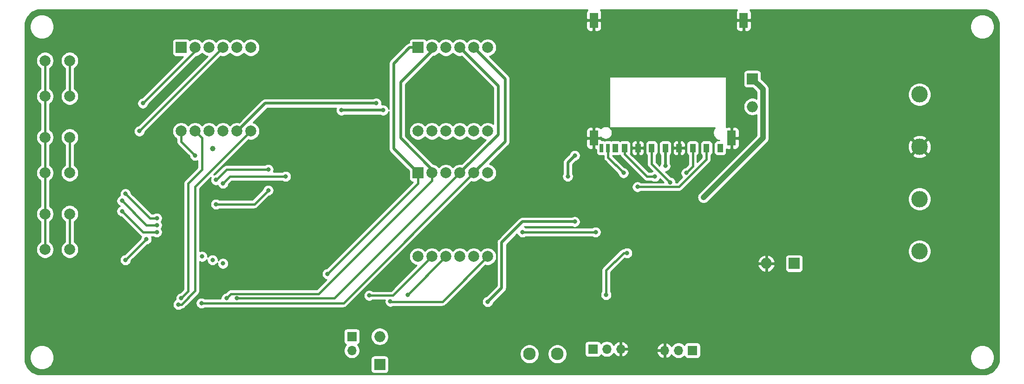
<source format=gbr>
%TF.GenerationSoftware,KiCad,Pcbnew,(5.1.9)-1*%
%TF.CreationDate,2021-09-19T17:32:16-04:00*%
%TF.ProjectId,Control Board,436f6e74-726f-46c2-9042-6f6172642e6b,rev?*%
%TF.SameCoordinates,Original*%
%TF.FileFunction,Copper,L2,Bot*%
%TF.FilePolarity,Positive*%
%FSLAX46Y46*%
G04 Gerber Fmt 4.6, Leading zero omitted, Abs format (unit mm)*
G04 Created by KiCad (PCBNEW (5.1.9)-1) date 2021-09-19 17:32:16*
%MOMM*%
%LPD*%
G01*
G04 APERTURE LIST*
%TA.AperFunction,ComponentPad*%
%ADD10C,2.000000*%
%TD*%
%TA.AperFunction,ComponentPad*%
%ADD11O,2.000000X2.000000*%
%TD*%
%TA.AperFunction,ComponentPad*%
%ADD12R,2.000000X2.000000*%
%TD*%
%TA.AperFunction,ComponentPad*%
%ADD13O,1.700000X1.700000*%
%TD*%
%TA.AperFunction,ComponentPad*%
%ADD14R,1.700000X1.700000*%
%TD*%
%TA.AperFunction,ComponentPad*%
%ADD15C,3.000000*%
%TD*%
%TA.AperFunction,SMDPad,CuDef*%
%ADD16R,1.500000X2.800000*%
%TD*%
%TA.AperFunction,SMDPad,CuDef*%
%ADD17R,0.700000X1.500000*%
%TD*%
%TA.AperFunction,SMDPad,CuDef*%
%ADD18R,1.000000X1.500000*%
%TD*%
%TA.AperFunction,ComponentPad*%
%ADD19C,2.300000*%
%TD*%
%TA.AperFunction,ViaPad*%
%ADD20C,1.000000*%
%TD*%
%TA.AperFunction,ViaPad*%
%ADD21C,0.800000*%
%TD*%
%TA.AperFunction,Conductor*%
%ADD22C,0.508000*%
%TD*%
%TA.AperFunction,Conductor*%
%ADD23C,0.381000*%
%TD*%
%TA.AperFunction,Conductor*%
%ADD24C,1.016000*%
%TD*%
%TA.AperFunction,Conductor*%
%ADD25C,0.254000*%
%TD*%
%TA.AperFunction,Conductor*%
%ADD26C,0.100000*%
%TD*%
G04 APERTURE END LIST*
D10*
%TO.P,SW2,1*%
%TO.N,Net-(R29-Pad1)*%
X77470000Y-69700000D03*
%TO.P,SW2,2*%
%TO.N,Net-(D3-Pad1)*%
X72970000Y-69700000D03*
%TO.P,SW2,1*%
%TO.N,Net-(R29-Pad1)*%
X77470000Y-76200000D03*
%TO.P,SW2,2*%
%TO.N,Net-(D3-Pad1)*%
X72970000Y-76200000D03*
%TD*%
D11*
%TO.P,D6,2*%
%TO.N,GND*%
X204470000Y-92710000D03*
D12*
%TO.P,D6,1*%
%TO.N,Net-(D6-Pad1)*%
X209550000Y-92710000D03*
%TD*%
D11*
%TO.P,D5,2*%
%TO.N,Net-(D5-Pad2)*%
X133985000Y-106045000D03*
D12*
%TO.P,D5,1*%
%TO.N,+5V*%
X133985000Y-111125000D03*
%TD*%
D13*
%TO.P,J6,2*%
%TO.N,+5V*%
X128905000Y-108585000D03*
D14*
%TO.P,J6,1*%
%TO.N,Net-(D5-Pad2)*%
X128905000Y-106045000D03*
%TD*%
D10*
%TO.P,DS3,12*%
%TO.N,/COM3*%
X97790000Y-68580000D03*
%TO.P,DS3,11*%
%TO.N,/A2*%
X100330000Y-68580000D03*
%TO.P,DS3,10*%
%TO.N,/F2*%
X102870000Y-68580000D03*
%TO.P,DS3,9*%
%TO.N,/COM2*%
X105410000Y-68580000D03*
%TO.P,DS3,8*%
%TO.N,/COM1*%
X107950000Y-68580000D03*
%TO.P,DS3,7*%
%TO.N,/B2*%
X110490000Y-68580000D03*
%TO.P,DS3,6*%
%TO.N,N/C*%
X110490000Y-53340000D03*
%TO.P,DS3,5*%
%TO.N,/G2*%
X107950000Y-53340000D03*
%TO.P,DS3,4*%
%TO.N,/C2*%
X105410000Y-53340000D03*
%TO.P,DS3,3*%
%TO.N,N/C*%
X102870000Y-53340000D03*
%TO.P,DS3,2*%
%TO.N,/D2*%
X100330000Y-53340000D03*
D12*
%TO.P,DS3,1*%
%TO.N,/E2*%
X97790000Y-53340000D03*
%TD*%
D10*
%TO.P,SW3,1*%
%TO.N,Net-(R30-Pad1)*%
X77470000Y-83670000D03*
%TO.P,SW3,2*%
%TO.N,Net-(D3-Pad1)*%
X72970000Y-83670000D03*
%TO.P,SW3,1*%
%TO.N,Net-(R30-Pad1)*%
X77470000Y-90170000D03*
%TO.P,SW3,2*%
%TO.N,Net-(D3-Pad1)*%
X72970000Y-90170000D03*
%TD*%
%TO.P,SW1,1*%
%TO.N,Net-(R28-Pad1)*%
X77470000Y-55730000D03*
%TO.P,SW1,2*%
%TO.N,Net-(D3-Pad1)*%
X72970000Y-55730000D03*
%TO.P,SW1,1*%
%TO.N,Net-(R28-Pad1)*%
X77470000Y-62230000D03*
%TO.P,SW1,2*%
%TO.N,Net-(D3-Pad1)*%
X72970000Y-62230000D03*
%TD*%
D13*
%TO.P,RV1,3*%
%TO.N,GND*%
X177927000Y-108331000D03*
%TO.P,RV1,2*%
%TO.N,/TempCtrl*%
X175387000Y-108331000D03*
D14*
%TO.P,RV1,1*%
%TO.N,+3V3*%
X172847000Y-108331000D03*
%TD*%
D13*
%TO.P,J7,3*%
%TO.N,GND*%
X185928000Y-108585000D03*
%TO.P,J7,2*%
%TO.N,Net-(J7-Pad2)*%
X188468000Y-108585000D03*
D14*
%TO.P,J7,1*%
%TO.N,+3V3*%
X191008000Y-108585000D03*
%TD*%
D15*
%TO.P,J5,4*%
%TO.N,VCC*%
X232410000Y-90495000D03*
%TO.P,J5,3*%
X232410000Y-80965000D03*
%TO.P,J5,2*%
%TO.N,GND*%
X232410000Y-71435000D03*
%TO.P,J5,1*%
%TO.N,/H-*%
X232410000Y-61905000D03*
%TD*%
D16*
%TO.P,J4,12*%
%TO.N,GND*%
X173040000Y-69865000D03*
X173040000Y-48365000D03*
X200340000Y-48365000D03*
X198140000Y-69865000D03*
D17*
%TO.P,J4,11*%
%TO.N,N/C*%
X174435000Y-71665000D03*
%TO.P,J4,10*%
%TO.N,/SDDet*%
X175635000Y-71665000D03*
D18*
%TO.P,J4,9*%
%TO.N,N/C*%
X196065000Y-71665000D03*
%TO.P,J4,8*%
X176935000Y-71665000D03*
%TO.P,J4,7*%
%TO.N,/MISO*%
X178635000Y-71665000D03*
%TO.P,J4,6*%
%TO.N,GND*%
X181065000Y-71665000D03*
%TO.P,J4,5*%
%TO.N,/SCK*%
X183565000Y-71665000D03*
%TO.P,J4,4*%
%TO.N,+3V3*%
X186065000Y-71665000D03*
%TO.P,J4,3*%
%TO.N,GND*%
X188565000Y-71665000D03*
%TO.P,J4,2*%
%TO.N,/MOSI*%
X191065000Y-71665000D03*
%TO.P,J4,1*%
%TO.N,/SS*%
X193565000Y-71665000D03*
%TD*%
D19*
%TO.P,J3,2*%
%TO.N,Net-(J3-Pad2)*%
X166370000Y-109220000D03*
%TO.P,J3,1*%
%TO.N,Net-(J3-Pad1)*%
X161290000Y-109220000D03*
%TD*%
D10*
%TO.P,DS2,12*%
%TO.N,/COM4*%
X140970000Y-91440000D03*
%TO.P,DS2,11*%
%TO.N,/A*%
X143510000Y-91440000D03*
%TO.P,DS2,10*%
%TO.N,/F*%
X146050000Y-91440000D03*
%TO.P,DS2,9*%
%TO.N,/COM5*%
X148590000Y-91440000D03*
%TO.P,DS2,8*%
%TO.N,/COM6*%
X151130000Y-91440000D03*
%TO.P,DS2,7*%
%TO.N,/B*%
X153670000Y-91440000D03*
%TO.P,DS2,6*%
%TO.N,N/C*%
X153670000Y-76200000D03*
%TO.P,DS2,5*%
%TO.N,/G*%
X151130000Y-76200000D03*
%TO.P,DS2,4*%
%TO.N,/C*%
X148590000Y-76200000D03*
%TO.P,DS2,3*%
%TO.N,N/C*%
X146050000Y-76200000D03*
%TO.P,DS2,2*%
%TO.N,/D*%
X143510000Y-76200000D03*
D12*
%TO.P,DS2,1*%
%TO.N,/E*%
X140970000Y-76200000D03*
%TD*%
D10*
%TO.P,DS1,12*%
%TO.N,/COM3*%
X140970000Y-68580000D03*
%TO.P,DS1,11*%
%TO.N,/A*%
X143510000Y-68580000D03*
%TO.P,DS1,10*%
%TO.N,/F*%
X146050000Y-68580000D03*
%TO.P,DS1,9*%
%TO.N,/COM2*%
X148590000Y-68580000D03*
%TO.P,DS1,8*%
%TO.N,/COM1*%
X151130000Y-68580000D03*
%TO.P,DS1,7*%
%TO.N,/B*%
X153670000Y-68580000D03*
%TO.P,DS1,6*%
%TO.N,N/C*%
X153670000Y-53340000D03*
%TO.P,DS1,5*%
%TO.N,/G*%
X151130000Y-53340000D03*
%TO.P,DS1,4*%
%TO.N,/C*%
X148590000Y-53340000D03*
%TO.P,DS1,3*%
%TO.N,N/C*%
X146050000Y-53340000D03*
%TO.P,DS1,2*%
%TO.N,/D*%
X143510000Y-53340000D03*
D12*
%TO.P,DS1,1*%
%TO.N,/E*%
X140970000Y-53340000D03*
%TD*%
D11*
%TO.P,D4,2*%
%TO.N,Net-(C4-Pad1)*%
X201930000Y-64135000D03*
D12*
%TO.P,D4,1*%
%TO.N,+5V*%
X201930000Y-59055000D03*
%TD*%
D20*
%TO.N,*%
X103505000Y-71755000D03*
%TO.N,GND*%
X132715000Y-75565000D03*
X146050000Y-59055000D03*
X98425000Y-75565000D03*
X106680000Y-74295000D03*
X95885000Y-60960000D03*
X106045000Y-58420000D03*
X106680000Y-85090000D03*
X119380000Y-81915000D03*
X120650000Y-92710000D03*
X177927000Y-102616000D03*
X164211000Y-102870000D03*
X213995000Y-57150000D03*
X213995000Y-66040000D03*
X205740000Y-61595000D03*
X205105000Y-72390000D03*
X205105000Y-81280000D03*
X198755000Y-96520000D03*
X198755000Y-91440000D03*
X212725000Y-95885000D03*
X212725000Y-100965000D03*
X203835000Y-85725000D03*
X201295000Y-88900000D03*
X205105000Y-53975000D03*
X200660000Y-66675000D03*
X198755000Y-72390000D03*
X198755000Y-77470000D03*
X192405000Y-78740000D03*
X195580000Y-102235000D03*
X186055000Y-102235000D03*
X186690000Y-82550000D03*
X172085000Y-92075000D03*
X158115000Y-94615000D03*
X165735000Y-78105000D03*
X146685000Y-101600000D03*
X156210000Y-100965000D03*
X184785000Y-69215000D03*
X173355000Y-66675000D03*
X170180000Y-48260000D03*
X198120000Y-50800000D03*
X166370000Y-66675000D03*
X135890000Y-93980000D03*
D21*
%TO.N,+3V3*%
X186055000Y-74930000D03*
%TO.N,/TempCtrl*%
X179070000Y-90805000D03*
X175260000Y-98425000D03*
%TO.N,/COM1*%
X133350000Y-63500000D03*
%TO.N,/COM2*%
X127000000Y-64770000D03*
X134620000Y-64770000D03*
X91440000Y-88265000D03*
X87630000Y-92075000D03*
%TO.N,/A*%
X132080000Y-98552004D03*
%TO.N,/F*%
X139065000Y-98425000D03*
%TO.N,/COM3*%
X100330000Y-73025000D03*
%TO.N,/B*%
X135921970Y-99663024D03*
%TO.N,/G*%
X101473000Y-99949000D03*
%TO.N,/C*%
X107949992Y-99060000D03*
%TO.N,/D*%
X106044997Y-99060003D03*
%TO.N,/E*%
X124459999Y-94614999D03*
%TO.N,/COM4*%
X105410000Y-78105000D03*
X116840000Y-76835000D03*
%TO.N,/COM5*%
X113665000Y-75565000D03*
X104140000Y-77470000D03*
%TO.N,/COM6*%
X113665000Y-79375000D03*
X104140000Y-81915000D03*
%TO.N,/A2*%
X97790000Y-99060004D03*
%TO.N,/B2*%
X97282000Y-100203000D03*
%TO.N,/C2*%
X90170000Y-68580000D03*
%TO.N,/D2*%
X90805000Y-63500006D03*
%TO.N,/SDDet*%
X178435000Y-76200000D03*
%TO.N,/MISO*%
X184129110Y-76853029D03*
%TO.N,/SCK*%
X186931494Y-77949490D03*
%TO.N,/MOSI*%
X189865000Y-76200000D03*
%TO.N,/SS*%
X180974964Y-78740000D03*
%TO.N,/Gate*%
X169545000Y-73025000D03*
X168275000Y-76835000D03*
%TO.N,/K1*%
X105410000Y-92710000D03*
X87630000Y-80010000D03*
X93345000Y-84455000D03*
%TO.N,/K2*%
X103505000Y-92075000D03*
X86995000Y-81279990D03*
X93345006Y-85725000D03*
%TO.N,/K3*%
X101600000Y-91440000D03*
X86995000Y-83185000D03*
X93345000Y-86995000D03*
%TO.N,/TOUT*%
X160020000Y-86995000D03*
X173355000Y-86995000D03*
%TO.N,/FanPWM*%
X153670000Y-99695000D03*
X169545000Y-85090000D03*
D20*
%TO.N,+5V*%
X203835000Y-66675000D03*
X193040000Y-80645000D03*
%TD*%
D22*
%TO.N,+3V3*%
X186065000Y-74920000D02*
X186055000Y-74930000D01*
X186065000Y-71665000D02*
X186065000Y-74920000D01*
D23*
%TO.N,/TempCtrl*%
X179070000Y-90805000D02*
X178435000Y-90805000D01*
X178435000Y-90805000D02*
X175260000Y-93980000D01*
X175260000Y-93980000D02*
X175260000Y-98425000D01*
X175260000Y-98425000D02*
X175260000Y-98425000D01*
D22*
%TO.N,/COM1*%
X108047019Y-68580000D02*
X107950000Y-68580000D01*
X113127019Y-63500000D02*
X108047019Y-68580000D01*
X133350000Y-63500000D02*
X113127019Y-63500000D01*
%TO.N,/COM2*%
X127000000Y-64770000D02*
X134620000Y-64770000D01*
X134620000Y-64770000D02*
X134620000Y-64770000D01*
D23*
X91440000Y-88265000D02*
X87630000Y-92075000D01*
X87630000Y-92075000D02*
X87630000Y-92075000D01*
%TO.N,Net-(D3-Pad1)*%
X72970000Y-90170000D02*
X72970000Y-55730000D01*
%TO.N,/A*%
X136397996Y-98552004D02*
X143510000Y-91440000D01*
X132080000Y-98552004D02*
X136397996Y-98552004D01*
%TO.N,/F*%
X146050000Y-91440000D02*
X139065000Y-98425000D01*
%TO.N,/COM3*%
X97790000Y-70485000D02*
X100330000Y-73025000D01*
X97790000Y-68580000D02*
X97790000Y-70485000D01*
%TO.N,/B*%
X135953946Y-99695000D02*
X135921970Y-99663024D01*
X145415000Y-99695000D02*
X135953946Y-99695000D01*
X153670000Y-91440000D02*
X145415000Y-99695000D01*
D22*
%TO.N,/G*%
X156845000Y-59055000D02*
X156845000Y-70485000D01*
X156845000Y-70485000D02*
X151130000Y-76200000D01*
X151130000Y-53340000D02*
X156845000Y-59055000D01*
D23*
X127381000Y-99949000D02*
X101473000Y-99949000D01*
X151130000Y-76200000D02*
X127381000Y-99949000D01*
D22*
%TO.N,/C*%
X155575000Y-69215000D02*
X148590000Y-76200000D01*
X155575000Y-60325000D02*
X155575000Y-69215000D01*
X148590000Y-53340000D02*
X155575000Y-60325000D01*
D23*
X125730000Y-99060000D02*
X107949992Y-99060000D01*
X148590000Y-76200000D02*
X125730000Y-99060000D01*
D22*
%TO.N,/D*%
X143510000Y-53975000D02*
X143510000Y-53340000D01*
X137795000Y-59690000D02*
X143510000Y-53975000D01*
X137795000Y-69850000D02*
X137795000Y-59690000D01*
X143510000Y-75565000D02*
X137795000Y-69850000D01*
X143510000Y-76200000D02*
X143510000Y-75565000D01*
D23*
X106835501Y-98269499D02*
X106044997Y-99060003D01*
X122854714Y-98269499D02*
X106835501Y-98269499D01*
X143510000Y-77614213D02*
X122854714Y-98269499D01*
X143510000Y-76200000D02*
X143510000Y-77614213D01*
D22*
%TO.N,/E*%
X136525000Y-71755000D02*
X140970000Y-76200000D01*
X136525000Y-56277000D02*
X136525000Y-71755000D01*
X139462000Y-53340000D02*
X136525000Y-56277000D01*
X140970000Y-53340000D02*
X139462000Y-53340000D01*
D23*
X140970000Y-78104998D02*
X124459999Y-94614999D01*
X140970000Y-76200000D02*
X140970000Y-78104998D01*
%TO.N,/COM4*%
X106680000Y-76835000D02*
X116840000Y-76835000D01*
X105410000Y-78105000D02*
X106680000Y-76835000D01*
%TO.N,/COM5*%
X113665000Y-75565000D02*
X106045000Y-75565000D01*
X106045000Y-75565000D02*
X104457500Y-77152500D01*
X104457500Y-77152500D02*
X104140000Y-77470000D01*
X104140000Y-77470000D02*
X104140000Y-77470000D01*
%TO.N,/COM6*%
X113665000Y-79375000D02*
X113665000Y-79375000D01*
X111125000Y-81915000D02*
X104140000Y-81915000D01*
X113665000Y-79375000D02*
X111125000Y-81915000D01*
%TO.N,/A2*%
X99060000Y-97790004D02*
X97790000Y-99060004D01*
X99060000Y-78105000D02*
X99060000Y-97790004D01*
X101600000Y-75565000D02*
X99060000Y-78105000D01*
X101600000Y-69850000D02*
X101600000Y-75565000D01*
X100330000Y-68580000D02*
X101600000Y-69850000D01*
%TO.N,/B2*%
X100330000Y-78740000D02*
X100330000Y-97720685D01*
X110490000Y-68580000D02*
X100330000Y-78740000D01*
X100330000Y-97720685D02*
X97847685Y-100203000D01*
X97847685Y-100203000D02*
X97282000Y-100203000D01*
%TO.N,/C2*%
X105410000Y-53340000D02*
X104410001Y-54339999D01*
X104410001Y-54339999D02*
X90170000Y-68580000D01*
%TO.N,/D2*%
X90805000Y-63500000D02*
X90805000Y-63500006D01*
X100330000Y-53975000D02*
X90805000Y-63500000D01*
X100330000Y-53340000D02*
X100330000Y-53975000D01*
%TO.N,/SDDet*%
X175635000Y-71665000D02*
X175635000Y-73400000D01*
X175635000Y-73400000D02*
X178435000Y-76200000D01*
%TO.N,/MISO*%
X178635000Y-72796000D02*
X182692029Y-76853029D01*
X182692029Y-76853029D02*
X184129110Y-76853029D01*
X178635000Y-71665000D02*
X178635000Y-72796000D01*
%TO.N,/SCK*%
X183565000Y-74582996D02*
X186931494Y-77949490D01*
X183565000Y-71665000D02*
X183565000Y-74582996D01*
%TO.N,/MOSI*%
X191065000Y-75000000D02*
X189865000Y-76200000D01*
X191065000Y-71665000D02*
X191065000Y-75000000D01*
%TO.N,/SS*%
X188542153Y-78740000D02*
X180974964Y-78740000D01*
X193565000Y-71665000D02*
X193565000Y-73717153D01*
X193565000Y-73717153D02*
X188542153Y-78740000D01*
D22*
%TO.N,/Gate*%
X168275000Y-74295000D02*
X168275000Y-76835000D01*
X169545000Y-73025000D02*
X168275000Y-74295000D01*
D23*
%TO.N,/K1*%
X87630000Y-80010000D02*
X87630000Y-80010000D01*
X92075000Y-84455000D02*
X93345000Y-84455000D01*
X87630000Y-80010000D02*
X92075000Y-84455000D01*
%TO.N,/K2*%
X86995000Y-81279990D02*
X91440010Y-85725000D01*
X91440010Y-85725000D02*
X93345006Y-85725000D01*
%TO.N,/K3*%
X86995000Y-83185000D02*
X90805000Y-86995000D01*
X90805000Y-86995000D02*
X93345000Y-86995000D01*
%TO.N,Net-(R28-Pad1)*%
X77470000Y-62230000D02*
X77470000Y-55730000D01*
%TO.N,Net-(R29-Pad1)*%
X77470000Y-76200000D02*
X77470000Y-69700000D01*
%TO.N,Net-(R30-Pad1)*%
X77470000Y-90170000D02*
X77470000Y-83670000D01*
%TO.N,/TOUT*%
X160020000Y-86995000D02*
X173355000Y-86995000D01*
D22*
%TO.N,/FanPWM*%
X153670000Y-99695000D02*
X153670000Y-99695000D01*
X160020000Y-85090000D02*
X169545000Y-85090000D01*
X156210000Y-97155000D02*
X156210000Y-88900000D01*
X156210000Y-88900000D02*
X160020000Y-85090000D01*
X153670000Y-99695000D02*
X156210000Y-97155000D01*
D24*
%TO.N,+5V*%
X203835000Y-60960000D02*
X201930000Y-59055000D01*
X203835000Y-66675000D02*
X203835000Y-60960000D01*
X203835000Y-69850000D02*
X203835000Y-66675000D01*
X193040000Y-80645000D02*
X203835000Y-69850000D01*
%TD*%
D25*
%TO.N,GND*%
X171838815Y-46513815D02*
X171759463Y-46610506D01*
X171700498Y-46720820D01*
X171664188Y-46840518D01*
X171651928Y-46965000D01*
X171655000Y-48079250D01*
X171813750Y-48238000D01*
X172913000Y-48238000D01*
X172913000Y-48218000D01*
X173167000Y-48218000D01*
X173167000Y-48238000D01*
X174266250Y-48238000D01*
X174425000Y-48079250D01*
X174428072Y-46965000D01*
X174415812Y-46840518D01*
X174379502Y-46720820D01*
X174320537Y-46610506D01*
X174241185Y-46513815D01*
X174202418Y-46482000D01*
X199177582Y-46482000D01*
X199138815Y-46513815D01*
X199059463Y-46610506D01*
X199000498Y-46720820D01*
X198964188Y-46840518D01*
X198951928Y-46965000D01*
X198955000Y-48079250D01*
X199113750Y-48238000D01*
X200213000Y-48238000D01*
X200213000Y-48218000D01*
X200467000Y-48218000D01*
X200467000Y-48238000D01*
X201566250Y-48238000D01*
X201725000Y-48079250D01*
X201728072Y-46965000D01*
X201715812Y-46840518D01*
X201679502Y-46720820D01*
X201620537Y-46610506D01*
X201541185Y-46513815D01*
X201502418Y-46482000D01*
X244580078Y-46482000D01*
X245039164Y-46620606D01*
X245581436Y-46908937D01*
X246057364Y-47297094D01*
X246448845Y-47770314D01*
X246740951Y-48310552D01*
X246888000Y-48785589D01*
X246888000Y-110595078D01*
X246749394Y-111054164D01*
X246461063Y-111596436D01*
X246072906Y-112072364D01*
X245599686Y-112463845D01*
X245059449Y-112755950D01*
X244584410Y-112903000D01*
X71649922Y-112903000D01*
X71190836Y-112764394D01*
X70648564Y-112476063D01*
X70172636Y-112087906D01*
X69781155Y-111614686D01*
X69489050Y-111074449D01*
X69342000Y-110599410D01*
X69342000Y-109634872D01*
X70155000Y-109634872D01*
X70155000Y-110075128D01*
X70240890Y-110506925D01*
X70409369Y-110913669D01*
X70653962Y-111279729D01*
X70965271Y-111591038D01*
X71331331Y-111835631D01*
X71738075Y-112004110D01*
X72169872Y-112090000D01*
X72610128Y-112090000D01*
X73041925Y-112004110D01*
X73448669Y-111835631D01*
X73814729Y-111591038D01*
X74126038Y-111279729D01*
X74370631Y-110913669D01*
X74539110Y-110506925D01*
X74615079Y-110125000D01*
X132346928Y-110125000D01*
X132346928Y-112125000D01*
X132359188Y-112249482D01*
X132395498Y-112369180D01*
X132454463Y-112479494D01*
X132533815Y-112576185D01*
X132630506Y-112655537D01*
X132740820Y-112714502D01*
X132860518Y-112750812D01*
X132985000Y-112763072D01*
X134985000Y-112763072D01*
X135109482Y-112750812D01*
X135229180Y-112714502D01*
X135339494Y-112655537D01*
X135436185Y-112576185D01*
X135515537Y-112479494D01*
X135574502Y-112369180D01*
X135610812Y-112249482D01*
X135623072Y-112125000D01*
X135623072Y-110125000D01*
X135610812Y-110000518D01*
X135574502Y-109880820D01*
X135515537Y-109770506D01*
X135436185Y-109673815D01*
X135339494Y-109594463D01*
X135229180Y-109535498D01*
X135109482Y-109499188D01*
X134985000Y-109486928D01*
X132985000Y-109486928D01*
X132860518Y-109499188D01*
X132740820Y-109535498D01*
X132630506Y-109594463D01*
X132533815Y-109673815D01*
X132454463Y-109770506D01*
X132395498Y-109880820D01*
X132359188Y-110000518D01*
X132346928Y-110125000D01*
X74615079Y-110125000D01*
X74625000Y-110075128D01*
X74625000Y-109634872D01*
X74539110Y-109203075D01*
X74370631Y-108796331D01*
X74126038Y-108430271D01*
X73814729Y-108118962D01*
X73448669Y-107874369D01*
X73041925Y-107705890D01*
X72610128Y-107620000D01*
X72169872Y-107620000D01*
X71738075Y-107705890D01*
X71331331Y-107874369D01*
X70965271Y-108118962D01*
X70653962Y-108430271D01*
X70409369Y-108796331D01*
X70240890Y-109203075D01*
X70155000Y-109634872D01*
X69342000Y-109634872D01*
X69342000Y-105195000D01*
X127416928Y-105195000D01*
X127416928Y-106895000D01*
X127429188Y-107019482D01*
X127465498Y-107139180D01*
X127524463Y-107249494D01*
X127603815Y-107346185D01*
X127700506Y-107425537D01*
X127810820Y-107484502D01*
X127883380Y-107506513D01*
X127751525Y-107638368D01*
X127589010Y-107881589D01*
X127477068Y-108151842D01*
X127420000Y-108438740D01*
X127420000Y-108731260D01*
X127477068Y-109018158D01*
X127589010Y-109288411D01*
X127751525Y-109531632D01*
X127958368Y-109738475D01*
X128201589Y-109900990D01*
X128471842Y-110012932D01*
X128758740Y-110070000D01*
X129051260Y-110070000D01*
X129338158Y-110012932D01*
X129608411Y-109900990D01*
X129851632Y-109738475D01*
X130058475Y-109531632D01*
X130220990Y-109288411D01*
X130322147Y-109044193D01*
X159505000Y-109044193D01*
X159505000Y-109395807D01*
X159573596Y-109740665D01*
X159708153Y-110065515D01*
X159903500Y-110357871D01*
X160152129Y-110606500D01*
X160444485Y-110801847D01*
X160769335Y-110936404D01*
X161114193Y-111005000D01*
X161465807Y-111005000D01*
X161810665Y-110936404D01*
X162135515Y-110801847D01*
X162427871Y-110606500D01*
X162676500Y-110357871D01*
X162871847Y-110065515D01*
X163006404Y-109740665D01*
X163075000Y-109395807D01*
X163075000Y-109044193D01*
X164585000Y-109044193D01*
X164585000Y-109395807D01*
X164653596Y-109740665D01*
X164788153Y-110065515D01*
X164983500Y-110357871D01*
X165232129Y-110606500D01*
X165524485Y-110801847D01*
X165849335Y-110936404D01*
X166194193Y-111005000D01*
X166545807Y-111005000D01*
X166890665Y-110936404D01*
X167215515Y-110801847D01*
X167507871Y-110606500D01*
X167756500Y-110357871D01*
X167951847Y-110065515D01*
X168086404Y-109740665D01*
X168155000Y-109395807D01*
X168155000Y-109044193D01*
X168086404Y-108699335D01*
X167951847Y-108374485D01*
X167756500Y-108082129D01*
X167507871Y-107833500D01*
X167215515Y-107638153D01*
X166890665Y-107503596D01*
X166777067Y-107481000D01*
X171358928Y-107481000D01*
X171358928Y-109181000D01*
X171371188Y-109305482D01*
X171407498Y-109425180D01*
X171466463Y-109535494D01*
X171545815Y-109632185D01*
X171642506Y-109711537D01*
X171752820Y-109770502D01*
X171872518Y-109806812D01*
X171997000Y-109819072D01*
X173697000Y-109819072D01*
X173821482Y-109806812D01*
X173941180Y-109770502D01*
X174051494Y-109711537D01*
X174148185Y-109632185D01*
X174227537Y-109535494D01*
X174286502Y-109425180D01*
X174308513Y-109352620D01*
X174440368Y-109484475D01*
X174683589Y-109646990D01*
X174953842Y-109758932D01*
X175240740Y-109816000D01*
X175533260Y-109816000D01*
X175820158Y-109758932D01*
X176090411Y-109646990D01*
X176333632Y-109484475D01*
X176540475Y-109277632D01*
X176662195Y-109095466D01*
X176731822Y-109212355D01*
X176926731Y-109428588D01*
X177160080Y-109602641D01*
X177422901Y-109727825D01*
X177570110Y-109772476D01*
X177800000Y-109651155D01*
X177800000Y-108458000D01*
X178054000Y-108458000D01*
X178054000Y-109651155D01*
X178283890Y-109772476D01*
X178431099Y-109727825D01*
X178693920Y-109602641D01*
X178927269Y-109428588D01*
X179122178Y-109212355D01*
X179271157Y-108962252D01*
X179278379Y-108941891D01*
X184486519Y-108941891D01*
X184583843Y-109216252D01*
X184732822Y-109466355D01*
X184927731Y-109682588D01*
X185161080Y-109856641D01*
X185423901Y-109981825D01*
X185571110Y-110026476D01*
X185801000Y-109905155D01*
X185801000Y-108712000D01*
X184607186Y-108712000D01*
X184486519Y-108941891D01*
X179278379Y-108941891D01*
X179368481Y-108687891D01*
X179247814Y-108458000D01*
X178054000Y-108458000D01*
X177800000Y-108458000D01*
X177780000Y-108458000D01*
X177780000Y-108228109D01*
X184486519Y-108228109D01*
X184607186Y-108458000D01*
X185801000Y-108458000D01*
X185801000Y-107264845D01*
X186055000Y-107264845D01*
X186055000Y-108458000D01*
X186075000Y-108458000D01*
X186075000Y-108712000D01*
X186055000Y-108712000D01*
X186055000Y-109905155D01*
X186284890Y-110026476D01*
X186432099Y-109981825D01*
X186694920Y-109856641D01*
X186928269Y-109682588D01*
X187123178Y-109466355D01*
X187192805Y-109349466D01*
X187314525Y-109531632D01*
X187521368Y-109738475D01*
X187764589Y-109900990D01*
X188034842Y-110012932D01*
X188321740Y-110070000D01*
X188614260Y-110070000D01*
X188901158Y-110012932D01*
X189171411Y-109900990D01*
X189414632Y-109738475D01*
X189546487Y-109606620D01*
X189568498Y-109679180D01*
X189627463Y-109789494D01*
X189706815Y-109886185D01*
X189803506Y-109965537D01*
X189913820Y-110024502D01*
X190033518Y-110060812D01*
X190158000Y-110073072D01*
X191858000Y-110073072D01*
X191982482Y-110060812D01*
X192102180Y-110024502D01*
X192212494Y-109965537D01*
X192309185Y-109886185D01*
X192388537Y-109789494D01*
X192447502Y-109679180D01*
X192460942Y-109634872D01*
X241605000Y-109634872D01*
X241605000Y-110075128D01*
X241690890Y-110506925D01*
X241859369Y-110913669D01*
X242103962Y-111279729D01*
X242415271Y-111591038D01*
X242781331Y-111835631D01*
X243188075Y-112004110D01*
X243619872Y-112090000D01*
X244060128Y-112090000D01*
X244491925Y-112004110D01*
X244898669Y-111835631D01*
X245264729Y-111591038D01*
X245576038Y-111279729D01*
X245820631Y-110913669D01*
X245989110Y-110506925D01*
X246075000Y-110075128D01*
X246075000Y-109634872D01*
X245989110Y-109203075D01*
X245820631Y-108796331D01*
X245576038Y-108430271D01*
X245264729Y-108118962D01*
X244898669Y-107874369D01*
X244491925Y-107705890D01*
X244060128Y-107620000D01*
X243619872Y-107620000D01*
X243188075Y-107705890D01*
X242781331Y-107874369D01*
X242415271Y-108118962D01*
X242103962Y-108430271D01*
X241859369Y-108796331D01*
X241690890Y-109203075D01*
X241605000Y-109634872D01*
X192460942Y-109634872D01*
X192483812Y-109559482D01*
X192496072Y-109435000D01*
X192496072Y-107735000D01*
X192483812Y-107610518D01*
X192447502Y-107490820D01*
X192388537Y-107380506D01*
X192309185Y-107283815D01*
X192212494Y-107204463D01*
X192102180Y-107145498D01*
X191982482Y-107109188D01*
X191858000Y-107096928D01*
X190158000Y-107096928D01*
X190033518Y-107109188D01*
X189913820Y-107145498D01*
X189803506Y-107204463D01*
X189706815Y-107283815D01*
X189627463Y-107380506D01*
X189568498Y-107490820D01*
X189546487Y-107563380D01*
X189414632Y-107431525D01*
X189171411Y-107269010D01*
X188901158Y-107157068D01*
X188614260Y-107100000D01*
X188321740Y-107100000D01*
X188034842Y-107157068D01*
X187764589Y-107269010D01*
X187521368Y-107431525D01*
X187314525Y-107638368D01*
X187192805Y-107820534D01*
X187123178Y-107703645D01*
X186928269Y-107487412D01*
X186694920Y-107313359D01*
X186432099Y-107188175D01*
X186284890Y-107143524D01*
X186055000Y-107264845D01*
X185801000Y-107264845D01*
X185571110Y-107143524D01*
X185423901Y-107188175D01*
X185161080Y-107313359D01*
X184927731Y-107487412D01*
X184732822Y-107703645D01*
X184583843Y-107953748D01*
X184486519Y-108228109D01*
X177780000Y-108228109D01*
X177780000Y-108204000D01*
X177800000Y-108204000D01*
X177800000Y-107010845D01*
X178054000Y-107010845D01*
X178054000Y-108204000D01*
X179247814Y-108204000D01*
X179368481Y-107974109D01*
X179271157Y-107699748D01*
X179122178Y-107449645D01*
X178927269Y-107233412D01*
X178693920Y-107059359D01*
X178431099Y-106934175D01*
X178283890Y-106889524D01*
X178054000Y-107010845D01*
X177800000Y-107010845D01*
X177570110Y-106889524D01*
X177422901Y-106934175D01*
X177160080Y-107059359D01*
X176926731Y-107233412D01*
X176731822Y-107449645D01*
X176662195Y-107566534D01*
X176540475Y-107384368D01*
X176333632Y-107177525D01*
X176090411Y-107015010D01*
X175820158Y-106903068D01*
X175533260Y-106846000D01*
X175240740Y-106846000D01*
X174953842Y-106903068D01*
X174683589Y-107015010D01*
X174440368Y-107177525D01*
X174308513Y-107309380D01*
X174286502Y-107236820D01*
X174227537Y-107126506D01*
X174148185Y-107029815D01*
X174051494Y-106950463D01*
X173941180Y-106891498D01*
X173821482Y-106855188D01*
X173697000Y-106842928D01*
X171997000Y-106842928D01*
X171872518Y-106855188D01*
X171752820Y-106891498D01*
X171642506Y-106950463D01*
X171545815Y-107029815D01*
X171466463Y-107126506D01*
X171407498Y-107236820D01*
X171371188Y-107356518D01*
X171358928Y-107481000D01*
X166777067Y-107481000D01*
X166545807Y-107435000D01*
X166194193Y-107435000D01*
X165849335Y-107503596D01*
X165524485Y-107638153D01*
X165232129Y-107833500D01*
X164983500Y-108082129D01*
X164788153Y-108374485D01*
X164653596Y-108699335D01*
X164585000Y-109044193D01*
X163075000Y-109044193D01*
X163006404Y-108699335D01*
X162871847Y-108374485D01*
X162676500Y-108082129D01*
X162427871Y-107833500D01*
X162135515Y-107638153D01*
X161810665Y-107503596D01*
X161465807Y-107435000D01*
X161114193Y-107435000D01*
X160769335Y-107503596D01*
X160444485Y-107638153D01*
X160152129Y-107833500D01*
X159903500Y-108082129D01*
X159708153Y-108374485D01*
X159573596Y-108699335D01*
X159505000Y-109044193D01*
X130322147Y-109044193D01*
X130332932Y-109018158D01*
X130390000Y-108731260D01*
X130390000Y-108438740D01*
X130332932Y-108151842D01*
X130220990Y-107881589D01*
X130058475Y-107638368D01*
X129926620Y-107506513D01*
X129999180Y-107484502D01*
X130109494Y-107425537D01*
X130206185Y-107346185D01*
X130285537Y-107249494D01*
X130344502Y-107139180D01*
X130380812Y-107019482D01*
X130393072Y-106895000D01*
X130393072Y-105883967D01*
X132350000Y-105883967D01*
X132350000Y-106206033D01*
X132412832Y-106521912D01*
X132536082Y-106819463D01*
X132715013Y-107087252D01*
X132942748Y-107314987D01*
X133210537Y-107493918D01*
X133508088Y-107617168D01*
X133823967Y-107680000D01*
X134146033Y-107680000D01*
X134461912Y-107617168D01*
X134759463Y-107493918D01*
X135027252Y-107314987D01*
X135254987Y-107087252D01*
X135433918Y-106819463D01*
X135557168Y-106521912D01*
X135620000Y-106206033D01*
X135620000Y-105883967D01*
X135557168Y-105568088D01*
X135433918Y-105270537D01*
X135254987Y-105002748D01*
X135027252Y-104775013D01*
X134759463Y-104596082D01*
X134461912Y-104472832D01*
X134146033Y-104410000D01*
X133823967Y-104410000D01*
X133508088Y-104472832D01*
X133210537Y-104596082D01*
X132942748Y-104775013D01*
X132715013Y-105002748D01*
X132536082Y-105270537D01*
X132412832Y-105568088D01*
X132350000Y-105883967D01*
X130393072Y-105883967D01*
X130393072Y-105195000D01*
X130380812Y-105070518D01*
X130344502Y-104950820D01*
X130285537Y-104840506D01*
X130206185Y-104743815D01*
X130109494Y-104664463D01*
X129999180Y-104605498D01*
X129879482Y-104569188D01*
X129755000Y-104556928D01*
X128055000Y-104556928D01*
X127930518Y-104569188D01*
X127810820Y-104605498D01*
X127700506Y-104664463D01*
X127603815Y-104743815D01*
X127524463Y-104840506D01*
X127465498Y-104950820D01*
X127429188Y-105070518D01*
X127416928Y-105195000D01*
X69342000Y-105195000D01*
X69342000Y-55568967D01*
X71335000Y-55568967D01*
X71335000Y-55891033D01*
X71397832Y-56206912D01*
X71521082Y-56504463D01*
X71700013Y-56772252D01*
X71927748Y-56999987D01*
X72144501Y-57144817D01*
X72144501Y-60815183D01*
X71927748Y-60960013D01*
X71700013Y-61187748D01*
X71521082Y-61455537D01*
X71397832Y-61753088D01*
X71335000Y-62068967D01*
X71335000Y-62391033D01*
X71397832Y-62706912D01*
X71521082Y-63004463D01*
X71700013Y-63272252D01*
X71927748Y-63499987D01*
X72144501Y-63644817D01*
X72144501Y-68285183D01*
X71927748Y-68430013D01*
X71700013Y-68657748D01*
X71521082Y-68925537D01*
X71397832Y-69223088D01*
X71335000Y-69538967D01*
X71335000Y-69861033D01*
X71397832Y-70176912D01*
X71521082Y-70474463D01*
X71700013Y-70742252D01*
X71927748Y-70969987D01*
X72144501Y-71114817D01*
X72144500Y-74785184D01*
X71927748Y-74930013D01*
X71700013Y-75157748D01*
X71521082Y-75425537D01*
X71397832Y-75723088D01*
X71335000Y-76038967D01*
X71335000Y-76361033D01*
X71397832Y-76676912D01*
X71521082Y-76974463D01*
X71700013Y-77242252D01*
X71927748Y-77469987D01*
X72144500Y-77614816D01*
X72144500Y-82255184D01*
X71927748Y-82400013D01*
X71700013Y-82627748D01*
X71521082Y-82895537D01*
X71397832Y-83193088D01*
X71335000Y-83508967D01*
X71335000Y-83831033D01*
X71397832Y-84146912D01*
X71521082Y-84444463D01*
X71700013Y-84712252D01*
X71927748Y-84939987D01*
X72144500Y-85084816D01*
X72144500Y-88755184D01*
X71927748Y-88900013D01*
X71700013Y-89127748D01*
X71521082Y-89395537D01*
X71397832Y-89693088D01*
X71335000Y-90008967D01*
X71335000Y-90331033D01*
X71397832Y-90646912D01*
X71521082Y-90944463D01*
X71700013Y-91212252D01*
X71927748Y-91439987D01*
X72195537Y-91618918D01*
X72493088Y-91742168D01*
X72808967Y-91805000D01*
X73131033Y-91805000D01*
X73446912Y-91742168D01*
X73744463Y-91618918D01*
X74012252Y-91439987D01*
X74239987Y-91212252D01*
X74418918Y-90944463D01*
X74542168Y-90646912D01*
X74605000Y-90331033D01*
X74605000Y-90008967D01*
X74542168Y-89693088D01*
X74418918Y-89395537D01*
X74239987Y-89127748D01*
X74012252Y-88900013D01*
X73795500Y-88755184D01*
X73795500Y-85084816D01*
X74012252Y-84939987D01*
X74239987Y-84712252D01*
X74418918Y-84444463D01*
X74542168Y-84146912D01*
X74605000Y-83831033D01*
X74605000Y-83508967D01*
X75835000Y-83508967D01*
X75835000Y-83831033D01*
X75897832Y-84146912D01*
X76021082Y-84444463D01*
X76200013Y-84712252D01*
X76427748Y-84939987D01*
X76644501Y-85084817D01*
X76644500Y-88755184D01*
X76427748Y-88900013D01*
X76200013Y-89127748D01*
X76021082Y-89395537D01*
X75897832Y-89693088D01*
X75835000Y-90008967D01*
X75835000Y-90331033D01*
X75897832Y-90646912D01*
X76021082Y-90944463D01*
X76200013Y-91212252D01*
X76427748Y-91439987D01*
X76695537Y-91618918D01*
X76993088Y-91742168D01*
X77308967Y-91805000D01*
X77631033Y-91805000D01*
X77946912Y-91742168D01*
X78244463Y-91618918D01*
X78512252Y-91439987D01*
X78739987Y-91212252D01*
X78918918Y-90944463D01*
X79042168Y-90646912D01*
X79105000Y-90331033D01*
X79105000Y-90008967D01*
X79042168Y-89693088D01*
X78918918Y-89395537D01*
X78739987Y-89127748D01*
X78512252Y-88900013D01*
X78295500Y-88755184D01*
X78295500Y-85084816D01*
X78512252Y-84939987D01*
X78739987Y-84712252D01*
X78918918Y-84444463D01*
X79042168Y-84146912D01*
X79105000Y-83831033D01*
X79105000Y-83508967D01*
X79042168Y-83193088D01*
X78918918Y-82895537D01*
X78739987Y-82627748D01*
X78512252Y-82400013D01*
X78244463Y-82221082D01*
X77946912Y-82097832D01*
X77631033Y-82035000D01*
X77308967Y-82035000D01*
X76993088Y-82097832D01*
X76695537Y-82221082D01*
X76427748Y-82400013D01*
X76200013Y-82627748D01*
X76021082Y-82895537D01*
X75897832Y-83193088D01*
X75835000Y-83508967D01*
X74605000Y-83508967D01*
X74542168Y-83193088D01*
X74418918Y-82895537D01*
X74239987Y-82627748D01*
X74012252Y-82400013D01*
X73795500Y-82255184D01*
X73795500Y-81178051D01*
X85960000Y-81178051D01*
X85960000Y-81381929D01*
X85999774Y-81581888D01*
X86077795Y-81770246D01*
X86191063Y-81939764D01*
X86335226Y-82083927D01*
X86504744Y-82197195D01*
X86589965Y-82232495D01*
X86504744Y-82267795D01*
X86335226Y-82381063D01*
X86191063Y-82525226D01*
X86077795Y-82694744D01*
X85999774Y-82883102D01*
X85960000Y-83083061D01*
X85960000Y-83286939D01*
X85999774Y-83486898D01*
X86077795Y-83675256D01*
X86191063Y-83844774D01*
X86335226Y-83988937D01*
X86504744Y-84102205D01*
X86693102Y-84180226D01*
X86854996Y-84212429D01*
X90192611Y-87550045D01*
X90218459Y-87581541D01*
X90249955Y-87607389D01*
X90249958Y-87607392D01*
X90344157Y-87684699D01*
X90487566Y-87761353D01*
X90524298Y-87772495D01*
X90522795Y-87774744D01*
X90444774Y-87963102D01*
X90412572Y-88124994D01*
X87489996Y-91047571D01*
X87328102Y-91079774D01*
X87139744Y-91157795D01*
X86970226Y-91271063D01*
X86826063Y-91415226D01*
X86712795Y-91584744D01*
X86634774Y-91773102D01*
X86595000Y-91973061D01*
X86595000Y-92176939D01*
X86634774Y-92376898D01*
X86712795Y-92565256D01*
X86826063Y-92734774D01*
X86970226Y-92878937D01*
X87139744Y-92992205D01*
X87328102Y-93070226D01*
X87528061Y-93110000D01*
X87731939Y-93110000D01*
X87931898Y-93070226D01*
X88120256Y-92992205D01*
X88289774Y-92878937D01*
X88433937Y-92734774D01*
X88547205Y-92565256D01*
X88625226Y-92376898D01*
X88657429Y-92215004D01*
X91580006Y-89292428D01*
X91741898Y-89260226D01*
X91930256Y-89182205D01*
X92099774Y-89068937D01*
X92243937Y-88924774D01*
X92357205Y-88755256D01*
X92435226Y-88566898D01*
X92475000Y-88366939D01*
X92475000Y-88163061D01*
X92435226Y-87963102D01*
X92376158Y-87820500D01*
X92717497Y-87820500D01*
X92854744Y-87912205D01*
X93043102Y-87990226D01*
X93243061Y-88030000D01*
X93446939Y-88030000D01*
X93646898Y-87990226D01*
X93835256Y-87912205D01*
X94004774Y-87798937D01*
X94148937Y-87654774D01*
X94262205Y-87485256D01*
X94340226Y-87296898D01*
X94380000Y-87096939D01*
X94380000Y-86893061D01*
X94340226Y-86693102D01*
X94262205Y-86504744D01*
X94165493Y-86360004D01*
X94262211Y-86215256D01*
X94340232Y-86026898D01*
X94380006Y-85826939D01*
X94380006Y-85623061D01*
X94340232Y-85423102D01*
X94262211Y-85234744D01*
X94165493Y-85089996D01*
X94262205Y-84945256D01*
X94340226Y-84756898D01*
X94380000Y-84556939D01*
X94380000Y-84353061D01*
X94340226Y-84153102D01*
X94262205Y-83964744D01*
X94148937Y-83795226D01*
X94004774Y-83651063D01*
X93835256Y-83537795D01*
X93646898Y-83459774D01*
X93446939Y-83420000D01*
X93243061Y-83420000D01*
X93043102Y-83459774D01*
X92854744Y-83537795D01*
X92717497Y-83629500D01*
X92416933Y-83629500D01*
X88657429Y-79869996D01*
X88625226Y-79708102D01*
X88547205Y-79519744D01*
X88433937Y-79350226D01*
X88289774Y-79206063D01*
X88120256Y-79092795D01*
X87931898Y-79014774D01*
X87731939Y-78975000D01*
X87528061Y-78975000D01*
X87328102Y-79014774D01*
X87139744Y-79092795D01*
X86970226Y-79206063D01*
X86826063Y-79350226D01*
X86712795Y-79519744D01*
X86634774Y-79708102D01*
X86595000Y-79908061D01*
X86595000Y-80111939D01*
X86634228Y-80309151D01*
X86504744Y-80362785D01*
X86335226Y-80476053D01*
X86191063Y-80620216D01*
X86077795Y-80789734D01*
X85999774Y-80978092D01*
X85960000Y-81178051D01*
X73795500Y-81178051D01*
X73795500Y-77614816D01*
X74012252Y-77469987D01*
X74239987Y-77242252D01*
X74418918Y-76974463D01*
X74542168Y-76676912D01*
X74605000Y-76361033D01*
X74605000Y-76038967D01*
X74542168Y-75723088D01*
X74418918Y-75425537D01*
X74239987Y-75157748D01*
X74012252Y-74930013D01*
X73795500Y-74785184D01*
X73795500Y-71114816D01*
X74012252Y-70969987D01*
X74239987Y-70742252D01*
X74418918Y-70474463D01*
X74542168Y-70176912D01*
X74605000Y-69861033D01*
X74605000Y-69538967D01*
X75835000Y-69538967D01*
X75835000Y-69861033D01*
X75897832Y-70176912D01*
X76021082Y-70474463D01*
X76200013Y-70742252D01*
X76427748Y-70969987D01*
X76644501Y-71114817D01*
X76644500Y-74785184D01*
X76427748Y-74930013D01*
X76200013Y-75157748D01*
X76021082Y-75425537D01*
X75897832Y-75723088D01*
X75835000Y-76038967D01*
X75835000Y-76361033D01*
X75897832Y-76676912D01*
X76021082Y-76974463D01*
X76200013Y-77242252D01*
X76427748Y-77469987D01*
X76695537Y-77648918D01*
X76993088Y-77772168D01*
X77308967Y-77835000D01*
X77631033Y-77835000D01*
X77946912Y-77772168D01*
X78244463Y-77648918D01*
X78512252Y-77469987D01*
X78739987Y-77242252D01*
X78918918Y-76974463D01*
X79042168Y-76676912D01*
X79105000Y-76361033D01*
X79105000Y-76038967D01*
X79042168Y-75723088D01*
X78918918Y-75425537D01*
X78739987Y-75157748D01*
X78512252Y-74930013D01*
X78295500Y-74785184D01*
X78295500Y-71114816D01*
X78512252Y-70969987D01*
X78739987Y-70742252D01*
X78918918Y-70474463D01*
X79042168Y-70176912D01*
X79105000Y-69861033D01*
X79105000Y-69538967D01*
X79042168Y-69223088D01*
X78918918Y-68925537D01*
X78739987Y-68657748D01*
X78560300Y-68478061D01*
X89135000Y-68478061D01*
X89135000Y-68681939D01*
X89174774Y-68881898D01*
X89252795Y-69070256D01*
X89366063Y-69239774D01*
X89510226Y-69383937D01*
X89679744Y-69497205D01*
X89868102Y-69575226D01*
X90068061Y-69615000D01*
X90271939Y-69615000D01*
X90471898Y-69575226D01*
X90660256Y-69497205D01*
X90829774Y-69383937D01*
X90973937Y-69239774D01*
X91087205Y-69070256D01*
X91165226Y-68881898D01*
X91197429Y-68720004D01*
X91498466Y-68418967D01*
X96155000Y-68418967D01*
X96155000Y-68741033D01*
X96217832Y-69056912D01*
X96341082Y-69354463D01*
X96520013Y-69622252D01*
X96747748Y-69849987D01*
X96964501Y-69994817D01*
X96964501Y-70444440D01*
X96960506Y-70485000D01*
X96976445Y-70646826D01*
X97023647Y-70802433D01*
X97100301Y-70945842D01*
X97154800Y-71012248D01*
X97203460Y-71071541D01*
X97234961Y-71097393D01*
X99302572Y-73165004D01*
X99334774Y-73326898D01*
X99412795Y-73515256D01*
X99526063Y-73684774D01*
X99670226Y-73828937D01*
X99839744Y-73942205D01*
X100028102Y-74020226D01*
X100228061Y-74060000D01*
X100431939Y-74060000D01*
X100631898Y-74020226D01*
X100774501Y-73961158D01*
X100774501Y-75223066D01*
X98504966Y-77492602D01*
X98473459Y-77518459D01*
X98405431Y-77601353D01*
X98370301Y-77644158D01*
X98305768Y-77764891D01*
X98293647Y-77787567D01*
X98246444Y-77943175D01*
X98235782Y-78051429D01*
X98230506Y-78105000D01*
X98234500Y-78145550D01*
X98234501Y-97448070D01*
X97649996Y-98032576D01*
X97488102Y-98064778D01*
X97299744Y-98142799D01*
X97130226Y-98256067D01*
X96986063Y-98400230D01*
X96872795Y-98569748D01*
X96794774Y-98758106D01*
X96755000Y-98958065D01*
X96755000Y-99161943D01*
X96781056Y-99292936D01*
X96622226Y-99399063D01*
X96478063Y-99543226D01*
X96364795Y-99712744D01*
X96286774Y-99901102D01*
X96247000Y-100101061D01*
X96247000Y-100304939D01*
X96286774Y-100504898D01*
X96364795Y-100693256D01*
X96478063Y-100862774D01*
X96622226Y-101006937D01*
X96791744Y-101120205D01*
X96980102Y-101198226D01*
X97180061Y-101238000D01*
X97383939Y-101238000D01*
X97583898Y-101198226D01*
X97772256Y-101120205D01*
X97913179Y-101026044D01*
X98009511Y-101016556D01*
X98165119Y-100969353D01*
X98308527Y-100892699D01*
X98434226Y-100789541D01*
X98460083Y-100758034D01*
X100885045Y-98333074D01*
X100916541Y-98307226D01*
X100942389Y-98275730D01*
X100942392Y-98275727D01*
X101019699Y-98181528D01*
X101096353Y-98038119D01*
X101118393Y-97965463D01*
X101143556Y-97882511D01*
X101155500Y-97761238D01*
X101155500Y-97761236D01*
X101159494Y-97720685D01*
X101155500Y-97680135D01*
X101155500Y-92376158D01*
X101298102Y-92435226D01*
X101498061Y-92475000D01*
X101701939Y-92475000D01*
X101901898Y-92435226D01*
X102090256Y-92357205D01*
X102259774Y-92243937D01*
X102403937Y-92099774D01*
X102470000Y-92000903D01*
X102470000Y-92176939D01*
X102509774Y-92376898D01*
X102587795Y-92565256D01*
X102701063Y-92734774D01*
X102845226Y-92878937D01*
X103014744Y-92992205D01*
X103203102Y-93070226D01*
X103403061Y-93110000D01*
X103606939Y-93110000D01*
X103806898Y-93070226D01*
X103995256Y-92992205D01*
X104164774Y-92878937D01*
X104308937Y-92734774D01*
X104375000Y-92635903D01*
X104375000Y-92811939D01*
X104414774Y-93011898D01*
X104492795Y-93200256D01*
X104606063Y-93369774D01*
X104750226Y-93513937D01*
X104919744Y-93627205D01*
X105108102Y-93705226D01*
X105308061Y-93745000D01*
X105511939Y-93745000D01*
X105711898Y-93705226D01*
X105900256Y-93627205D01*
X106069774Y-93513937D01*
X106213937Y-93369774D01*
X106327205Y-93200256D01*
X106405226Y-93011898D01*
X106445000Y-92811939D01*
X106445000Y-92608061D01*
X106405226Y-92408102D01*
X106327205Y-92219744D01*
X106213937Y-92050226D01*
X106069774Y-91906063D01*
X105900256Y-91792795D01*
X105711898Y-91714774D01*
X105511939Y-91675000D01*
X105308061Y-91675000D01*
X105108102Y-91714774D01*
X104919744Y-91792795D01*
X104750226Y-91906063D01*
X104606063Y-92050226D01*
X104540000Y-92149097D01*
X104540000Y-91973061D01*
X104500226Y-91773102D01*
X104422205Y-91584744D01*
X104308937Y-91415226D01*
X104164774Y-91271063D01*
X103995256Y-91157795D01*
X103806898Y-91079774D01*
X103606939Y-91040000D01*
X103403061Y-91040000D01*
X103203102Y-91079774D01*
X103014744Y-91157795D01*
X102845226Y-91271063D01*
X102701063Y-91415226D01*
X102635000Y-91514097D01*
X102635000Y-91338061D01*
X102595226Y-91138102D01*
X102517205Y-90949744D01*
X102403937Y-90780226D01*
X102259774Y-90636063D01*
X102090256Y-90522795D01*
X101901898Y-90444774D01*
X101701939Y-90405000D01*
X101498061Y-90405000D01*
X101298102Y-90444774D01*
X101155500Y-90503842D01*
X101155500Y-81813061D01*
X103105000Y-81813061D01*
X103105000Y-82016939D01*
X103144774Y-82216898D01*
X103222795Y-82405256D01*
X103336063Y-82574774D01*
X103480226Y-82718937D01*
X103649744Y-82832205D01*
X103838102Y-82910226D01*
X104038061Y-82950000D01*
X104241939Y-82950000D01*
X104441898Y-82910226D01*
X104630256Y-82832205D01*
X104767503Y-82740500D01*
X111084450Y-82740500D01*
X111125000Y-82744494D01*
X111165550Y-82740500D01*
X111165553Y-82740500D01*
X111286826Y-82728556D01*
X111442434Y-82681353D01*
X111585842Y-82604699D01*
X111711541Y-82501541D01*
X111737398Y-82470034D01*
X113805004Y-80402428D01*
X113966898Y-80370226D01*
X114155256Y-80292205D01*
X114324774Y-80178937D01*
X114468937Y-80034774D01*
X114582205Y-79865256D01*
X114660226Y-79676898D01*
X114700000Y-79476939D01*
X114700000Y-79273061D01*
X114660226Y-79073102D01*
X114582205Y-78884744D01*
X114468937Y-78715226D01*
X114324774Y-78571063D01*
X114155256Y-78457795D01*
X113966898Y-78379774D01*
X113766939Y-78340000D01*
X113563061Y-78340000D01*
X113363102Y-78379774D01*
X113174744Y-78457795D01*
X113005226Y-78571063D01*
X112861063Y-78715226D01*
X112747795Y-78884744D01*
X112669774Y-79073102D01*
X112637572Y-79234996D01*
X110783068Y-81089500D01*
X104767503Y-81089500D01*
X104630256Y-80997795D01*
X104441898Y-80919774D01*
X104241939Y-80880000D01*
X104038061Y-80880000D01*
X103838102Y-80919774D01*
X103649744Y-80997795D01*
X103480226Y-81111063D01*
X103336063Y-81255226D01*
X103222795Y-81424744D01*
X103144774Y-81613102D01*
X103105000Y-81813061D01*
X101155500Y-81813061D01*
X101155500Y-79081932D01*
X103198121Y-77039311D01*
X103144774Y-77168102D01*
X103105000Y-77368061D01*
X103105000Y-77571939D01*
X103144774Y-77771898D01*
X103222795Y-77960256D01*
X103336063Y-78129774D01*
X103480226Y-78273937D01*
X103649744Y-78387205D01*
X103838102Y-78465226D01*
X104038061Y-78505000D01*
X104241939Y-78505000D01*
X104439160Y-78465771D01*
X104492795Y-78595256D01*
X104606063Y-78764774D01*
X104750226Y-78908937D01*
X104919744Y-79022205D01*
X105108102Y-79100226D01*
X105308061Y-79140000D01*
X105511939Y-79140000D01*
X105711898Y-79100226D01*
X105900256Y-79022205D01*
X106069774Y-78908937D01*
X106213937Y-78764774D01*
X106327205Y-78595256D01*
X106405226Y-78406898D01*
X106437428Y-78245004D01*
X107021933Y-77660500D01*
X116212497Y-77660500D01*
X116349744Y-77752205D01*
X116538102Y-77830226D01*
X116738061Y-77870000D01*
X116941939Y-77870000D01*
X117141898Y-77830226D01*
X117330256Y-77752205D01*
X117499774Y-77638937D01*
X117643937Y-77494774D01*
X117757205Y-77325256D01*
X117835226Y-77136898D01*
X117875000Y-76936939D01*
X117875000Y-76733061D01*
X117835226Y-76533102D01*
X117757205Y-76344744D01*
X117643937Y-76175226D01*
X117499774Y-76031063D01*
X117330256Y-75917795D01*
X117141898Y-75839774D01*
X116941939Y-75800000D01*
X116738061Y-75800000D01*
X116538102Y-75839774D01*
X116349744Y-75917795D01*
X116212497Y-76009500D01*
X114601158Y-76009500D01*
X114660226Y-75866898D01*
X114700000Y-75666939D01*
X114700000Y-75463061D01*
X114660226Y-75263102D01*
X114582205Y-75074744D01*
X114468937Y-74905226D01*
X114324774Y-74761063D01*
X114155256Y-74647795D01*
X113966898Y-74569774D01*
X113766939Y-74530000D01*
X113563061Y-74530000D01*
X113363102Y-74569774D01*
X113174744Y-74647795D01*
X113037497Y-74739500D01*
X106085550Y-74739500D01*
X106044999Y-74735506D01*
X106004449Y-74739500D01*
X106004447Y-74739500D01*
X105883174Y-74751444D01*
X105751816Y-74791291D01*
X105727566Y-74798647D01*
X105584157Y-74875301D01*
X105553539Y-74900429D01*
X105458459Y-74978459D01*
X105432606Y-75009961D01*
X103999996Y-76442571D01*
X103838102Y-76474774D01*
X103709311Y-76528121D01*
X110073291Y-70164143D01*
X110328967Y-70215000D01*
X110651033Y-70215000D01*
X110966912Y-70152168D01*
X111264463Y-70028918D01*
X111532252Y-69849987D01*
X111759987Y-69622252D01*
X111938918Y-69354463D01*
X112062168Y-69056912D01*
X112125000Y-68741033D01*
X112125000Y-68418967D01*
X112062168Y-68103088D01*
X111938918Y-67805537D01*
X111759987Y-67537748D01*
X111532252Y-67310013D01*
X111264463Y-67131082D01*
X110966912Y-67007832D01*
X110891436Y-66992819D01*
X113495255Y-64389000D01*
X126037539Y-64389000D01*
X126004774Y-64468102D01*
X125965000Y-64668061D01*
X125965000Y-64871939D01*
X126004774Y-65071898D01*
X126082795Y-65260256D01*
X126196063Y-65429774D01*
X126340226Y-65573937D01*
X126509744Y-65687205D01*
X126698102Y-65765226D01*
X126898061Y-65805000D01*
X127101939Y-65805000D01*
X127301898Y-65765226D01*
X127490256Y-65687205D01*
X127532468Y-65659000D01*
X134087532Y-65659000D01*
X134129744Y-65687205D01*
X134318102Y-65765226D01*
X134518061Y-65805000D01*
X134721939Y-65805000D01*
X134921898Y-65765226D01*
X135110256Y-65687205D01*
X135279774Y-65573937D01*
X135423937Y-65429774D01*
X135537205Y-65260256D01*
X135615226Y-65071898D01*
X135636001Y-64967456D01*
X135636001Y-71711330D01*
X135631700Y-71755000D01*
X135648864Y-71929274D01*
X135699698Y-72096852D01*
X135746071Y-72183609D01*
X135782248Y-72251291D01*
X135893342Y-72386659D01*
X135927259Y-72414494D01*
X139331928Y-75819163D01*
X139331928Y-77200000D01*
X139344188Y-77324482D01*
X139380498Y-77444180D01*
X139439463Y-77554494D01*
X139518815Y-77651185D01*
X139615506Y-77730537D01*
X139725820Y-77789502D01*
X139845518Y-77825812D01*
X139970000Y-77838072D01*
X140069493Y-77838072D01*
X124319996Y-93587570D01*
X124158101Y-93619773D01*
X123969743Y-93697794D01*
X123800225Y-93811062D01*
X123656062Y-93955225D01*
X123542794Y-94124743D01*
X123464773Y-94313101D01*
X123424999Y-94513060D01*
X123424999Y-94716938D01*
X123464773Y-94916897D01*
X123542794Y-95105255D01*
X123656062Y-95274773D01*
X123800225Y-95418936D01*
X123969743Y-95532204D01*
X124158101Y-95610225D01*
X124315289Y-95641491D01*
X122512782Y-97443999D01*
X106876043Y-97443999D01*
X106835500Y-97440006D01*
X106794957Y-97443999D01*
X106794948Y-97443999D01*
X106673675Y-97455943D01*
X106518067Y-97503146D01*
X106393179Y-97569901D01*
X106374657Y-97579801D01*
X106350654Y-97599500D01*
X106248960Y-97682958D01*
X106223109Y-97714458D01*
X105904993Y-98032575D01*
X105743099Y-98064777D01*
X105554741Y-98142798D01*
X105385223Y-98256066D01*
X105241060Y-98400229D01*
X105127792Y-98569747D01*
X105049771Y-98758105D01*
X105009997Y-98958064D01*
X105009997Y-99123500D01*
X102100503Y-99123500D01*
X101963256Y-99031795D01*
X101774898Y-98953774D01*
X101574939Y-98914000D01*
X101371061Y-98914000D01*
X101171102Y-98953774D01*
X100982744Y-99031795D01*
X100813226Y-99145063D01*
X100669063Y-99289226D01*
X100555795Y-99458744D01*
X100477774Y-99647102D01*
X100438000Y-99847061D01*
X100438000Y-100050939D01*
X100477774Y-100250898D01*
X100555795Y-100439256D01*
X100669063Y-100608774D01*
X100813226Y-100752937D01*
X100982744Y-100866205D01*
X101171102Y-100944226D01*
X101371061Y-100984000D01*
X101574939Y-100984000D01*
X101774898Y-100944226D01*
X101963256Y-100866205D01*
X102100503Y-100774500D01*
X127340450Y-100774500D01*
X127381000Y-100778494D01*
X127421550Y-100774500D01*
X127421553Y-100774500D01*
X127542826Y-100762556D01*
X127698434Y-100715353D01*
X127841842Y-100638699D01*
X127967541Y-100535541D01*
X127993398Y-100504034D01*
X130047367Y-98450065D01*
X131045000Y-98450065D01*
X131045000Y-98653943D01*
X131084774Y-98853902D01*
X131162795Y-99042260D01*
X131276063Y-99211778D01*
X131420226Y-99355941D01*
X131589744Y-99469209D01*
X131778102Y-99547230D01*
X131978061Y-99587004D01*
X132181939Y-99587004D01*
X132381898Y-99547230D01*
X132570256Y-99469209D01*
X132707503Y-99377504D01*
X134923486Y-99377504D01*
X134886970Y-99561085D01*
X134886970Y-99764963D01*
X134926744Y-99964922D01*
X135004765Y-100153280D01*
X135118033Y-100322798D01*
X135262196Y-100466961D01*
X135431714Y-100580229D01*
X135620072Y-100658250D01*
X135820031Y-100698024D01*
X136023909Y-100698024D01*
X136223868Y-100658250D01*
X136412226Y-100580229D01*
X136501617Y-100520500D01*
X145374450Y-100520500D01*
X145415000Y-100524494D01*
X145455550Y-100520500D01*
X145455553Y-100520500D01*
X145576826Y-100508556D01*
X145732434Y-100461353D01*
X145875842Y-100384699D01*
X146001541Y-100281541D01*
X146027398Y-100250034D01*
X146684371Y-99593061D01*
X152635000Y-99593061D01*
X152635000Y-99796939D01*
X152674774Y-99996898D01*
X152752795Y-100185256D01*
X152866063Y-100354774D01*
X153010226Y-100498937D01*
X153179744Y-100612205D01*
X153368102Y-100690226D01*
X153568061Y-100730000D01*
X153771939Y-100730000D01*
X153971898Y-100690226D01*
X154160256Y-100612205D01*
X154329774Y-100498937D01*
X154473937Y-100354774D01*
X154587205Y-100185256D01*
X154665226Y-99996898D01*
X154675130Y-99947105D01*
X156299174Y-98323061D01*
X174225000Y-98323061D01*
X174225000Y-98526939D01*
X174264774Y-98726898D01*
X174342795Y-98915256D01*
X174456063Y-99084774D01*
X174600226Y-99228937D01*
X174769744Y-99342205D01*
X174958102Y-99420226D01*
X175158061Y-99460000D01*
X175361939Y-99460000D01*
X175561898Y-99420226D01*
X175750256Y-99342205D01*
X175919774Y-99228937D01*
X176063937Y-99084774D01*
X176177205Y-98915256D01*
X176255226Y-98726898D01*
X176295000Y-98526939D01*
X176295000Y-98323061D01*
X176255226Y-98123102D01*
X176177205Y-97934744D01*
X176085500Y-97797497D01*
X176085500Y-94321932D01*
X177316998Y-93090434D01*
X202879876Y-93090434D01*
X202936498Y-93277107D01*
X203076601Y-93565382D01*
X203270252Y-93820785D01*
X203510008Y-94033501D01*
X203786656Y-94195356D01*
X204089565Y-94300129D01*
X204343000Y-94181315D01*
X204343000Y-92837000D01*
X204597000Y-92837000D01*
X204597000Y-94181315D01*
X204850435Y-94300129D01*
X205153344Y-94195356D01*
X205429992Y-94033501D01*
X205669748Y-93820785D01*
X205863399Y-93565382D01*
X206003502Y-93277107D01*
X206060124Y-93090434D01*
X205940777Y-92837000D01*
X204597000Y-92837000D01*
X204343000Y-92837000D01*
X202999223Y-92837000D01*
X202879876Y-93090434D01*
X177316998Y-93090434D01*
X178077866Y-92329566D01*
X202879876Y-92329566D01*
X202999223Y-92583000D01*
X204343000Y-92583000D01*
X204343000Y-91238685D01*
X204597000Y-91238685D01*
X204597000Y-92583000D01*
X205940777Y-92583000D01*
X206060124Y-92329566D01*
X206003502Y-92142893D01*
X205863399Y-91854618D01*
X205753748Y-91710000D01*
X207911928Y-91710000D01*
X207911928Y-93710000D01*
X207924188Y-93834482D01*
X207960498Y-93954180D01*
X208019463Y-94064494D01*
X208098815Y-94161185D01*
X208195506Y-94240537D01*
X208305820Y-94299502D01*
X208425518Y-94335812D01*
X208550000Y-94348072D01*
X210550000Y-94348072D01*
X210674482Y-94335812D01*
X210794180Y-94299502D01*
X210904494Y-94240537D01*
X211001185Y-94161185D01*
X211080537Y-94064494D01*
X211139502Y-93954180D01*
X211175812Y-93834482D01*
X211188072Y-93710000D01*
X211188072Y-91710000D01*
X211175812Y-91585518D01*
X211139502Y-91465820D01*
X211080537Y-91355506D01*
X211001185Y-91258815D01*
X210904494Y-91179463D01*
X210794180Y-91120498D01*
X210674482Y-91084188D01*
X210550000Y-91071928D01*
X208550000Y-91071928D01*
X208425518Y-91084188D01*
X208305820Y-91120498D01*
X208195506Y-91179463D01*
X208098815Y-91258815D01*
X208019463Y-91355506D01*
X207960498Y-91465820D01*
X207924188Y-91585518D01*
X207911928Y-91710000D01*
X205753748Y-91710000D01*
X205669748Y-91599215D01*
X205429992Y-91386499D01*
X205153344Y-91224644D01*
X204850435Y-91119871D01*
X204597000Y-91238685D01*
X204343000Y-91238685D01*
X204089565Y-91119871D01*
X203786656Y-91224644D01*
X203510008Y-91386499D01*
X203270252Y-91599215D01*
X203076601Y-91854618D01*
X202936498Y-92142893D01*
X202879876Y-92329566D01*
X178077866Y-92329566D01*
X178654332Y-91753101D01*
X178768102Y-91800226D01*
X178968061Y-91840000D01*
X179171939Y-91840000D01*
X179371898Y-91800226D01*
X179560256Y-91722205D01*
X179729774Y-91608937D01*
X179873937Y-91464774D01*
X179987205Y-91295256D01*
X180065226Y-91106898D01*
X180105000Y-90906939D01*
X180105000Y-90703061D01*
X180065226Y-90503102D01*
X179987205Y-90314744D01*
X179967145Y-90284721D01*
X230275000Y-90284721D01*
X230275000Y-90705279D01*
X230357047Y-91117756D01*
X230517988Y-91506302D01*
X230751637Y-91855983D01*
X231049017Y-92153363D01*
X231398698Y-92387012D01*
X231787244Y-92547953D01*
X232199721Y-92630000D01*
X232620279Y-92630000D01*
X233032756Y-92547953D01*
X233421302Y-92387012D01*
X233770983Y-92153363D01*
X234068363Y-91855983D01*
X234302012Y-91506302D01*
X234462953Y-91117756D01*
X234545000Y-90705279D01*
X234545000Y-90284721D01*
X234462953Y-89872244D01*
X234302012Y-89483698D01*
X234068363Y-89134017D01*
X233770983Y-88836637D01*
X233421302Y-88602988D01*
X233032756Y-88442047D01*
X232620279Y-88360000D01*
X232199721Y-88360000D01*
X231787244Y-88442047D01*
X231398698Y-88602988D01*
X231049017Y-88836637D01*
X230751637Y-89134017D01*
X230517988Y-89483698D01*
X230357047Y-89872244D01*
X230275000Y-90284721D01*
X179967145Y-90284721D01*
X179873937Y-90145226D01*
X179729774Y-90001063D01*
X179560256Y-89887795D01*
X179371898Y-89809774D01*
X179171939Y-89770000D01*
X178968061Y-89770000D01*
X178768102Y-89809774D01*
X178579744Y-89887795D01*
X178446744Y-89976663D01*
X178434999Y-89975506D01*
X178394449Y-89979500D01*
X178394447Y-89979500D01*
X178273174Y-89991444D01*
X178117566Y-90038647D01*
X177974157Y-90115301D01*
X177937694Y-90145226D01*
X177848459Y-90218459D01*
X177822606Y-90249961D01*
X174704966Y-93367602D01*
X174673459Y-93393459D01*
X174604214Y-93477835D01*
X174570301Y-93519158D01*
X174493648Y-93662566D01*
X174493647Y-93662567D01*
X174446444Y-93818175D01*
X174434500Y-93939447D01*
X174430506Y-93980000D01*
X174434500Y-94020551D01*
X174434501Y-97797496D01*
X174342795Y-97934744D01*
X174264774Y-98123102D01*
X174225000Y-98323061D01*
X156299174Y-98323061D01*
X156807743Y-97814493D01*
X156841659Y-97786659D01*
X156952753Y-97651291D01*
X157035303Y-97496851D01*
X157055650Y-97429774D01*
X157086136Y-97329276D01*
X157089406Y-97296076D01*
X157099000Y-97198667D01*
X157099000Y-97198661D01*
X157103300Y-97155001D01*
X157099000Y-97111341D01*
X157099000Y-89268235D01*
X159038119Y-87329116D01*
X159102795Y-87485256D01*
X159216063Y-87654774D01*
X159360226Y-87798937D01*
X159529744Y-87912205D01*
X159718102Y-87990226D01*
X159918061Y-88030000D01*
X160121939Y-88030000D01*
X160321898Y-87990226D01*
X160510256Y-87912205D01*
X160647503Y-87820500D01*
X172727497Y-87820500D01*
X172864744Y-87912205D01*
X173053102Y-87990226D01*
X173253061Y-88030000D01*
X173456939Y-88030000D01*
X173656898Y-87990226D01*
X173845256Y-87912205D01*
X174014774Y-87798937D01*
X174158937Y-87654774D01*
X174272205Y-87485256D01*
X174350226Y-87296898D01*
X174390000Y-87096939D01*
X174390000Y-86893061D01*
X174350226Y-86693102D01*
X174272205Y-86504744D01*
X174158937Y-86335226D01*
X174014774Y-86191063D01*
X173845256Y-86077795D01*
X173656898Y-85999774D01*
X173456939Y-85960000D01*
X173253061Y-85960000D01*
X173053102Y-85999774D01*
X172864744Y-86077795D01*
X172727497Y-86169500D01*
X160647503Y-86169500D01*
X160510256Y-86077795D01*
X160354116Y-86013119D01*
X160388236Y-85979000D01*
X169012532Y-85979000D01*
X169054744Y-86007205D01*
X169243102Y-86085226D01*
X169443061Y-86125000D01*
X169646939Y-86125000D01*
X169846898Y-86085226D01*
X170035256Y-86007205D01*
X170204774Y-85893937D01*
X170348937Y-85749774D01*
X170462205Y-85580256D01*
X170540226Y-85391898D01*
X170580000Y-85191939D01*
X170580000Y-84988061D01*
X170540226Y-84788102D01*
X170462205Y-84599744D01*
X170348937Y-84430226D01*
X170204774Y-84286063D01*
X170035256Y-84172795D01*
X169846898Y-84094774D01*
X169646939Y-84055000D01*
X169443061Y-84055000D01*
X169243102Y-84094774D01*
X169054744Y-84172795D01*
X169012532Y-84201000D01*
X160063660Y-84201000D01*
X160020000Y-84196700D01*
X159976340Y-84201000D01*
X159976333Y-84201000D01*
X159862325Y-84212229D01*
X159845725Y-84213864D01*
X159794892Y-84229284D01*
X159678149Y-84264697D01*
X159523709Y-84347247D01*
X159388341Y-84458341D01*
X159360506Y-84492258D01*
X155612259Y-88240506D01*
X155578342Y-88268341D01*
X155550507Y-88302258D01*
X155550505Y-88302260D01*
X155467248Y-88403709D01*
X155384698Y-88558148D01*
X155333864Y-88725726D01*
X155316700Y-88900000D01*
X155321001Y-88943670D01*
X155321000Y-96786764D01*
X153417895Y-98689870D01*
X153368102Y-98699774D01*
X153179744Y-98777795D01*
X153010226Y-98891063D01*
X152866063Y-99035226D01*
X152752795Y-99204744D01*
X152674774Y-99393102D01*
X152635000Y-99593061D01*
X146684371Y-99593061D01*
X153253290Y-93024143D01*
X153508967Y-93075000D01*
X153831033Y-93075000D01*
X154146912Y-93012168D01*
X154444463Y-92888918D01*
X154712252Y-92709987D01*
X154939987Y-92482252D01*
X155118918Y-92214463D01*
X155242168Y-91916912D01*
X155305000Y-91601033D01*
X155305000Y-91278967D01*
X155242168Y-90963088D01*
X155118918Y-90665537D01*
X154939987Y-90397748D01*
X154712252Y-90170013D01*
X154444463Y-89991082D01*
X154146912Y-89867832D01*
X153831033Y-89805000D01*
X153508967Y-89805000D01*
X153193088Y-89867832D01*
X152895537Y-89991082D01*
X152627748Y-90170013D01*
X152400013Y-90397748D01*
X152400000Y-90397767D01*
X152399987Y-90397748D01*
X152172252Y-90170013D01*
X151904463Y-89991082D01*
X151606912Y-89867832D01*
X151291033Y-89805000D01*
X150968967Y-89805000D01*
X150653088Y-89867832D01*
X150355537Y-89991082D01*
X150087748Y-90170013D01*
X149860013Y-90397748D01*
X149860000Y-90397767D01*
X149859987Y-90397748D01*
X149632252Y-90170013D01*
X149364463Y-89991082D01*
X149066912Y-89867832D01*
X148751033Y-89805000D01*
X148428967Y-89805000D01*
X148113088Y-89867832D01*
X147815537Y-89991082D01*
X147547748Y-90170013D01*
X147320013Y-90397748D01*
X147320000Y-90397767D01*
X147319987Y-90397748D01*
X147092252Y-90170013D01*
X146824463Y-89991082D01*
X146526912Y-89867832D01*
X146211033Y-89805000D01*
X145888967Y-89805000D01*
X145573088Y-89867832D01*
X145275537Y-89991082D01*
X145007748Y-90170013D01*
X144780013Y-90397748D01*
X144780000Y-90397767D01*
X144779987Y-90397748D01*
X144552252Y-90170013D01*
X144284463Y-89991082D01*
X143986912Y-89867832D01*
X143671033Y-89805000D01*
X143348967Y-89805000D01*
X143033088Y-89867832D01*
X142735537Y-89991082D01*
X142467748Y-90170013D01*
X142240013Y-90397748D01*
X142240000Y-90397767D01*
X142239987Y-90397748D01*
X142012252Y-90170013D01*
X141744463Y-89991082D01*
X141446912Y-89867832D01*
X141131033Y-89805000D01*
X140808967Y-89805000D01*
X140493088Y-89867832D01*
X140195537Y-89991082D01*
X139927748Y-90170013D01*
X139700013Y-90397748D01*
X139521082Y-90665537D01*
X139397832Y-90963088D01*
X139335000Y-91278967D01*
X139335000Y-91601033D01*
X139397832Y-91916912D01*
X139521082Y-92214463D01*
X139700013Y-92482252D01*
X139927748Y-92709987D01*
X140195537Y-92888918D01*
X140493088Y-93012168D01*
X140724390Y-93058177D01*
X136056064Y-97726504D01*
X132707503Y-97726504D01*
X132570256Y-97634799D01*
X132381898Y-97556778D01*
X132181939Y-97517004D01*
X131978061Y-97517004D01*
X131778102Y-97556778D01*
X131589744Y-97634799D01*
X131420226Y-97748067D01*
X131276063Y-97892230D01*
X131162795Y-98061748D01*
X131084774Y-98250106D01*
X131045000Y-98450065D01*
X130047367Y-98450065D01*
X147852433Y-80645000D01*
X191891471Y-80645000D01*
X191913539Y-80869067D01*
X191978898Y-81084523D01*
X192085033Y-81283088D01*
X192227867Y-81457133D01*
X192401912Y-81599967D01*
X192600477Y-81706102D01*
X192815933Y-81771461D01*
X193040000Y-81793529D01*
X193264067Y-81771461D01*
X193479523Y-81706102D01*
X193678088Y-81599967D01*
X193808521Y-81492924D01*
X194546724Y-80754721D01*
X230275000Y-80754721D01*
X230275000Y-81175279D01*
X230357047Y-81587756D01*
X230517988Y-81976302D01*
X230751637Y-82325983D01*
X231049017Y-82623363D01*
X231398698Y-82857012D01*
X231787244Y-83017953D01*
X232199721Y-83100000D01*
X232620279Y-83100000D01*
X233032756Y-83017953D01*
X233421302Y-82857012D01*
X233770983Y-82623363D01*
X234068363Y-82325983D01*
X234302012Y-81976302D01*
X234462953Y-81587756D01*
X234545000Y-81175279D01*
X234545000Y-80754721D01*
X234462953Y-80342244D01*
X234302012Y-79953698D01*
X234068363Y-79604017D01*
X233770983Y-79306637D01*
X233421302Y-79072988D01*
X233032756Y-78912047D01*
X232620279Y-78830000D01*
X232199721Y-78830000D01*
X231787244Y-78912047D01*
X231398698Y-79072988D01*
X231049017Y-79306637D01*
X230751637Y-79604017D01*
X230517988Y-79953698D01*
X230357047Y-80342244D01*
X230275000Y-80754721D01*
X194546724Y-80754721D01*
X202374792Y-72926653D01*
X231097952Y-72926653D01*
X231253962Y-73242214D01*
X231628745Y-73433020D01*
X232033551Y-73547044D01*
X232452824Y-73579902D01*
X232870451Y-73530334D01*
X233270383Y-73400243D01*
X233566038Y-73242214D01*
X233722048Y-72926653D01*
X232410000Y-71614605D01*
X231097952Y-72926653D01*
X202374792Y-72926653D01*
X203823621Y-71477824D01*
X230265098Y-71477824D01*
X230314666Y-71895451D01*
X230444757Y-72295383D01*
X230602786Y-72591038D01*
X230918347Y-72747048D01*
X232230395Y-71435000D01*
X232589605Y-71435000D01*
X233901653Y-72747048D01*
X234217214Y-72591038D01*
X234408020Y-72216255D01*
X234522044Y-71811449D01*
X234554902Y-71392176D01*
X234505334Y-70974549D01*
X234375243Y-70574617D01*
X234217214Y-70278962D01*
X233901653Y-70122952D01*
X232589605Y-71435000D01*
X232230395Y-71435000D01*
X230918347Y-70122952D01*
X230602786Y-70278962D01*
X230411980Y-70653745D01*
X230297956Y-71058551D01*
X230265098Y-71477824D01*
X203823621Y-71477824D01*
X204603524Y-70697922D01*
X204647133Y-70662133D01*
X204789968Y-70488089D01*
X204896103Y-70289523D01*
X204961461Y-70074067D01*
X204974335Y-69943347D01*
X231097952Y-69943347D01*
X232410000Y-71255395D01*
X233722048Y-69943347D01*
X233566038Y-69627786D01*
X233191255Y-69436980D01*
X232786449Y-69322956D01*
X232367176Y-69290098D01*
X231949549Y-69339666D01*
X231549617Y-69469757D01*
X231253962Y-69627786D01*
X231097952Y-69943347D01*
X204974335Y-69943347D01*
X204978000Y-69906146D01*
X204978000Y-69906140D01*
X204983529Y-69850001D01*
X204978000Y-69793862D01*
X204978000Y-61694721D01*
X230275000Y-61694721D01*
X230275000Y-62115279D01*
X230357047Y-62527756D01*
X230517988Y-62916302D01*
X230751637Y-63265983D01*
X231049017Y-63563363D01*
X231398698Y-63797012D01*
X231787244Y-63957953D01*
X232199721Y-64040000D01*
X232620279Y-64040000D01*
X233032756Y-63957953D01*
X233421302Y-63797012D01*
X233770983Y-63563363D01*
X234068363Y-63265983D01*
X234302012Y-62916302D01*
X234462953Y-62527756D01*
X234545000Y-62115279D01*
X234545000Y-61694721D01*
X234462953Y-61282244D01*
X234302012Y-60893698D01*
X234068363Y-60544017D01*
X233770983Y-60246637D01*
X233421302Y-60012988D01*
X233032756Y-59852047D01*
X232620279Y-59770000D01*
X232199721Y-59770000D01*
X231787244Y-59852047D01*
X231398698Y-60012988D01*
X231049017Y-60246637D01*
X230751637Y-60544017D01*
X230517988Y-60893698D01*
X230357047Y-61282244D01*
X230275000Y-61694721D01*
X204978000Y-61694721D01*
X204978000Y-61016139D01*
X204983529Y-60960000D01*
X204978000Y-60903861D01*
X204978000Y-60903854D01*
X204961461Y-60735933D01*
X204896103Y-60520477D01*
X204789968Y-60321911D01*
X204647133Y-60147867D01*
X204603523Y-60112077D01*
X203568072Y-59076627D01*
X203568072Y-58055000D01*
X203555812Y-57930518D01*
X203519502Y-57810820D01*
X203460537Y-57700506D01*
X203381185Y-57603815D01*
X203284494Y-57524463D01*
X203174180Y-57465498D01*
X203054482Y-57429188D01*
X202930000Y-57416928D01*
X200930000Y-57416928D01*
X200805518Y-57429188D01*
X200685820Y-57465498D01*
X200575506Y-57524463D01*
X200478815Y-57603815D01*
X200399463Y-57700506D01*
X200340498Y-57810820D01*
X200304188Y-57930518D01*
X200291928Y-58055000D01*
X200291928Y-60055000D01*
X200304188Y-60179482D01*
X200340498Y-60299180D01*
X200399463Y-60409494D01*
X200478815Y-60506185D01*
X200575506Y-60585537D01*
X200685820Y-60644502D01*
X200805518Y-60680812D01*
X200930000Y-60693072D01*
X201951627Y-60693072D01*
X202692001Y-61433447D01*
X202692001Y-62680920D01*
X202406912Y-62562832D01*
X202091033Y-62500000D01*
X201768967Y-62500000D01*
X201453088Y-62562832D01*
X201155537Y-62686082D01*
X200887748Y-62865013D01*
X200660013Y-63092748D01*
X200481082Y-63360537D01*
X200357832Y-63658088D01*
X200295000Y-63973967D01*
X200295000Y-64296033D01*
X200357832Y-64611912D01*
X200481082Y-64909463D01*
X200660013Y-65177252D01*
X200887748Y-65404987D01*
X201155537Y-65583918D01*
X201453088Y-65707168D01*
X201768967Y-65770000D01*
X202091033Y-65770000D01*
X202406912Y-65707168D01*
X202692000Y-65589080D01*
X202692000Y-66731145D01*
X202692001Y-66731155D01*
X202692000Y-69376554D01*
X192192076Y-79876479D01*
X192085033Y-80006912D01*
X191978898Y-80205477D01*
X191913539Y-80420933D01*
X191891471Y-80645000D01*
X147852433Y-80645000D01*
X150713291Y-77784143D01*
X150968967Y-77835000D01*
X151291033Y-77835000D01*
X151606912Y-77772168D01*
X151904463Y-77648918D01*
X152172252Y-77469987D01*
X152399987Y-77242252D01*
X152400000Y-77242233D01*
X152400013Y-77242252D01*
X152627748Y-77469987D01*
X152895537Y-77648918D01*
X153193088Y-77772168D01*
X153508967Y-77835000D01*
X153831033Y-77835000D01*
X154146912Y-77772168D01*
X154444463Y-77648918D01*
X154712252Y-77469987D01*
X154939987Y-77242252D01*
X155118918Y-76974463D01*
X155218910Y-76733061D01*
X167240000Y-76733061D01*
X167240000Y-76936939D01*
X167279774Y-77136898D01*
X167357795Y-77325256D01*
X167471063Y-77494774D01*
X167615226Y-77638937D01*
X167784744Y-77752205D01*
X167973102Y-77830226D01*
X168173061Y-77870000D01*
X168376939Y-77870000D01*
X168576898Y-77830226D01*
X168765256Y-77752205D01*
X168934774Y-77638937D01*
X169078937Y-77494774D01*
X169192205Y-77325256D01*
X169270226Y-77136898D01*
X169310000Y-76936939D01*
X169310000Y-76733061D01*
X169270226Y-76533102D01*
X169192205Y-76344744D01*
X169164000Y-76302532D01*
X169164000Y-74663235D01*
X169797105Y-74030130D01*
X169846898Y-74020226D01*
X170035256Y-73942205D01*
X170204774Y-73828937D01*
X170348937Y-73684774D01*
X170462205Y-73515256D01*
X170540226Y-73326898D01*
X170580000Y-73126939D01*
X170580000Y-72923061D01*
X170540226Y-72723102D01*
X170462205Y-72534744D01*
X170348937Y-72365226D01*
X170204774Y-72221063D01*
X170035256Y-72107795D01*
X169846898Y-72029774D01*
X169646939Y-71990000D01*
X169443061Y-71990000D01*
X169243102Y-72029774D01*
X169054744Y-72107795D01*
X168885226Y-72221063D01*
X168741063Y-72365226D01*
X168627795Y-72534744D01*
X168549774Y-72723102D01*
X168539870Y-72772895D01*
X167677264Y-73635501D01*
X167643341Y-73663341D01*
X167532247Y-73798710D01*
X167449697Y-73953150D01*
X167439568Y-73986541D01*
X167406760Y-74094698D01*
X167398864Y-74120727D01*
X167386000Y-74251334D01*
X167386000Y-74251340D01*
X167381700Y-74295000D01*
X167386000Y-74338660D01*
X167386001Y-76302531D01*
X167357795Y-76344744D01*
X167279774Y-76533102D01*
X167240000Y-76733061D01*
X155218910Y-76733061D01*
X155242168Y-76676912D01*
X155305000Y-76361033D01*
X155305000Y-76038967D01*
X155242168Y-75723088D01*
X155118918Y-75425537D01*
X154939987Y-75157748D01*
X154712252Y-74930013D01*
X154444463Y-74751082D01*
X154146912Y-74627832D01*
X153990513Y-74596722D01*
X157322235Y-71265000D01*
X171651928Y-71265000D01*
X171664188Y-71389482D01*
X171700498Y-71509180D01*
X171759463Y-71619494D01*
X171838815Y-71716185D01*
X171935506Y-71795537D01*
X172045820Y-71854502D01*
X172165518Y-71890812D01*
X172290000Y-71903072D01*
X172754250Y-71900000D01*
X172913000Y-71741250D01*
X172913000Y-69992000D01*
X173167000Y-69992000D01*
X173167000Y-71741250D01*
X173325750Y-71900000D01*
X173446928Y-71900802D01*
X173446928Y-72415000D01*
X173459188Y-72539482D01*
X173495498Y-72659180D01*
X173554463Y-72769494D01*
X173633815Y-72866185D01*
X173730506Y-72945537D01*
X173840820Y-73004502D01*
X173960518Y-73040812D01*
X174085000Y-73053072D01*
X174785000Y-73053072D01*
X174809501Y-73050659D01*
X174809501Y-73359440D01*
X174805506Y-73400000D01*
X174821445Y-73561826D01*
X174868647Y-73717433D01*
X174945301Y-73860842D01*
X175005976Y-73934774D01*
X175048460Y-73986541D01*
X175079961Y-74012393D01*
X177407572Y-76340004D01*
X177439774Y-76501898D01*
X177517795Y-76690256D01*
X177631063Y-76859774D01*
X177775226Y-77003937D01*
X177944744Y-77117205D01*
X178133102Y-77195226D01*
X178333061Y-77235000D01*
X178536939Y-77235000D01*
X178736898Y-77195226D01*
X178925256Y-77117205D01*
X179094774Y-77003937D01*
X179238937Y-76859774D01*
X179352205Y-76690256D01*
X179430226Y-76501898D01*
X179470000Y-76301939D01*
X179470000Y-76098061D01*
X179430226Y-75898102D01*
X179352205Y-75709744D01*
X179238937Y-75540226D01*
X179094774Y-75396063D01*
X178925256Y-75282795D01*
X178736898Y-75204774D01*
X178575004Y-75172572D01*
X176460500Y-73058068D01*
X176460500Y-73053072D01*
X177435000Y-73053072D01*
X177559482Y-73040812D01*
X177679180Y-73004502D01*
X177785000Y-72947939D01*
X177824918Y-72969276D01*
X177868647Y-73113433D01*
X177945301Y-73256842D01*
X178002795Y-73326898D01*
X178048460Y-73382541D01*
X178079961Y-73408393D01*
X182079636Y-77408068D01*
X182105488Y-77439570D01*
X182165288Y-77488646D01*
X182231185Y-77542727D01*
X182231187Y-77542728D01*
X182374595Y-77619382D01*
X182530203Y-77666585D01*
X182651476Y-77678529D01*
X182651485Y-77678529D01*
X182692028Y-77682522D01*
X182732571Y-77678529D01*
X183501607Y-77678529D01*
X183638854Y-77770234D01*
X183827212Y-77848255D01*
X184027171Y-77888029D01*
X184231049Y-77888029D01*
X184431008Y-77848255D01*
X184619366Y-77770234D01*
X184788884Y-77656966D01*
X184933047Y-77512803D01*
X185046315Y-77343285D01*
X185078985Y-77264414D01*
X185729071Y-77914500D01*
X181602467Y-77914500D01*
X181465220Y-77822795D01*
X181276862Y-77744774D01*
X181076903Y-77705000D01*
X180873025Y-77705000D01*
X180673066Y-77744774D01*
X180484708Y-77822795D01*
X180315190Y-77936063D01*
X180171027Y-78080226D01*
X180057759Y-78249744D01*
X179979738Y-78438102D01*
X179939964Y-78638061D01*
X179939964Y-78841939D01*
X179979738Y-79041898D01*
X180057759Y-79230256D01*
X180171027Y-79399774D01*
X180315190Y-79543937D01*
X180484708Y-79657205D01*
X180673066Y-79735226D01*
X180873025Y-79775000D01*
X181076903Y-79775000D01*
X181276862Y-79735226D01*
X181465220Y-79657205D01*
X181602467Y-79565500D01*
X188501603Y-79565500D01*
X188542153Y-79569494D01*
X188582703Y-79565500D01*
X188582706Y-79565500D01*
X188703979Y-79553556D01*
X188859587Y-79506353D01*
X189002995Y-79429699D01*
X189128694Y-79326541D01*
X189154551Y-79295034D01*
X194120040Y-74329546D01*
X194151541Y-74303694D01*
X194254699Y-74177995D01*
X194331353Y-74034587D01*
X194378556Y-73878979D01*
X194390500Y-73757706D01*
X194390500Y-73757697D01*
X194394493Y-73717154D01*
X194390500Y-73676611D01*
X194390500Y-72961035D01*
X194419494Y-72945537D01*
X194516185Y-72866185D01*
X194595537Y-72769494D01*
X194654502Y-72659180D01*
X194690812Y-72539482D01*
X194703072Y-72415000D01*
X194703072Y-70915000D01*
X194690812Y-70790518D01*
X194654502Y-70670820D01*
X194595537Y-70560506D01*
X194516185Y-70463815D01*
X194419494Y-70384463D01*
X194309180Y-70325498D01*
X194189482Y-70289188D01*
X194065000Y-70276928D01*
X193065000Y-70276928D01*
X192940518Y-70289188D01*
X192820820Y-70325498D01*
X192710506Y-70384463D01*
X192613815Y-70463815D01*
X192534463Y-70560506D01*
X192475498Y-70670820D01*
X192439188Y-70790518D01*
X192426928Y-70915000D01*
X192426928Y-72415000D01*
X192439188Y-72539482D01*
X192475498Y-72659180D01*
X192534463Y-72769494D01*
X192613815Y-72866185D01*
X192710506Y-72945537D01*
X192739501Y-72961035D01*
X192739501Y-73375219D01*
X191890500Y-74224220D01*
X191890500Y-72961035D01*
X191919494Y-72945537D01*
X192016185Y-72866185D01*
X192095537Y-72769494D01*
X192154502Y-72659180D01*
X192190812Y-72539482D01*
X192203072Y-72415000D01*
X192203072Y-70915000D01*
X192190812Y-70790518D01*
X192154502Y-70670820D01*
X192095537Y-70560506D01*
X192016185Y-70463815D01*
X191919494Y-70384463D01*
X191809180Y-70325498D01*
X191689482Y-70289188D01*
X191565000Y-70276928D01*
X190565000Y-70276928D01*
X190440518Y-70289188D01*
X190320820Y-70325498D01*
X190210506Y-70384463D01*
X190113815Y-70463815D01*
X190034463Y-70560506D01*
X189975498Y-70670820D01*
X189939188Y-70790518D01*
X189926928Y-70915000D01*
X189926928Y-72415000D01*
X189939188Y-72539482D01*
X189975498Y-72659180D01*
X190034463Y-72769494D01*
X190113815Y-72866185D01*
X190210506Y-72945537D01*
X190239500Y-72961035D01*
X190239501Y-74658066D01*
X189724996Y-75172572D01*
X189563102Y-75204774D01*
X189374744Y-75282795D01*
X189205226Y-75396063D01*
X189061063Y-75540226D01*
X188947795Y-75709744D01*
X188869774Y-75898102D01*
X188830000Y-76098061D01*
X188830000Y-76301939D01*
X188869774Y-76501898D01*
X188947795Y-76690256D01*
X189061063Y-76859774D01*
X189158005Y-76956716D01*
X188200221Y-77914500D01*
X187966494Y-77914500D01*
X187966494Y-77847551D01*
X187926720Y-77647592D01*
X187848699Y-77459234D01*
X187735431Y-77289716D01*
X187591268Y-77145553D01*
X187421750Y-77032285D01*
X187233392Y-76954264D01*
X187071499Y-76922062D01*
X186114437Y-75965000D01*
X186156939Y-75965000D01*
X186356898Y-75925226D01*
X186545256Y-75847205D01*
X186714774Y-75733937D01*
X186858937Y-75589774D01*
X186972205Y-75420256D01*
X187050226Y-75231898D01*
X187090000Y-75031939D01*
X187090000Y-74828061D01*
X187050226Y-74628102D01*
X186972205Y-74439744D01*
X186954000Y-74412498D01*
X186954000Y-72917219D01*
X187016185Y-72866185D01*
X187095537Y-72769494D01*
X187154502Y-72659180D01*
X187190812Y-72539482D01*
X187203072Y-72415000D01*
X187426928Y-72415000D01*
X187439188Y-72539482D01*
X187475498Y-72659180D01*
X187534463Y-72769494D01*
X187613815Y-72866185D01*
X187710506Y-72945537D01*
X187820820Y-73004502D01*
X187940518Y-73040812D01*
X188065000Y-73053072D01*
X188279250Y-73050000D01*
X188438000Y-72891250D01*
X188438000Y-71792000D01*
X188692000Y-71792000D01*
X188692000Y-72891250D01*
X188850750Y-73050000D01*
X189065000Y-73053072D01*
X189189482Y-73040812D01*
X189309180Y-73004502D01*
X189419494Y-72945537D01*
X189516185Y-72866185D01*
X189595537Y-72769494D01*
X189654502Y-72659180D01*
X189690812Y-72539482D01*
X189703072Y-72415000D01*
X189700000Y-71950750D01*
X189541250Y-71792000D01*
X188692000Y-71792000D01*
X188438000Y-71792000D01*
X187588750Y-71792000D01*
X187430000Y-71950750D01*
X187426928Y-72415000D01*
X187203072Y-72415000D01*
X187203072Y-70915000D01*
X187426928Y-70915000D01*
X187430000Y-71379250D01*
X187588750Y-71538000D01*
X188438000Y-71538000D01*
X188438000Y-70438750D01*
X188692000Y-70438750D01*
X188692000Y-71538000D01*
X189541250Y-71538000D01*
X189700000Y-71379250D01*
X189703072Y-70915000D01*
X189690812Y-70790518D01*
X189654502Y-70670820D01*
X189595537Y-70560506D01*
X189516185Y-70463815D01*
X189419494Y-70384463D01*
X189309180Y-70325498D01*
X189189482Y-70289188D01*
X189065000Y-70276928D01*
X188850750Y-70280000D01*
X188692000Y-70438750D01*
X188438000Y-70438750D01*
X188279250Y-70280000D01*
X188065000Y-70276928D01*
X187940518Y-70289188D01*
X187820820Y-70325498D01*
X187710506Y-70384463D01*
X187613815Y-70463815D01*
X187534463Y-70560506D01*
X187475498Y-70670820D01*
X187439188Y-70790518D01*
X187426928Y-70915000D01*
X187203072Y-70915000D01*
X187190812Y-70790518D01*
X187154502Y-70670820D01*
X187095537Y-70560506D01*
X187016185Y-70463815D01*
X186919494Y-70384463D01*
X186809180Y-70325498D01*
X186689482Y-70289188D01*
X186565000Y-70276928D01*
X185565000Y-70276928D01*
X185440518Y-70289188D01*
X185320820Y-70325498D01*
X185210506Y-70384463D01*
X185113815Y-70463815D01*
X185034463Y-70560506D01*
X184975498Y-70670820D01*
X184939188Y-70790518D01*
X184926928Y-70915000D01*
X184926928Y-72415000D01*
X184939188Y-72539482D01*
X184975498Y-72659180D01*
X185034463Y-72769494D01*
X185113815Y-72866185D01*
X185176000Y-72917219D01*
X185176001Y-74382565D01*
X185137795Y-74439744D01*
X185059774Y-74628102D01*
X185020000Y-74828061D01*
X185020000Y-74870564D01*
X184390500Y-74241064D01*
X184390500Y-72961035D01*
X184419494Y-72945537D01*
X184516185Y-72866185D01*
X184595537Y-72769494D01*
X184654502Y-72659180D01*
X184690812Y-72539482D01*
X184703072Y-72415000D01*
X184703072Y-70915000D01*
X184690812Y-70790518D01*
X184654502Y-70670820D01*
X184595537Y-70560506D01*
X184516185Y-70463815D01*
X184419494Y-70384463D01*
X184309180Y-70325498D01*
X184189482Y-70289188D01*
X184065000Y-70276928D01*
X183065000Y-70276928D01*
X182940518Y-70289188D01*
X182820820Y-70325498D01*
X182710506Y-70384463D01*
X182613815Y-70463815D01*
X182534463Y-70560506D01*
X182475498Y-70670820D01*
X182439188Y-70790518D01*
X182426928Y-70915000D01*
X182426928Y-72415000D01*
X182439188Y-72539482D01*
X182475498Y-72659180D01*
X182534463Y-72769494D01*
X182613815Y-72866185D01*
X182710506Y-72945537D01*
X182739500Y-72961035D01*
X182739501Y-74542436D01*
X182735506Y-74582996D01*
X182751445Y-74744822D01*
X182798647Y-74900429D01*
X182875301Y-75043838D01*
X182916694Y-75094275D01*
X182978460Y-75169537D01*
X183009961Y-75195389D01*
X183717726Y-75903154D01*
X183638854Y-75935824D01*
X183501607Y-76027529D01*
X183033962Y-76027529D01*
X179703989Y-72697557D01*
X179724502Y-72659180D01*
X179760812Y-72539482D01*
X179773072Y-72415000D01*
X179926928Y-72415000D01*
X179939188Y-72539482D01*
X179975498Y-72659180D01*
X180034463Y-72769494D01*
X180113815Y-72866185D01*
X180210506Y-72945537D01*
X180320820Y-73004502D01*
X180440518Y-73040812D01*
X180565000Y-73053072D01*
X180779250Y-73050000D01*
X180938000Y-72891250D01*
X180938000Y-71792000D01*
X181192000Y-71792000D01*
X181192000Y-72891250D01*
X181350750Y-73050000D01*
X181565000Y-73053072D01*
X181689482Y-73040812D01*
X181809180Y-73004502D01*
X181919494Y-72945537D01*
X182016185Y-72866185D01*
X182095537Y-72769494D01*
X182154502Y-72659180D01*
X182190812Y-72539482D01*
X182203072Y-72415000D01*
X182200000Y-71950750D01*
X182041250Y-71792000D01*
X181192000Y-71792000D01*
X180938000Y-71792000D01*
X180088750Y-71792000D01*
X179930000Y-71950750D01*
X179926928Y-72415000D01*
X179773072Y-72415000D01*
X179773072Y-70915000D01*
X179926928Y-70915000D01*
X179930000Y-71379250D01*
X180088750Y-71538000D01*
X180938000Y-71538000D01*
X180938000Y-70438750D01*
X181192000Y-70438750D01*
X181192000Y-71538000D01*
X182041250Y-71538000D01*
X182200000Y-71379250D01*
X182203072Y-70915000D01*
X182190812Y-70790518D01*
X182154502Y-70670820D01*
X182095537Y-70560506D01*
X182016185Y-70463815D01*
X181919494Y-70384463D01*
X181809180Y-70325498D01*
X181689482Y-70289188D01*
X181565000Y-70276928D01*
X181350750Y-70280000D01*
X181192000Y-70438750D01*
X180938000Y-70438750D01*
X180779250Y-70280000D01*
X180565000Y-70276928D01*
X180440518Y-70289188D01*
X180320820Y-70325498D01*
X180210506Y-70384463D01*
X180113815Y-70463815D01*
X180034463Y-70560506D01*
X179975498Y-70670820D01*
X179939188Y-70790518D01*
X179926928Y-70915000D01*
X179773072Y-70915000D01*
X179760812Y-70790518D01*
X179724502Y-70670820D01*
X179665537Y-70560506D01*
X179586185Y-70463815D01*
X179489494Y-70384463D01*
X179379180Y-70325498D01*
X179259482Y-70289188D01*
X179135000Y-70276928D01*
X178135000Y-70276928D01*
X178010518Y-70289188D01*
X177890820Y-70325498D01*
X177785000Y-70382061D01*
X177679180Y-70325498D01*
X177559482Y-70289188D01*
X177435000Y-70276928D01*
X176435000Y-70276928D01*
X176310518Y-70289188D01*
X176210000Y-70319680D01*
X176109482Y-70289188D01*
X175985000Y-70276928D01*
X175285000Y-70276928D01*
X175160518Y-70289188D01*
X175040820Y-70325498D01*
X175035000Y-70328609D01*
X175029180Y-70325498D01*
X174909482Y-70289188D01*
X174785000Y-70276928D01*
X174425348Y-70276928D01*
X174425000Y-70150750D01*
X174266250Y-69992000D01*
X173167000Y-69992000D01*
X172913000Y-69992000D01*
X171813750Y-69992000D01*
X171655000Y-70150750D01*
X171651928Y-71265000D01*
X157322235Y-71265000D01*
X157442742Y-71144494D01*
X157476659Y-71116659D01*
X157587753Y-70981291D01*
X157670303Y-70826851D01*
X157705716Y-70710108D01*
X157721136Y-70659275D01*
X157738301Y-70485000D01*
X157734000Y-70441332D01*
X157734000Y-68465000D01*
X171651928Y-68465000D01*
X171655000Y-69579250D01*
X171813750Y-69738000D01*
X172913000Y-69738000D01*
X172913000Y-67988750D01*
X173167000Y-67988750D01*
X173167000Y-69738000D01*
X174266250Y-69738000D01*
X174326703Y-69677547D01*
X174434606Y-69785450D01*
X174628692Y-69915134D01*
X174844348Y-70004461D01*
X175073288Y-70050000D01*
X175306712Y-70050000D01*
X175535652Y-70004461D01*
X175751308Y-69915134D01*
X175945394Y-69785450D01*
X176110450Y-69620394D01*
X176240134Y-69426308D01*
X176329461Y-69210652D01*
X176375000Y-68981712D01*
X176375000Y-68748288D01*
X176329461Y-68519348D01*
X176240134Y-68303692D01*
X176110450Y-68109606D01*
X175945394Y-67944550D01*
X175943918Y-67943564D01*
X175958500Y-67945000D01*
X195080604Y-67945000D01*
X195075363Y-67950241D01*
X194918320Y-68185273D01*
X194810147Y-68446426D01*
X194755000Y-68723665D01*
X194755000Y-69006335D01*
X194810147Y-69283574D01*
X194918320Y-69544727D01*
X195075363Y-69779759D01*
X195275241Y-69979637D01*
X195510273Y-70136680D01*
X195771426Y-70244853D01*
X195932676Y-70276928D01*
X195565000Y-70276928D01*
X195440518Y-70289188D01*
X195320820Y-70325498D01*
X195210506Y-70384463D01*
X195113815Y-70463815D01*
X195034463Y-70560506D01*
X194975498Y-70670820D01*
X194939188Y-70790518D01*
X194926928Y-70915000D01*
X194926928Y-72415000D01*
X194939188Y-72539482D01*
X194975498Y-72659180D01*
X195034463Y-72769494D01*
X195113815Y-72866185D01*
X195210506Y-72945537D01*
X195320820Y-73004502D01*
X195440518Y-73040812D01*
X195565000Y-73053072D01*
X196565000Y-73053072D01*
X196689482Y-73040812D01*
X196809180Y-73004502D01*
X196919494Y-72945537D01*
X197016185Y-72866185D01*
X197095537Y-72769494D01*
X197154502Y-72659180D01*
X197190812Y-72539482D01*
X197203072Y-72415000D01*
X197203072Y-71871869D01*
X197265518Y-71890812D01*
X197390000Y-71903072D01*
X197854250Y-71900000D01*
X198013000Y-71741250D01*
X198013000Y-69992000D01*
X198267000Y-69992000D01*
X198267000Y-71741250D01*
X198425750Y-71900000D01*
X198890000Y-71903072D01*
X199014482Y-71890812D01*
X199134180Y-71854502D01*
X199244494Y-71795537D01*
X199341185Y-71716185D01*
X199420537Y-71619494D01*
X199479502Y-71509180D01*
X199515812Y-71389482D01*
X199528072Y-71265000D01*
X199525000Y-70150750D01*
X199366250Y-69992000D01*
X198267000Y-69992000D01*
X198013000Y-69992000D01*
X197993000Y-69992000D01*
X197993000Y-69738000D01*
X198013000Y-69738000D01*
X198013000Y-67988750D01*
X198267000Y-67988750D01*
X198267000Y-69738000D01*
X199366250Y-69738000D01*
X199525000Y-69579250D01*
X199528072Y-68465000D01*
X199515812Y-68340518D01*
X199479502Y-68220820D01*
X199420537Y-68110506D01*
X199341185Y-68013815D01*
X199244494Y-67934463D01*
X199134180Y-67875498D01*
X199014482Y-67839188D01*
X198890000Y-67826928D01*
X198425750Y-67830000D01*
X198267000Y-67988750D01*
X198013000Y-67988750D01*
X197854250Y-67830000D01*
X197390000Y-67826928D01*
X197265518Y-67839188D01*
X197210326Y-67855930D01*
X197167500Y-67813104D01*
X197167500Y-58737500D01*
X197165060Y-58712724D01*
X197157833Y-58688899D01*
X197146097Y-58666943D01*
X197130303Y-58647697D01*
X197111057Y-58631903D01*
X197089101Y-58620167D01*
X197065276Y-58612940D01*
X197040500Y-58610500D01*
X175958500Y-58610500D01*
X175933724Y-58612940D01*
X175909899Y-58620167D01*
X175887943Y-58631903D01*
X175868697Y-58647697D01*
X175852903Y-58666943D01*
X175841167Y-58688899D01*
X175833940Y-58712724D01*
X175831500Y-58737500D01*
X175831500Y-67818000D01*
X175833940Y-67842776D01*
X175841167Y-67866601D01*
X175848074Y-67879523D01*
X175751308Y-67814866D01*
X175535652Y-67725539D01*
X175306712Y-67680000D01*
X175073288Y-67680000D01*
X174844348Y-67725539D01*
X174628692Y-67814866D01*
X174434606Y-67944550D01*
X174297149Y-68082007D01*
X174241185Y-68013815D01*
X174144494Y-67934463D01*
X174034180Y-67875498D01*
X173914482Y-67839188D01*
X173790000Y-67826928D01*
X173325750Y-67830000D01*
X173167000Y-67988750D01*
X172913000Y-67988750D01*
X172754250Y-67830000D01*
X172290000Y-67826928D01*
X172165518Y-67839188D01*
X172045820Y-67875498D01*
X171935506Y-67934463D01*
X171838815Y-68013815D01*
X171759463Y-68110506D01*
X171700498Y-68220820D01*
X171664188Y-68340518D01*
X171651928Y-68465000D01*
X157734000Y-68465000D01*
X157734000Y-59098668D01*
X157738301Y-59055000D01*
X157721136Y-58880725D01*
X157695647Y-58796699D01*
X157670303Y-58713149D01*
X157587753Y-58558709D01*
X157476659Y-58423341D01*
X157442743Y-58395507D01*
X153990513Y-54943278D01*
X154146912Y-54912168D01*
X154444463Y-54788918D01*
X154712252Y-54609987D01*
X154939987Y-54382252D01*
X155118918Y-54114463D01*
X155242168Y-53816912D01*
X155305000Y-53501033D01*
X155305000Y-53178967D01*
X155242168Y-52863088D01*
X155118918Y-52565537D01*
X154939987Y-52297748D01*
X154712252Y-52070013D01*
X154444463Y-51891082D01*
X154146912Y-51767832D01*
X153831033Y-51705000D01*
X153508967Y-51705000D01*
X153193088Y-51767832D01*
X152895537Y-51891082D01*
X152627748Y-52070013D01*
X152400013Y-52297748D01*
X152400000Y-52297767D01*
X152399987Y-52297748D01*
X152172252Y-52070013D01*
X151904463Y-51891082D01*
X151606912Y-51767832D01*
X151291033Y-51705000D01*
X150968967Y-51705000D01*
X150653088Y-51767832D01*
X150355537Y-51891082D01*
X150087748Y-52070013D01*
X149860013Y-52297748D01*
X149860000Y-52297767D01*
X149859987Y-52297748D01*
X149632252Y-52070013D01*
X149364463Y-51891082D01*
X149066912Y-51767832D01*
X148751033Y-51705000D01*
X148428967Y-51705000D01*
X148113088Y-51767832D01*
X147815537Y-51891082D01*
X147547748Y-52070013D01*
X147320013Y-52297748D01*
X147320000Y-52297767D01*
X147319987Y-52297748D01*
X147092252Y-52070013D01*
X146824463Y-51891082D01*
X146526912Y-51767832D01*
X146211033Y-51705000D01*
X145888967Y-51705000D01*
X145573088Y-51767832D01*
X145275537Y-51891082D01*
X145007748Y-52070013D01*
X144780013Y-52297748D01*
X144780000Y-52297767D01*
X144779987Y-52297748D01*
X144552252Y-52070013D01*
X144284463Y-51891082D01*
X143986912Y-51767832D01*
X143671033Y-51705000D01*
X143348967Y-51705000D01*
X143033088Y-51767832D01*
X142735537Y-51891082D01*
X142525191Y-52031630D01*
X142500537Y-51985506D01*
X142421185Y-51888815D01*
X142324494Y-51809463D01*
X142214180Y-51750498D01*
X142094482Y-51714188D01*
X141970000Y-51701928D01*
X139970000Y-51701928D01*
X139845518Y-51714188D01*
X139725820Y-51750498D01*
X139615506Y-51809463D01*
X139518815Y-51888815D01*
X139439463Y-51985506D01*
X139380498Y-52095820D01*
X139344188Y-52215518D01*
X139331928Y-52340000D01*
X139331928Y-52459510D01*
X139320924Y-52460594D01*
X139287724Y-52463864D01*
X139186058Y-52494704D01*
X139120149Y-52514697D01*
X138965709Y-52597247D01*
X138830341Y-52708341D01*
X138802501Y-52742264D01*
X135927264Y-55617501D01*
X135893341Y-55645341D01*
X135782247Y-55780710D01*
X135699697Y-55935150D01*
X135648864Y-56102727D01*
X135636000Y-56233334D01*
X135636000Y-56233340D01*
X135631700Y-56277000D01*
X135636000Y-56320660D01*
X135636001Y-64572543D01*
X135615226Y-64468102D01*
X135537205Y-64279744D01*
X135423937Y-64110226D01*
X135279774Y-63966063D01*
X135110256Y-63852795D01*
X134921898Y-63774774D01*
X134721939Y-63735000D01*
X134518061Y-63735000D01*
X134351961Y-63768039D01*
X134385000Y-63601939D01*
X134385000Y-63398061D01*
X134345226Y-63198102D01*
X134267205Y-63009744D01*
X134153937Y-62840226D01*
X134009774Y-62696063D01*
X133840256Y-62582795D01*
X133651898Y-62504774D01*
X133451939Y-62465000D01*
X133248061Y-62465000D01*
X133048102Y-62504774D01*
X132859744Y-62582795D01*
X132817532Y-62611000D01*
X113170679Y-62611000D01*
X113127019Y-62606700D01*
X113083359Y-62611000D01*
X113083352Y-62611000D01*
X112969344Y-62622229D01*
X112952744Y-62623864D01*
X112879777Y-62645998D01*
X112785168Y-62674697D01*
X112630728Y-62757247D01*
X112495360Y-62868341D01*
X112467525Y-62902258D01*
X108372729Y-66997054D01*
X108111033Y-66945000D01*
X107788967Y-66945000D01*
X107473088Y-67007832D01*
X107175537Y-67131082D01*
X106907748Y-67310013D01*
X106680013Y-67537748D01*
X106680000Y-67537767D01*
X106679987Y-67537748D01*
X106452252Y-67310013D01*
X106184463Y-67131082D01*
X105886912Y-67007832D01*
X105571033Y-66945000D01*
X105248967Y-66945000D01*
X104933088Y-67007832D01*
X104635537Y-67131082D01*
X104367748Y-67310013D01*
X104140013Y-67537748D01*
X104140000Y-67537767D01*
X104139987Y-67537748D01*
X103912252Y-67310013D01*
X103644463Y-67131082D01*
X103346912Y-67007832D01*
X103031033Y-66945000D01*
X102708967Y-66945000D01*
X102393088Y-67007832D01*
X102095537Y-67131082D01*
X101827748Y-67310013D01*
X101600013Y-67537748D01*
X101600000Y-67537767D01*
X101599987Y-67537748D01*
X101372252Y-67310013D01*
X101104463Y-67131082D01*
X100806912Y-67007832D01*
X100491033Y-66945000D01*
X100168967Y-66945000D01*
X99853088Y-67007832D01*
X99555537Y-67131082D01*
X99287748Y-67310013D01*
X99060013Y-67537748D01*
X99060000Y-67537767D01*
X99059987Y-67537748D01*
X98832252Y-67310013D01*
X98564463Y-67131082D01*
X98266912Y-67007832D01*
X97951033Y-66945000D01*
X97628967Y-66945000D01*
X97313088Y-67007832D01*
X97015537Y-67131082D01*
X96747748Y-67310013D01*
X96520013Y-67537748D01*
X96341082Y-67805537D01*
X96217832Y-68103088D01*
X96155000Y-68418967D01*
X91498466Y-68418967D01*
X104993291Y-54924143D01*
X105248967Y-54975000D01*
X105571033Y-54975000D01*
X105886912Y-54912168D01*
X106184463Y-54788918D01*
X106452252Y-54609987D01*
X106679987Y-54382252D01*
X106680000Y-54382233D01*
X106680013Y-54382252D01*
X106907748Y-54609987D01*
X107175537Y-54788918D01*
X107473088Y-54912168D01*
X107788967Y-54975000D01*
X108111033Y-54975000D01*
X108426912Y-54912168D01*
X108724463Y-54788918D01*
X108992252Y-54609987D01*
X109219987Y-54382252D01*
X109220000Y-54382233D01*
X109220013Y-54382252D01*
X109447748Y-54609987D01*
X109715537Y-54788918D01*
X110013088Y-54912168D01*
X110328967Y-54975000D01*
X110651033Y-54975000D01*
X110966912Y-54912168D01*
X111264463Y-54788918D01*
X111532252Y-54609987D01*
X111759987Y-54382252D01*
X111938918Y-54114463D01*
X112062168Y-53816912D01*
X112125000Y-53501033D01*
X112125000Y-53178967D01*
X112062168Y-52863088D01*
X111938918Y-52565537D01*
X111759987Y-52297748D01*
X111532252Y-52070013D01*
X111264463Y-51891082D01*
X110966912Y-51767832D01*
X110651033Y-51705000D01*
X110328967Y-51705000D01*
X110013088Y-51767832D01*
X109715537Y-51891082D01*
X109447748Y-52070013D01*
X109220013Y-52297748D01*
X109220000Y-52297767D01*
X109219987Y-52297748D01*
X108992252Y-52070013D01*
X108724463Y-51891082D01*
X108426912Y-51767832D01*
X108111033Y-51705000D01*
X107788967Y-51705000D01*
X107473088Y-51767832D01*
X107175537Y-51891082D01*
X106907748Y-52070013D01*
X106680013Y-52297748D01*
X106680000Y-52297767D01*
X106679987Y-52297748D01*
X106452252Y-52070013D01*
X106184463Y-51891082D01*
X105886912Y-51767832D01*
X105571033Y-51705000D01*
X105248967Y-51705000D01*
X104933088Y-51767832D01*
X104635537Y-51891082D01*
X104367748Y-52070013D01*
X104140013Y-52297748D01*
X104140000Y-52297767D01*
X104139987Y-52297748D01*
X103912252Y-52070013D01*
X103644463Y-51891082D01*
X103346912Y-51767832D01*
X103031033Y-51705000D01*
X102708967Y-51705000D01*
X102393088Y-51767832D01*
X102095537Y-51891082D01*
X101827748Y-52070013D01*
X101600013Y-52297748D01*
X101600000Y-52297767D01*
X101599987Y-52297748D01*
X101372252Y-52070013D01*
X101104463Y-51891082D01*
X100806912Y-51767832D01*
X100491033Y-51705000D01*
X100168967Y-51705000D01*
X99853088Y-51767832D01*
X99555537Y-51891082D01*
X99345191Y-52031630D01*
X99320537Y-51985506D01*
X99241185Y-51888815D01*
X99144494Y-51809463D01*
X99034180Y-51750498D01*
X98914482Y-51714188D01*
X98790000Y-51701928D01*
X96790000Y-51701928D01*
X96665518Y-51714188D01*
X96545820Y-51750498D01*
X96435506Y-51809463D01*
X96338815Y-51888815D01*
X96259463Y-51985506D01*
X96200498Y-52095820D01*
X96164188Y-52215518D01*
X96151928Y-52340000D01*
X96151928Y-54340000D01*
X96164188Y-54464482D01*
X96200498Y-54584180D01*
X96259463Y-54694494D01*
X96338815Y-54791185D01*
X96435506Y-54870537D01*
X96545820Y-54929502D01*
X96665518Y-54965812D01*
X96790000Y-54978072D01*
X98159495Y-54978072D01*
X90664989Y-62472579D01*
X90503102Y-62504780D01*
X90314744Y-62582801D01*
X90145226Y-62696069D01*
X90001063Y-62840232D01*
X89887795Y-63009750D01*
X89809774Y-63198108D01*
X89770000Y-63398067D01*
X89770000Y-63601945D01*
X89809774Y-63801904D01*
X89887795Y-63990262D01*
X90001063Y-64159780D01*
X90145226Y-64303943D01*
X90314744Y-64417211D01*
X90503102Y-64495232D01*
X90703061Y-64535006D01*
X90906939Y-64535006D01*
X91106898Y-64495232D01*
X91295256Y-64417211D01*
X91464774Y-64303943D01*
X91608937Y-64159780D01*
X91722205Y-63990262D01*
X91800226Y-63801904D01*
X91832430Y-63640002D01*
X100499022Y-54973411D01*
X100806912Y-54912168D01*
X101104463Y-54788918D01*
X101372252Y-54609987D01*
X101599987Y-54382252D01*
X101600000Y-54382233D01*
X101600013Y-54382252D01*
X101827748Y-54609987D01*
X102095537Y-54788918D01*
X102393088Y-54912168D01*
X102624390Y-54958177D01*
X90029996Y-67552571D01*
X89868102Y-67584774D01*
X89679744Y-67662795D01*
X89510226Y-67776063D01*
X89366063Y-67920226D01*
X89252795Y-68089744D01*
X89174774Y-68278102D01*
X89135000Y-68478061D01*
X78560300Y-68478061D01*
X78512252Y-68430013D01*
X78244463Y-68251082D01*
X77946912Y-68127832D01*
X77631033Y-68065000D01*
X77308967Y-68065000D01*
X76993088Y-68127832D01*
X76695537Y-68251082D01*
X76427748Y-68430013D01*
X76200013Y-68657748D01*
X76021082Y-68925537D01*
X75897832Y-69223088D01*
X75835000Y-69538967D01*
X74605000Y-69538967D01*
X74542168Y-69223088D01*
X74418918Y-68925537D01*
X74239987Y-68657748D01*
X74012252Y-68430013D01*
X73795500Y-68285184D01*
X73795500Y-63644816D01*
X74012252Y-63499987D01*
X74239987Y-63272252D01*
X74418918Y-63004463D01*
X74542168Y-62706912D01*
X74605000Y-62391033D01*
X74605000Y-62068967D01*
X74542168Y-61753088D01*
X74418918Y-61455537D01*
X74239987Y-61187748D01*
X74012252Y-60960013D01*
X73795500Y-60815184D01*
X73795500Y-57144816D01*
X74012252Y-56999987D01*
X74239987Y-56772252D01*
X74418918Y-56504463D01*
X74542168Y-56206912D01*
X74605000Y-55891033D01*
X74605000Y-55568967D01*
X75835000Y-55568967D01*
X75835000Y-55891033D01*
X75897832Y-56206912D01*
X76021082Y-56504463D01*
X76200013Y-56772252D01*
X76427748Y-56999987D01*
X76644501Y-57144817D01*
X76644500Y-60815184D01*
X76427748Y-60960013D01*
X76200013Y-61187748D01*
X76021082Y-61455537D01*
X75897832Y-61753088D01*
X75835000Y-62068967D01*
X75835000Y-62391033D01*
X75897832Y-62706912D01*
X76021082Y-63004463D01*
X76200013Y-63272252D01*
X76427748Y-63499987D01*
X76695537Y-63678918D01*
X76993088Y-63802168D01*
X77308967Y-63865000D01*
X77631033Y-63865000D01*
X77946912Y-63802168D01*
X78244463Y-63678918D01*
X78512252Y-63499987D01*
X78739987Y-63272252D01*
X78918918Y-63004463D01*
X79042168Y-62706912D01*
X79105000Y-62391033D01*
X79105000Y-62068967D01*
X79042168Y-61753088D01*
X78918918Y-61455537D01*
X78739987Y-61187748D01*
X78512252Y-60960013D01*
X78295500Y-60815184D01*
X78295500Y-57144816D01*
X78512252Y-56999987D01*
X78739987Y-56772252D01*
X78918918Y-56504463D01*
X79042168Y-56206912D01*
X79105000Y-55891033D01*
X79105000Y-55568967D01*
X79042168Y-55253088D01*
X78918918Y-54955537D01*
X78739987Y-54687748D01*
X78512252Y-54460013D01*
X78244463Y-54281082D01*
X77946912Y-54157832D01*
X77631033Y-54095000D01*
X77308967Y-54095000D01*
X76993088Y-54157832D01*
X76695537Y-54281082D01*
X76427748Y-54460013D01*
X76200013Y-54687748D01*
X76021082Y-54955537D01*
X75897832Y-55253088D01*
X75835000Y-55568967D01*
X74605000Y-55568967D01*
X74542168Y-55253088D01*
X74418918Y-54955537D01*
X74239987Y-54687748D01*
X74012252Y-54460013D01*
X73744463Y-54281082D01*
X73446912Y-54157832D01*
X73131033Y-54095000D01*
X72808967Y-54095000D01*
X72493088Y-54157832D01*
X72195537Y-54281082D01*
X71927748Y-54460013D01*
X71700013Y-54687748D01*
X71521082Y-54955537D01*
X71397832Y-55253088D01*
X71335000Y-55568967D01*
X69342000Y-55568967D01*
X69342000Y-49309872D01*
X70155000Y-49309872D01*
X70155000Y-49750128D01*
X70240890Y-50181925D01*
X70409369Y-50588669D01*
X70653962Y-50954729D01*
X70965271Y-51266038D01*
X71331331Y-51510631D01*
X71738075Y-51679110D01*
X72169872Y-51765000D01*
X72610128Y-51765000D01*
X73041925Y-51679110D01*
X73448669Y-51510631D01*
X73814729Y-51266038D01*
X74126038Y-50954729D01*
X74370631Y-50588669D01*
X74539110Y-50181925D01*
X74622041Y-49765000D01*
X171651928Y-49765000D01*
X171664188Y-49889482D01*
X171700498Y-50009180D01*
X171759463Y-50119494D01*
X171838815Y-50216185D01*
X171935506Y-50295537D01*
X172045820Y-50354502D01*
X172165518Y-50390812D01*
X172290000Y-50403072D01*
X172754250Y-50400000D01*
X172913000Y-50241250D01*
X172913000Y-48492000D01*
X173167000Y-48492000D01*
X173167000Y-50241250D01*
X173325750Y-50400000D01*
X173790000Y-50403072D01*
X173914482Y-50390812D01*
X174034180Y-50354502D01*
X174144494Y-50295537D01*
X174241185Y-50216185D01*
X174320537Y-50119494D01*
X174379502Y-50009180D01*
X174415812Y-49889482D01*
X174428072Y-49765000D01*
X198951928Y-49765000D01*
X198964188Y-49889482D01*
X199000498Y-50009180D01*
X199059463Y-50119494D01*
X199138815Y-50216185D01*
X199235506Y-50295537D01*
X199345820Y-50354502D01*
X199465518Y-50390812D01*
X199590000Y-50403072D01*
X200054250Y-50400000D01*
X200213000Y-50241250D01*
X200213000Y-48492000D01*
X200467000Y-48492000D01*
X200467000Y-50241250D01*
X200625750Y-50400000D01*
X201090000Y-50403072D01*
X201214482Y-50390812D01*
X201334180Y-50354502D01*
X201444494Y-50295537D01*
X201541185Y-50216185D01*
X201620537Y-50119494D01*
X201679502Y-50009180D01*
X201715812Y-49889482D01*
X201728072Y-49765000D01*
X201726818Y-49309872D01*
X241605000Y-49309872D01*
X241605000Y-49750128D01*
X241690890Y-50181925D01*
X241859369Y-50588669D01*
X242103962Y-50954729D01*
X242415271Y-51266038D01*
X242781331Y-51510631D01*
X243188075Y-51679110D01*
X243619872Y-51765000D01*
X244060128Y-51765000D01*
X244491925Y-51679110D01*
X244898669Y-51510631D01*
X245264729Y-51266038D01*
X245576038Y-50954729D01*
X245820631Y-50588669D01*
X245989110Y-50181925D01*
X246075000Y-49750128D01*
X246075000Y-49309872D01*
X245989110Y-48878075D01*
X245820631Y-48471331D01*
X245576038Y-48105271D01*
X245264729Y-47793962D01*
X244898669Y-47549369D01*
X244491925Y-47380890D01*
X244060128Y-47295000D01*
X243619872Y-47295000D01*
X243188075Y-47380890D01*
X242781331Y-47549369D01*
X242415271Y-47793962D01*
X242103962Y-48105271D01*
X241859369Y-48471331D01*
X241690890Y-48878075D01*
X241605000Y-49309872D01*
X201726818Y-49309872D01*
X201725000Y-48650750D01*
X201566250Y-48492000D01*
X200467000Y-48492000D01*
X200213000Y-48492000D01*
X199113750Y-48492000D01*
X198955000Y-48650750D01*
X198951928Y-49765000D01*
X174428072Y-49765000D01*
X174425000Y-48650750D01*
X174266250Y-48492000D01*
X173167000Y-48492000D01*
X172913000Y-48492000D01*
X171813750Y-48492000D01*
X171655000Y-48650750D01*
X171651928Y-49765000D01*
X74622041Y-49765000D01*
X74625000Y-49750128D01*
X74625000Y-49309872D01*
X74539110Y-48878075D01*
X74370631Y-48471331D01*
X74126038Y-48105271D01*
X73814729Y-47793962D01*
X73448669Y-47549369D01*
X73041925Y-47380890D01*
X72610128Y-47295000D01*
X72169872Y-47295000D01*
X71738075Y-47380890D01*
X71331331Y-47549369D01*
X70965271Y-47793962D01*
X70653962Y-48105271D01*
X70409369Y-48471331D01*
X70240890Y-48878075D01*
X70155000Y-49309872D01*
X69342000Y-49309872D01*
X69342000Y-48789922D01*
X69480606Y-48330836D01*
X69768937Y-47788564D01*
X70157094Y-47312636D01*
X70630314Y-46921155D01*
X71170552Y-46629049D01*
X71645589Y-46482000D01*
X171877582Y-46482000D01*
X171838815Y-46513815D01*
%TA.AperFunction,Conductor*%
D26*
G36*
X171838815Y-46513815D02*
G01*
X171759463Y-46610506D01*
X171700498Y-46720820D01*
X171664188Y-46840518D01*
X171651928Y-46965000D01*
X171655000Y-48079250D01*
X171813750Y-48238000D01*
X172913000Y-48238000D01*
X172913000Y-48218000D01*
X173167000Y-48218000D01*
X173167000Y-48238000D01*
X174266250Y-48238000D01*
X174425000Y-48079250D01*
X174428072Y-46965000D01*
X174415812Y-46840518D01*
X174379502Y-46720820D01*
X174320537Y-46610506D01*
X174241185Y-46513815D01*
X174202418Y-46482000D01*
X199177582Y-46482000D01*
X199138815Y-46513815D01*
X199059463Y-46610506D01*
X199000498Y-46720820D01*
X198964188Y-46840518D01*
X198951928Y-46965000D01*
X198955000Y-48079250D01*
X199113750Y-48238000D01*
X200213000Y-48238000D01*
X200213000Y-48218000D01*
X200467000Y-48218000D01*
X200467000Y-48238000D01*
X201566250Y-48238000D01*
X201725000Y-48079250D01*
X201728072Y-46965000D01*
X201715812Y-46840518D01*
X201679502Y-46720820D01*
X201620537Y-46610506D01*
X201541185Y-46513815D01*
X201502418Y-46482000D01*
X244580078Y-46482000D01*
X245039164Y-46620606D01*
X245581436Y-46908937D01*
X246057364Y-47297094D01*
X246448845Y-47770314D01*
X246740951Y-48310552D01*
X246888000Y-48785589D01*
X246888000Y-110595078D01*
X246749394Y-111054164D01*
X246461063Y-111596436D01*
X246072906Y-112072364D01*
X245599686Y-112463845D01*
X245059449Y-112755950D01*
X244584410Y-112903000D01*
X71649922Y-112903000D01*
X71190836Y-112764394D01*
X70648564Y-112476063D01*
X70172636Y-112087906D01*
X69781155Y-111614686D01*
X69489050Y-111074449D01*
X69342000Y-110599410D01*
X69342000Y-109634872D01*
X70155000Y-109634872D01*
X70155000Y-110075128D01*
X70240890Y-110506925D01*
X70409369Y-110913669D01*
X70653962Y-111279729D01*
X70965271Y-111591038D01*
X71331331Y-111835631D01*
X71738075Y-112004110D01*
X72169872Y-112090000D01*
X72610128Y-112090000D01*
X73041925Y-112004110D01*
X73448669Y-111835631D01*
X73814729Y-111591038D01*
X74126038Y-111279729D01*
X74370631Y-110913669D01*
X74539110Y-110506925D01*
X74615079Y-110125000D01*
X132346928Y-110125000D01*
X132346928Y-112125000D01*
X132359188Y-112249482D01*
X132395498Y-112369180D01*
X132454463Y-112479494D01*
X132533815Y-112576185D01*
X132630506Y-112655537D01*
X132740820Y-112714502D01*
X132860518Y-112750812D01*
X132985000Y-112763072D01*
X134985000Y-112763072D01*
X135109482Y-112750812D01*
X135229180Y-112714502D01*
X135339494Y-112655537D01*
X135436185Y-112576185D01*
X135515537Y-112479494D01*
X135574502Y-112369180D01*
X135610812Y-112249482D01*
X135623072Y-112125000D01*
X135623072Y-110125000D01*
X135610812Y-110000518D01*
X135574502Y-109880820D01*
X135515537Y-109770506D01*
X135436185Y-109673815D01*
X135339494Y-109594463D01*
X135229180Y-109535498D01*
X135109482Y-109499188D01*
X134985000Y-109486928D01*
X132985000Y-109486928D01*
X132860518Y-109499188D01*
X132740820Y-109535498D01*
X132630506Y-109594463D01*
X132533815Y-109673815D01*
X132454463Y-109770506D01*
X132395498Y-109880820D01*
X132359188Y-110000518D01*
X132346928Y-110125000D01*
X74615079Y-110125000D01*
X74625000Y-110075128D01*
X74625000Y-109634872D01*
X74539110Y-109203075D01*
X74370631Y-108796331D01*
X74126038Y-108430271D01*
X73814729Y-108118962D01*
X73448669Y-107874369D01*
X73041925Y-107705890D01*
X72610128Y-107620000D01*
X72169872Y-107620000D01*
X71738075Y-107705890D01*
X71331331Y-107874369D01*
X70965271Y-108118962D01*
X70653962Y-108430271D01*
X70409369Y-108796331D01*
X70240890Y-109203075D01*
X70155000Y-109634872D01*
X69342000Y-109634872D01*
X69342000Y-105195000D01*
X127416928Y-105195000D01*
X127416928Y-106895000D01*
X127429188Y-107019482D01*
X127465498Y-107139180D01*
X127524463Y-107249494D01*
X127603815Y-107346185D01*
X127700506Y-107425537D01*
X127810820Y-107484502D01*
X127883380Y-107506513D01*
X127751525Y-107638368D01*
X127589010Y-107881589D01*
X127477068Y-108151842D01*
X127420000Y-108438740D01*
X127420000Y-108731260D01*
X127477068Y-109018158D01*
X127589010Y-109288411D01*
X127751525Y-109531632D01*
X127958368Y-109738475D01*
X128201589Y-109900990D01*
X128471842Y-110012932D01*
X128758740Y-110070000D01*
X129051260Y-110070000D01*
X129338158Y-110012932D01*
X129608411Y-109900990D01*
X129851632Y-109738475D01*
X130058475Y-109531632D01*
X130220990Y-109288411D01*
X130322147Y-109044193D01*
X159505000Y-109044193D01*
X159505000Y-109395807D01*
X159573596Y-109740665D01*
X159708153Y-110065515D01*
X159903500Y-110357871D01*
X160152129Y-110606500D01*
X160444485Y-110801847D01*
X160769335Y-110936404D01*
X161114193Y-111005000D01*
X161465807Y-111005000D01*
X161810665Y-110936404D01*
X162135515Y-110801847D01*
X162427871Y-110606500D01*
X162676500Y-110357871D01*
X162871847Y-110065515D01*
X163006404Y-109740665D01*
X163075000Y-109395807D01*
X163075000Y-109044193D01*
X164585000Y-109044193D01*
X164585000Y-109395807D01*
X164653596Y-109740665D01*
X164788153Y-110065515D01*
X164983500Y-110357871D01*
X165232129Y-110606500D01*
X165524485Y-110801847D01*
X165849335Y-110936404D01*
X166194193Y-111005000D01*
X166545807Y-111005000D01*
X166890665Y-110936404D01*
X167215515Y-110801847D01*
X167507871Y-110606500D01*
X167756500Y-110357871D01*
X167951847Y-110065515D01*
X168086404Y-109740665D01*
X168155000Y-109395807D01*
X168155000Y-109044193D01*
X168086404Y-108699335D01*
X167951847Y-108374485D01*
X167756500Y-108082129D01*
X167507871Y-107833500D01*
X167215515Y-107638153D01*
X166890665Y-107503596D01*
X166777067Y-107481000D01*
X171358928Y-107481000D01*
X171358928Y-109181000D01*
X171371188Y-109305482D01*
X171407498Y-109425180D01*
X171466463Y-109535494D01*
X171545815Y-109632185D01*
X171642506Y-109711537D01*
X171752820Y-109770502D01*
X171872518Y-109806812D01*
X171997000Y-109819072D01*
X173697000Y-109819072D01*
X173821482Y-109806812D01*
X173941180Y-109770502D01*
X174051494Y-109711537D01*
X174148185Y-109632185D01*
X174227537Y-109535494D01*
X174286502Y-109425180D01*
X174308513Y-109352620D01*
X174440368Y-109484475D01*
X174683589Y-109646990D01*
X174953842Y-109758932D01*
X175240740Y-109816000D01*
X175533260Y-109816000D01*
X175820158Y-109758932D01*
X176090411Y-109646990D01*
X176333632Y-109484475D01*
X176540475Y-109277632D01*
X176662195Y-109095466D01*
X176731822Y-109212355D01*
X176926731Y-109428588D01*
X177160080Y-109602641D01*
X177422901Y-109727825D01*
X177570110Y-109772476D01*
X177800000Y-109651155D01*
X177800000Y-108458000D01*
X178054000Y-108458000D01*
X178054000Y-109651155D01*
X178283890Y-109772476D01*
X178431099Y-109727825D01*
X178693920Y-109602641D01*
X178927269Y-109428588D01*
X179122178Y-109212355D01*
X179271157Y-108962252D01*
X179278379Y-108941891D01*
X184486519Y-108941891D01*
X184583843Y-109216252D01*
X184732822Y-109466355D01*
X184927731Y-109682588D01*
X185161080Y-109856641D01*
X185423901Y-109981825D01*
X185571110Y-110026476D01*
X185801000Y-109905155D01*
X185801000Y-108712000D01*
X184607186Y-108712000D01*
X184486519Y-108941891D01*
X179278379Y-108941891D01*
X179368481Y-108687891D01*
X179247814Y-108458000D01*
X178054000Y-108458000D01*
X177800000Y-108458000D01*
X177780000Y-108458000D01*
X177780000Y-108228109D01*
X184486519Y-108228109D01*
X184607186Y-108458000D01*
X185801000Y-108458000D01*
X185801000Y-107264845D01*
X186055000Y-107264845D01*
X186055000Y-108458000D01*
X186075000Y-108458000D01*
X186075000Y-108712000D01*
X186055000Y-108712000D01*
X186055000Y-109905155D01*
X186284890Y-110026476D01*
X186432099Y-109981825D01*
X186694920Y-109856641D01*
X186928269Y-109682588D01*
X187123178Y-109466355D01*
X187192805Y-109349466D01*
X187314525Y-109531632D01*
X187521368Y-109738475D01*
X187764589Y-109900990D01*
X188034842Y-110012932D01*
X188321740Y-110070000D01*
X188614260Y-110070000D01*
X188901158Y-110012932D01*
X189171411Y-109900990D01*
X189414632Y-109738475D01*
X189546487Y-109606620D01*
X189568498Y-109679180D01*
X189627463Y-109789494D01*
X189706815Y-109886185D01*
X189803506Y-109965537D01*
X189913820Y-110024502D01*
X190033518Y-110060812D01*
X190158000Y-110073072D01*
X191858000Y-110073072D01*
X191982482Y-110060812D01*
X192102180Y-110024502D01*
X192212494Y-109965537D01*
X192309185Y-109886185D01*
X192388537Y-109789494D01*
X192447502Y-109679180D01*
X192460942Y-109634872D01*
X241605000Y-109634872D01*
X241605000Y-110075128D01*
X241690890Y-110506925D01*
X241859369Y-110913669D01*
X242103962Y-111279729D01*
X242415271Y-111591038D01*
X242781331Y-111835631D01*
X243188075Y-112004110D01*
X243619872Y-112090000D01*
X244060128Y-112090000D01*
X244491925Y-112004110D01*
X244898669Y-111835631D01*
X245264729Y-111591038D01*
X245576038Y-111279729D01*
X245820631Y-110913669D01*
X245989110Y-110506925D01*
X246075000Y-110075128D01*
X246075000Y-109634872D01*
X245989110Y-109203075D01*
X245820631Y-108796331D01*
X245576038Y-108430271D01*
X245264729Y-108118962D01*
X244898669Y-107874369D01*
X244491925Y-107705890D01*
X244060128Y-107620000D01*
X243619872Y-107620000D01*
X243188075Y-107705890D01*
X242781331Y-107874369D01*
X242415271Y-108118962D01*
X242103962Y-108430271D01*
X241859369Y-108796331D01*
X241690890Y-109203075D01*
X241605000Y-109634872D01*
X192460942Y-109634872D01*
X192483812Y-109559482D01*
X192496072Y-109435000D01*
X192496072Y-107735000D01*
X192483812Y-107610518D01*
X192447502Y-107490820D01*
X192388537Y-107380506D01*
X192309185Y-107283815D01*
X192212494Y-107204463D01*
X192102180Y-107145498D01*
X191982482Y-107109188D01*
X191858000Y-107096928D01*
X190158000Y-107096928D01*
X190033518Y-107109188D01*
X189913820Y-107145498D01*
X189803506Y-107204463D01*
X189706815Y-107283815D01*
X189627463Y-107380506D01*
X189568498Y-107490820D01*
X189546487Y-107563380D01*
X189414632Y-107431525D01*
X189171411Y-107269010D01*
X188901158Y-107157068D01*
X188614260Y-107100000D01*
X188321740Y-107100000D01*
X188034842Y-107157068D01*
X187764589Y-107269010D01*
X187521368Y-107431525D01*
X187314525Y-107638368D01*
X187192805Y-107820534D01*
X187123178Y-107703645D01*
X186928269Y-107487412D01*
X186694920Y-107313359D01*
X186432099Y-107188175D01*
X186284890Y-107143524D01*
X186055000Y-107264845D01*
X185801000Y-107264845D01*
X185571110Y-107143524D01*
X185423901Y-107188175D01*
X185161080Y-107313359D01*
X184927731Y-107487412D01*
X184732822Y-107703645D01*
X184583843Y-107953748D01*
X184486519Y-108228109D01*
X177780000Y-108228109D01*
X177780000Y-108204000D01*
X177800000Y-108204000D01*
X177800000Y-107010845D01*
X178054000Y-107010845D01*
X178054000Y-108204000D01*
X179247814Y-108204000D01*
X179368481Y-107974109D01*
X179271157Y-107699748D01*
X179122178Y-107449645D01*
X178927269Y-107233412D01*
X178693920Y-107059359D01*
X178431099Y-106934175D01*
X178283890Y-106889524D01*
X178054000Y-107010845D01*
X177800000Y-107010845D01*
X177570110Y-106889524D01*
X177422901Y-106934175D01*
X177160080Y-107059359D01*
X176926731Y-107233412D01*
X176731822Y-107449645D01*
X176662195Y-107566534D01*
X176540475Y-107384368D01*
X176333632Y-107177525D01*
X176090411Y-107015010D01*
X175820158Y-106903068D01*
X175533260Y-106846000D01*
X175240740Y-106846000D01*
X174953842Y-106903068D01*
X174683589Y-107015010D01*
X174440368Y-107177525D01*
X174308513Y-107309380D01*
X174286502Y-107236820D01*
X174227537Y-107126506D01*
X174148185Y-107029815D01*
X174051494Y-106950463D01*
X173941180Y-106891498D01*
X173821482Y-106855188D01*
X173697000Y-106842928D01*
X171997000Y-106842928D01*
X171872518Y-106855188D01*
X171752820Y-106891498D01*
X171642506Y-106950463D01*
X171545815Y-107029815D01*
X171466463Y-107126506D01*
X171407498Y-107236820D01*
X171371188Y-107356518D01*
X171358928Y-107481000D01*
X166777067Y-107481000D01*
X166545807Y-107435000D01*
X166194193Y-107435000D01*
X165849335Y-107503596D01*
X165524485Y-107638153D01*
X165232129Y-107833500D01*
X164983500Y-108082129D01*
X164788153Y-108374485D01*
X164653596Y-108699335D01*
X164585000Y-109044193D01*
X163075000Y-109044193D01*
X163006404Y-108699335D01*
X162871847Y-108374485D01*
X162676500Y-108082129D01*
X162427871Y-107833500D01*
X162135515Y-107638153D01*
X161810665Y-107503596D01*
X161465807Y-107435000D01*
X161114193Y-107435000D01*
X160769335Y-107503596D01*
X160444485Y-107638153D01*
X160152129Y-107833500D01*
X159903500Y-108082129D01*
X159708153Y-108374485D01*
X159573596Y-108699335D01*
X159505000Y-109044193D01*
X130322147Y-109044193D01*
X130332932Y-109018158D01*
X130390000Y-108731260D01*
X130390000Y-108438740D01*
X130332932Y-108151842D01*
X130220990Y-107881589D01*
X130058475Y-107638368D01*
X129926620Y-107506513D01*
X129999180Y-107484502D01*
X130109494Y-107425537D01*
X130206185Y-107346185D01*
X130285537Y-107249494D01*
X130344502Y-107139180D01*
X130380812Y-107019482D01*
X130393072Y-106895000D01*
X130393072Y-105883967D01*
X132350000Y-105883967D01*
X132350000Y-106206033D01*
X132412832Y-106521912D01*
X132536082Y-106819463D01*
X132715013Y-107087252D01*
X132942748Y-107314987D01*
X133210537Y-107493918D01*
X133508088Y-107617168D01*
X133823967Y-107680000D01*
X134146033Y-107680000D01*
X134461912Y-107617168D01*
X134759463Y-107493918D01*
X135027252Y-107314987D01*
X135254987Y-107087252D01*
X135433918Y-106819463D01*
X135557168Y-106521912D01*
X135620000Y-106206033D01*
X135620000Y-105883967D01*
X135557168Y-105568088D01*
X135433918Y-105270537D01*
X135254987Y-105002748D01*
X135027252Y-104775013D01*
X134759463Y-104596082D01*
X134461912Y-104472832D01*
X134146033Y-104410000D01*
X133823967Y-104410000D01*
X133508088Y-104472832D01*
X133210537Y-104596082D01*
X132942748Y-104775013D01*
X132715013Y-105002748D01*
X132536082Y-105270537D01*
X132412832Y-105568088D01*
X132350000Y-105883967D01*
X130393072Y-105883967D01*
X130393072Y-105195000D01*
X130380812Y-105070518D01*
X130344502Y-104950820D01*
X130285537Y-104840506D01*
X130206185Y-104743815D01*
X130109494Y-104664463D01*
X129999180Y-104605498D01*
X129879482Y-104569188D01*
X129755000Y-104556928D01*
X128055000Y-104556928D01*
X127930518Y-104569188D01*
X127810820Y-104605498D01*
X127700506Y-104664463D01*
X127603815Y-104743815D01*
X127524463Y-104840506D01*
X127465498Y-104950820D01*
X127429188Y-105070518D01*
X127416928Y-105195000D01*
X69342000Y-105195000D01*
X69342000Y-55568967D01*
X71335000Y-55568967D01*
X71335000Y-55891033D01*
X71397832Y-56206912D01*
X71521082Y-56504463D01*
X71700013Y-56772252D01*
X71927748Y-56999987D01*
X72144501Y-57144817D01*
X72144501Y-60815183D01*
X71927748Y-60960013D01*
X71700013Y-61187748D01*
X71521082Y-61455537D01*
X71397832Y-61753088D01*
X71335000Y-62068967D01*
X71335000Y-62391033D01*
X71397832Y-62706912D01*
X71521082Y-63004463D01*
X71700013Y-63272252D01*
X71927748Y-63499987D01*
X72144501Y-63644817D01*
X72144501Y-68285183D01*
X71927748Y-68430013D01*
X71700013Y-68657748D01*
X71521082Y-68925537D01*
X71397832Y-69223088D01*
X71335000Y-69538967D01*
X71335000Y-69861033D01*
X71397832Y-70176912D01*
X71521082Y-70474463D01*
X71700013Y-70742252D01*
X71927748Y-70969987D01*
X72144501Y-71114817D01*
X72144500Y-74785184D01*
X71927748Y-74930013D01*
X71700013Y-75157748D01*
X71521082Y-75425537D01*
X71397832Y-75723088D01*
X71335000Y-76038967D01*
X71335000Y-76361033D01*
X71397832Y-76676912D01*
X71521082Y-76974463D01*
X71700013Y-77242252D01*
X71927748Y-77469987D01*
X72144500Y-77614816D01*
X72144500Y-82255184D01*
X71927748Y-82400013D01*
X71700013Y-82627748D01*
X71521082Y-82895537D01*
X71397832Y-83193088D01*
X71335000Y-83508967D01*
X71335000Y-83831033D01*
X71397832Y-84146912D01*
X71521082Y-84444463D01*
X71700013Y-84712252D01*
X71927748Y-84939987D01*
X72144500Y-85084816D01*
X72144500Y-88755184D01*
X71927748Y-88900013D01*
X71700013Y-89127748D01*
X71521082Y-89395537D01*
X71397832Y-89693088D01*
X71335000Y-90008967D01*
X71335000Y-90331033D01*
X71397832Y-90646912D01*
X71521082Y-90944463D01*
X71700013Y-91212252D01*
X71927748Y-91439987D01*
X72195537Y-91618918D01*
X72493088Y-91742168D01*
X72808967Y-91805000D01*
X73131033Y-91805000D01*
X73446912Y-91742168D01*
X73744463Y-91618918D01*
X74012252Y-91439987D01*
X74239987Y-91212252D01*
X74418918Y-90944463D01*
X74542168Y-90646912D01*
X74605000Y-90331033D01*
X74605000Y-90008967D01*
X74542168Y-89693088D01*
X74418918Y-89395537D01*
X74239987Y-89127748D01*
X74012252Y-88900013D01*
X73795500Y-88755184D01*
X73795500Y-85084816D01*
X74012252Y-84939987D01*
X74239987Y-84712252D01*
X74418918Y-84444463D01*
X74542168Y-84146912D01*
X74605000Y-83831033D01*
X74605000Y-83508967D01*
X75835000Y-83508967D01*
X75835000Y-83831033D01*
X75897832Y-84146912D01*
X76021082Y-84444463D01*
X76200013Y-84712252D01*
X76427748Y-84939987D01*
X76644501Y-85084817D01*
X76644500Y-88755184D01*
X76427748Y-88900013D01*
X76200013Y-89127748D01*
X76021082Y-89395537D01*
X75897832Y-89693088D01*
X75835000Y-90008967D01*
X75835000Y-90331033D01*
X75897832Y-90646912D01*
X76021082Y-90944463D01*
X76200013Y-91212252D01*
X76427748Y-91439987D01*
X76695537Y-91618918D01*
X76993088Y-91742168D01*
X77308967Y-91805000D01*
X77631033Y-91805000D01*
X77946912Y-91742168D01*
X78244463Y-91618918D01*
X78512252Y-91439987D01*
X78739987Y-91212252D01*
X78918918Y-90944463D01*
X79042168Y-90646912D01*
X79105000Y-90331033D01*
X79105000Y-90008967D01*
X79042168Y-89693088D01*
X78918918Y-89395537D01*
X78739987Y-89127748D01*
X78512252Y-88900013D01*
X78295500Y-88755184D01*
X78295500Y-85084816D01*
X78512252Y-84939987D01*
X78739987Y-84712252D01*
X78918918Y-84444463D01*
X79042168Y-84146912D01*
X79105000Y-83831033D01*
X79105000Y-83508967D01*
X79042168Y-83193088D01*
X78918918Y-82895537D01*
X78739987Y-82627748D01*
X78512252Y-82400013D01*
X78244463Y-82221082D01*
X77946912Y-82097832D01*
X77631033Y-82035000D01*
X77308967Y-82035000D01*
X76993088Y-82097832D01*
X76695537Y-82221082D01*
X76427748Y-82400013D01*
X76200013Y-82627748D01*
X76021082Y-82895537D01*
X75897832Y-83193088D01*
X75835000Y-83508967D01*
X74605000Y-83508967D01*
X74542168Y-83193088D01*
X74418918Y-82895537D01*
X74239987Y-82627748D01*
X74012252Y-82400013D01*
X73795500Y-82255184D01*
X73795500Y-81178051D01*
X85960000Y-81178051D01*
X85960000Y-81381929D01*
X85999774Y-81581888D01*
X86077795Y-81770246D01*
X86191063Y-81939764D01*
X86335226Y-82083927D01*
X86504744Y-82197195D01*
X86589965Y-82232495D01*
X86504744Y-82267795D01*
X86335226Y-82381063D01*
X86191063Y-82525226D01*
X86077795Y-82694744D01*
X85999774Y-82883102D01*
X85960000Y-83083061D01*
X85960000Y-83286939D01*
X85999774Y-83486898D01*
X86077795Y-83675256D01*
X86191063Y-83844774D01*
X86335226Y-83988937D01*
X86504744Y-84102205D01*
X86693102Y-84180226D01*
X86854996Y-84212429D01*
X90192611Y-87550045D01*
X90218459Y-87581541D01*
X90249955Y-87607389D01*
X90249958Y-87607392D01*
X90344157Y-87684699D01*
X90487566Y-87761353D01*
X90524298Y-87772495D01*
X90522795Y-87774744D01*
X90444774Y-87963102D01*
X90412572Y-88124994D01*
X87489996Y-91047571D01*
X87328102Y-91079774D01*
X87139744Y-91157795D01*
X86970226Y-91271063D01*
X86826063Y-91415226D01*
X86712795Y-91584744D01*
X86634774Y-91773102D01*
X86595000Y-91973061D01*
X86595000Y-92176939D01*
X86634774Y-92376898D01*
X86712795Y-92565256D01*
X86826063Y-92734774D01*
X86970226Y-92878937D01*
X87139744Y-92992205D01*
X87328102Y-93070226D01*
X87528061Y-93110000D01*
X87731939Y-93110000D01*
X87931898Y-93070226D01*
X88120256Y-92992205D01*
X88289774Y-92878937D01*
X88433937Y-92734774D01*
X88547205Y-92565256D01*
X88625226Y-92376898D01*
X88657429Y-92215004D01*
X91580006Y-89292428D01*
X91741898Y-89260226D01*
X91930256Y-89182205D01*
X92099774Y-89068937D01*
X92243937Y-88924774D01*
X92357205Y-88755256D01*
X92435226Y-88566898D01*
X92475000Y-88366939D01*
X92475000Y-88163061D01*
X92435226Y-87963102D01*
X92376158Y-87820500D01*
X92717497Y-87820500D01*
X92854744Y-87912205D01*
X93043102Y-87990226D01*
X93243061Y-88030000D01*
X93446939Y-88030000D01*
X93646898Y-87990226D01*
X93835256Y-87912205D01*
X94004774Y-87798937D01*
X94148937Y-87654774D01*
X94262205Y-87485256D01*
X94340226Y-87296898D01*
X94380000Y-87096939D01*
X94380000Y-86893061D01*
X94340226Y-86693102D01*
X94262205Y-86504744D01*
X94165493Y-86360004D01*
X94262211Y-86215256D01*
X94340232Y-86026898D01*
X94380006Y-85826939D01*
X94380006Y-85623061D01*
X94340232Y-85423102D01*
X94262211Y-85234744D01*
X94165493Y-85089996D01*
X94262205Y-84945256D01*
X94340226Y-84756898D01*
X94380000Y-84556939D01*
X94380000Y-84353061D01*
X94340226Y-84153102D01*
X94262205Y-83964744D01*
X94148937Y-83795226D01*
X94004774Y-83651063D01*
X93835256Y-83537795D01*
X93646898Y-83459774D01*
X93446939Y-83420000D01*
X93243061Y-83420000D01*
X93043102Y-83459774D01*
X92854744Y-83537795D01*
X92717497Y-83629500D01*
X92416933Y-83629500D01*
X88657429Y-79869996D01*
X88625226Y-79708102D01*
X88547205Y-79519744D01*
X88433937Y-79350226D01*
X88289774Y-79206063D01*
X88120256Y-79092795D01*
X87931898Y-79014774D01*
X87731939Y-78975000D01*
X87528061Y-78975000D01*
X87328102Y-79014774D01*
X87139744Y-79092795D01*
X86970226Y-79206063D01*
X86826063Y-79350226D01*
X86712795Y-79519744D01*
X86634774Y-79708102D01*
X86595000Y-79908061D01*
X86595000Y-80111939D01*
X86634228Y-80309151D01*
X86504744Y-80362785D01*
X86335226Y-80476053D01*
X86191063Y-80620216D01*
X86077795Y-80789734D01*
X85999774Y-80978092D01*
X85960000Y-81178051D01*
X73795500Y-81178051D01*
X73795500Y-77614816D01*
X74012252Y-77469987D01*
X74239987Y-77242252D01*
X74418918Y-76974463D01*
X74542168Y-76676912D01*
X74605000Y-76361033D01*
X74605000Y-76038967D01*
X74542168Y-75723088D01*
X74418918Y-75425537D01*
X74239987Y-75157748D01*
X74012252Y-74930013D01*
X73795500Y-74785184D01*
X73795500Y-71114816D01*
X74012252Y-70969987D01*
X74239987Y-70742252D01*
X74418918Y-70474463D01*
X74542168Y-70176912D01*
X74605000Y-69861033D01*
X74605000Y-69538967D01*
X75835000Y-69538967D01*
X75835000Y-69861033D01*
X75897832Y-70176912D01*
X76021082Y-70474463D01*
X76200013Y-70742252D01*
X76427748Y-70969987D01*
X76644501Y-71114817D01*
X76644500Y-74785184D01*
X76427748Y-74930013D01*
X76200013Y-75157748D01*
X76021082Y-75425537D01*
X75897832Y-75723088D01*
X75835000Y-76038967D01*
X75835000Y-76361033D01*
X75897832Y-76676912D01*
X76021082Y-76974463D01*
X76200013Y-77242252D01*
X76427748Y-77469987D01*
X76695537Y-77648918D01*
X76993088Y-77772168D01*
X77308967Y-77835000D01*
X77631033Y-77835000D01*
X77946912Y-77772168D01*
X78244463Y-77648918D01*
X78512252Y-77469987D01*
X78739987Y-77242252D01*
X78918918Y-76974463D01*
X79042168Y-76676912D01*
X79105000Y-76361033D01*
X79105000Y-76038967D01*
X79042168Y-75723088D01*
X78918918Y-75425537D01*
X78739987Y-75157748D01*
X78512252Y-74930013D01*
X78295500Y-74785184D01*
X78295500Y-71114816D01*
X78512252Y-70969987D01*
X78739987Y-70742252D01*
X78918918Y-70474463D01*
X79042168Y-70176912D01*
X79105000Y-69861033D01*
X79105000Y-69538967D01*
X79042168Y-69223088D01*
X78918918Y-68925537D01*
X78739987Y-68657748D01*
X78560300Y-68478061D01*
X89135000Y-68478061D01*
X89135000Y-68681939D01*
X89174774Y-68881898D01*
X89252795Y-69070256D01*
X89366063Y-69239774D01*
X89510226Y-69383937D01*
X89679744Y-69497205D01*
X89868102Y-69575226D01*
X90068061Y-69615000D01*
X90271939Y-69615000D01*
X90471898Y-69575226D01*
X90660256Y-69497205D01*
X90829774Y-69383937D01*
X90973937Y-69239774D01*
X91087205Y-69070256D01*
X91165226Y-68881898D01*
X91197429Y-68720004D01*
X91498466Y-68418967D01*
X96155000Y-68418967D01*
X96155000Y-68741033D01*
X96217832Y-69056912D01*
X96341082Y-69354463D01*
X96520013Y-69622252D01*
X96747748Y-69849987D01*
X96964501Y-69994817D01*
X96964501Y-70444440D01*
X96960506Y-70485000D01*
X96976445Y-70646826D01*
X97023647Y-70802433D01*
X97100301Y-70945842D01*
X97154800Y-71012248D01*
X97203460Y-71071541D01*
X97234961Y-71097393D01*
X99302572Y-73165004D01*
X99334774Y-73326898D01*
X99412795Y-73515256D01*
X99526063Y-73684774D01*
X99670226Y-73828937D01*
X99839744Y-73942205D01*
X100028102Y-74020226D01*
X100228061Y-74060000D01*
X100431939Y-74060000D01*
X100631898Y-74020226D01*
X100774501Y-73961158D01*
X100774501Y-75223066D01*
X98504966Y-77492602D01*
X98473459Y-77518459D01*
X98405431Y-77601353D01*
X98370301Y-77644158D01*
X98305768Y-77764891D01*
X98293647Y-77787567D01*
X98246444Y-77943175D01*
X98235782Y-78051429D01*
X98230506Y-78105000D01*
X98234500Y-78145550D01*
X98234501Y-97448070D01*
X97649996Y-98032576D01*
X97488102Y-98064778D01*
X97299744Y-98142799D01*
X97130226Y-98256067D01*
X96986063Y-98400230D01*
X96872795Y-98569748D01*
X96794774Y-98758106D01*
X96755000Y-98958065D01*
X96755000Y-99161943D01*
X96781056Y-99292936D01*
X96622226Y-99399063D01*
X96478063Y-99543226D01*
X96364795Y-99712744D01*
X96286774Y-99901102D01*
X96247000Y-100101061D01*
X96247000Y-100304939D01*
X96286774Y-100504898D01*
X96364795Y-100693256D01*
X96478063Y-100862774D01*
X96622226Y-101006937D01*
X96791744Y-101120205D01*
X96980102Y-101198226D01*
X97180061Y-101238000D01*
X97383939Y-101238000D01*
X97583898Y-101198226D01*
X97772256Y-101120205D01*
X97913179Y-101026044D01*
X98009511Y-101016556D01*
X98165119Y-100969353D01*
X98308527Y-100892699D01*
X98434226Y-100789541D01*
X98460083Y-100758034D01*
X100885045Y-98333074D01*
X100916541Y-98307226D01*
X100942389Y-98275730D01*
X100942392Y-98275727D01*
X101019699Y-98181528D01*
X101096353Y-98038119D01*
X101118393Y-97965463D01*
X101143556Y-97882511D01*
X101155500Y-97761238D01*
X101155500Y-97761236D01*
X101159494Y-97720685D01*
X101155500Y-97680135D01*
X101155500Y-92376158D01*
X101298102Y-92435226D01*
X101498061Y-92475000D01*
X101701939Y-92475000D01*
X101901898Y-92435226D01*
X102090256Y-92357205D01*
X102259774Y-92243937D01*
X102403937Y-92099774D01*
X102470000Y-92000903D01*
X102470000Y-92176939D01*
X102509774Y-92376898D01*
X102587795Y-92565256D01*
X102701063Y-92734774D01*
X102845226Y-92878937D01*
X103014744Y-92992205D01*
X103203102Y-93070226D01*
X103403061Y-93110000D01*
X103606939Y-93110000D01*
X103806898Y-93070226D01*
X103995256Y-92992205D01*
X104164774Y-92878937D01*
X104308937Y-92734774D01*
X104375000Y-92635903D01*
X104375000Y-92811939D01*
X104414774Y-93011898D01*
X104492795Y-93200256D01*
X104606063Y-93369774D01*
X104750226Y-93513937D01*
X104919744Y-93627205D01*
X105108102Y-93705226D01*
X105308061Y-93745000D01*
X105511939Y-93745000D01*
X105711898Y-93705226D01*
X105900256Y-93627205D01*
X106069774Y-93513937D01*
X106213937Y-93369774D01*
X106327205Y-93200256D01*
X106405226Y-93011898D01*
X106445000Y-92811939D01*
X106445000Y-92608061D01*
X106405226Y-92408102D01*
X106327205Y-92219744D01*
X106213937Y-92050226D01*
X106069774Y-91906063D01*
X105900256Y-91792795D01*
X105711898Y-91714774D01*
X105511939Y-91675000D01*
X105308061Y-91675000D01*
X105108102Y-91714774D01*
X104919744Y-91792795D01*
X104750226Y-91906063D01*
X104606063Y-92050226D01*
X104540000Y-92149097D01*
X104540000Y-91973061D01*
X104500226Y-91773102D01*
X104422205Y-91584744D01*
X104308937Y-91415226D01*
X104164774Y-91271063D01*
X103995256Y-91157795D01*
X103806898Y-91079774D01*
X103606939Y-91040000D01*
X103403061Y-91040000D01*
X103203102Y-91079774D01*
X103014744Y-91157795D01*
X102845226Y-91271063D01*
X102701063Y-91415226D01*
X102635000Y-91514097D01*
X102635000Y-91338061D01*
X102595226Y-91138102D01*
X102517205Y-90949744D01*
X102403937Y-90780226D01*
X102259774Y-90636063D01*
X102090256Y-90522795D01*
X101901898Y-90444774D01*
X101701939Y-90405000D01*
X101498061Y-90405000D01*
X101298102Y-90444774D01*
X101155500Y-90503842D01*
X101155500Y-81813061D01*
X103105000Y-81813061D01*
X103105000Y-82016939D01*
X103144774Y-82216898D01*
X103222795Y-82405256D01*
X103336063Y-82574774D01*
X103480226Y-82718937D01*
X103649744Y-82832205D01*
X103838102Y-82910226D01*
X104038061Y-82950000D01*
X104241939Y-82950000D01*
X104441898Y-82910226D01*
X104630256Y-82832205D01*
X104767503Y-82740500D01*
X111084450Y-82740500D01*
X111125000Y-82744494D01*
X111165550Y-82740500D01*
X111165553Y-82740500D01*
X111286826Y-82728556D01*
X111442434Y-82681353D01*
X111585842Y-82604699D01*
X111711541Y-82501541D01*
X111737398Y-82470034D01*
X113805004Y-80402428D01*
X113966898Y-80370226D01*
X114155256Y-80292205D01*
X114324774Y-80178937D01*
X114468937Y-80034774D01*
X114582205Y-79865256D01*
X114660226Y-79676898D01*
X114700000Y-79476939D01*
X114700000Y-79273061D01*
X114660226Y-79073102D01*
X114582205Y-78884744D01*
X114468937Y-78715226D01*
X114324774Y-78571063D01*
X114155256Y-78457795D01*
X113966898Y-78379774D01*
X113766939Y-78340000D01*
X113563061Y-78340000D01*
X113363102Y-78379774D01*
X113174744Y-78457795D01*
X113005226Y-78571063D01*
X112861063Y-78715226D01*
X112747795Y-78884744D01*
X112669774Y-79073102D01*
X112637572Y-79234996D01*
X110783068Y-81089500D01*
X104767503Y-81089500D01*
X104630256Y-80997795D01*
X104441898Y-80919774D01*
X104241939Y-80880000D01*
X104038061Y-80880000D01*
X103838102Y-80919774D01*
X103649744Y-80997795D01*
X103480226Y-81111063D01*
X103336063Y-81255226D01*
X103222795Y-81424744D01*
X103144774Y-81613102D01*
X103105000Y-81813061D01*
X101155500Y-81813061D01*
X101155500Y-79081932D01*
X103198121Y-77039311D01*
X103144774Y-77168102D01*
X103105000Y-77368061D01*
X103105000Y-77571939D01*
X103144774Y-77771898D01*
X103222795Y-77960256D01*
X103336063Y-78129774D01*
X103480226Y-78273937D01*
X103649744Y-78387205D01*
X103838102Y-78465226D01*
X104038061Y-78505000D01*
X104241939Y-78505000D01*
X104439160Y-78465771D01*
X104492795Y-78595256D01*
X104606063Y-78764774D01*
X104750226Y-78908937D01*
X104919744Y-79022205D01*
X105108102Y-79100226D01*
X105308061Y-79140000D01*
X105511939Y-79140000D01*
X105711898Y-79100226D01*
X105900256Y-79022205D01*
X106069774Y-78908937D01*
X106213937Y-78764774D01*
X106327205Y-78595256D01*
X106405226Y-78406898D01*
X106437428Y-78245004D01*
X107021933Y-77660500D01*
X116212497Y-77660500D01*
X116349744Y-77752205D01*
X116538102Y-77830226D01*
X116738061Y-77870000D01*
X116941939Y-77870000D01*
X117141898Y-77830226D01*
X117330256Y-77752205D01*
X117499774Y-77638937D01*
X117643937Y-77494774D01*
X117757205Y-77325256D01*
X117835226Y-77136898D01*
X117875000Y-76936939D01*
X117875000Y-76733061D01*
X117835226Y-76533102D01*
X117757205Y-76344744D01*
X117643937Y-76175226D01*
X117499774Y-76031063D01*
X117330256Y-75917795D01*
X117141898Y-75839774D01*
X116941939Y-75800000D01*
X116738061Y-75800000D01*
X116538102Y-75839774D01*
X116349744Y-75917795D01*
X116212497Y-76009500D01*
X114601158Y-76009500D01*
X114660226Y-75866898D01*
X114700000Y-75666939D01*
X114700000Y-75463061D01*
X114660226Y-75263102D01*
X114582205Y-75074744D01*
X114468937Y-74905226D01*
X114324774Y-74761063D01*
X114155256Y-74647795D01*
X113966898Y-74569774D01*
X113766939Y-74530000D01*
X113563061Y-74530000D01*
X113363102Y-74569774D01*
X113174744Y-74647795D01*
X113037497Y-74739500D01*
X106085550Y-74739500D01*
X106044999Y-74735506D01*
X106004449Y-74739500D01*
X106004447Y-74739500D01*
X105883174Y-74751444D01*
X105751816Y-74791291D01*
X105727566Y-74798647D01*
X105584157Y-74875301D01*
X105553539Y-74900429D01*
X105458459Y-74978459D01*
X105432606Y-75009961D01*
X103999996Y-76442571D01*
X103838102Y-76474774D01*
X103709311Y-76528121D01*
X110073291Y-70164143D01*
X110328967Y-70215000D01*
X110651033Y-70215000D01*
X110966912Y-70152168D01*
X111264463Y-70028918D01*
X111532252Y-69849987D01*
X111759987Y-69622252D01*
X111938918Y-69354463D01*
X112062168Y-69056912D01*
X112125000Y-68741033D01*
X112125000Y-68418967D01*
X112062168Y-68103088D01*
X111938918Y-67805537D01*
X111759987Y-67537748D01*
X111532252Y-67310013D01*
X111264463Y-67131082D01*
X110966912Y-67007832D01*
X110891436Y-66992819D01*
X113495255Y-64389000D01*
X126037539Y-64389000D01*
X126004774Y-64468102D01*
X125965000Y-64668061D01*
X125965000Y-64871939D01*
X126004774Y-65071898D01*
X126082795Y-65260256D01*
X126196063Y-65429774D01*
X126340226Y-65573937D01*
X126509744Y-65687205D01*
X126698102Y-65765226D01*
X126898061Y-65805000D01*
X127101939Y-65805000D01*
X127301898Y-65765226D01*
X127490256Y-65687205D01*
X127532468Y-65659000D01*
X134087532Y-65659000D01*
X134129744Y-65687205D01*
X134318102Y-65765226D01*
X134518061Y-65805000D01*
X134721939Y-65805000D01*
X134921898Y-65765226D01*
X135110256Y-65687205D01*
X135279774Y-65573937D01*
X135423937Y-65429774D01*
X135537205Y-65260256D01*
X135615226Y-65071898D01*
X135636001Y-64967456D01*
X135636001Y-71711330D01*
X135631700Y-71755000D01*
X135648864Y-71929274D01*
X135699698Y-72096852D01*
X135746071Y-72183609D01*
X135782248Y-72251291D01*
X135893342Y-72386659D01*
X135927259Y-72414494D01*
X139331928Y-75819163D01*
X139331928Y-77200000D01*
X139344188Y-77324482D01*
X139380498Y-77444180D01*
X139439463Y-77554494D01*
X139518815Y-77651185D01*
X139615506Y-77730537D01*
X139725820Y-77789502D01*
X139845518Y-77825812D01*
X139970000Y-77838072D01*
X140069493Y-77838072D01*
X124319996Y-93587570D01*
X124158101Y-93619773D01*
X123969743Y-93697794D01*
X123800225Y-93811062D01*
X123656062Y-93955225D01*
X123542794Y-94124743D01*
X123464773Y-94313101D01*
X123424999Y-94513060D01*
X123424999Y-94716938D01*
X123464773Y-94916897D01*
X123542794Y-95105255D01*
X123656062Y-95274773D01*
X123800225Y-95418936D01*
X123969743Y-95532204D01*
X124158101Y-95610225D01*
X124315289Y-95641491D01*
X122512782Y-97443999D01*
X106876043Y-97443999D01*
X106835500Y-97440006D01*
X106794957Y-97443999D01*
X106794948Y-97443999D01*
X106673675Y-97455943D01*
X106518067Y-97503146D01*
X106393179Y-97569901D01*
X106374657Y-97579801D01*
X106350654Y-97599500D01*
X106248960Y-97682958D01*
X106223109Y-97714458D01*
X105904993Y-98032575D01*
X105743099Y-98064777D01*
X105554741Y-98142798D01*
X105385223Y-98256066D01*
X105241060Y-98400229D01*
X105127792Y-98569747D01*
X105049771Y-98758105D01*
X105009997Y-98958064D01*
X105009997Y-99123500D01*
X102100503Y-99123500D01*
X101963256Y-99031795D01*
X101774898Y-98953774D01*
X101574939Y-98914000D01*
X101371061Y-98914000D01*
X101171102Y-98953774D01*
X100982744Y-99031795D01*
X100813226Y-99145063D01*
X100669063Y-99289226D01*
X100555795Y-99458744D01*
X100477774Y-99647102D01*
X100438000Y-99847061D01*
X100438000Y-100050939D01*
X100477774Y-100250898D01*
X100555795Y-100439256D01*
X100669063Y-100608774D01*
X100813226Y-100752937D01*
X100982744Y-100866205D01*
X101171102Y-100944226D01*
X101371061Y-100984000D01*
X101574939Y-100984000D01*
X101774898Y-100944226D01*
X101963256Y-100866205D01*
X102100503Y-100774500D01*
X127340450Y-100774500D01*
X127381000Y-100778494D01*
X127421550Y-100774500D01*
X127421553Y-100774500D01*
X127542826Y-100762556D01*
X127698434Y-100715353D01*
X127841842Y-100638699D01*
X127967541Y-100535541D01*
X127993398Y-100504034D01*
X130047367Y-98450065D01*
X131045000Y-98450065D01*
X131045000Y-98653943D01*
X131084774Y-98853902D01*
X131162795Y-99042260D01*
X131276063Y-99211778D01*
X131420226Y-99355941D01*
X131589744Y-99469209D01*
X131778102Y-99547230D01*
X131978061Y-99587004D01*
X132181939Y-99587004D01*
X132381898Y-99547230D01*
X132570256Y-99469209D01*
X132707503Y-99377504D01*
X134923486Y-99377504D01*
X134886970Y-99561085D01*
X134886970Y-99764963D01*
X134926744Y-99964922D01*
X135004765Y-100153280D01*
X135118033Y-100322798D01*
X135262196Y-100466961D01*
X135431714Y-100580229D01*
X135620072Y-100658250D01*
X135820031Y-100698024D01*
X136023909Y-100698024D01*
X136223868Y-100658250D01*
X136412226Y-100580229D01*
X136501617Y-100520500D01*
X145374450Y-100520500D01*
X145415000Y-100524494D01*
X145455550Y-100520500D01*
X145455553Y-100520500D01*
X145576826Y-100508556D01*
X145732434Y-100461353D01*
X145875842Y-100384699D01*
X146001541Y-100281541D01*
X146027398Y-100250034D01*
X146684371Y-99593061D01*
X152635000Y-99593061D01*
X152635000Y-99796939D01*
X152674774Y-99996898D01*
X152752795Y-100185256D01*
X152866063Y-100354774D01*
X153010226Y-100498937D01*
X153179744Y-100612205D01*
X153368102Y-100690226D01*
X153568061Y-100730000D01*
X153771939Y-100730000D01*
X153971898Y-100690226D01*
X154160256Y-100612205D01*
X154329774Y-100498937D01*
X154473937Y-100354774D01*
X154587205Y-100185256D01*
X154665226Y-99996898D01*
X154675130Y-99947105D01*
X156299174Y-98323061D01*
X174225000Y-98323061D01*
X174225000Y-98526939D01*
X174264774Y-98726898D01*
X174342795Y-98915256D01*
X174456063Y-99084774D01*
X174600226Y-99228937D01*
X174769744Y-99342205D01*
X174958102Y-99420226D01*
X175158061Y-99460000D01*
X175361939Y-99460000D01*
X175561898Y-99420226D01*
X175750256Y-99342205D01*
X175919774Y-99228937D01*
X176063937Y-99084774D01*
X176177205Y-98915256D01*
X176255226Y-98726898D01*
X176295000Y-98526939D01*
X176295000Y-98323061D01*
X176255226Y-98123102D01*
X176177205Y-97934744D01*
X176085500Y-97797497D01*
X176085500Y-94321932D01*
X177316998Y-93090434D01*
X202879876Y-93090434D01*
X202936498Y-93277107D01*
X203076601Y-93565382D01*
X203270252Y-93820785D01*
X203510008Y-94033501D01*
X203786656Y-94195356D01*
X204089565Y-94300129D01*
X204343000Y-94181315D01*
X204343000Y-92837000D01*
X204597000Y-92837000D01*
X204597000Y-94181315D01*
X204850435Y-94300129D01*
X205153344Y-94195356D01*
X205429992Y-94033501D01*
X205669748Y-93820785D01*
X205863399Y-93565382D01*
X206003502Y-93277107D01*
X206060124Y-93090434D01*
X205940777Y-92837000D01*
X204597000Y-92837000D01*
X204343000Y-92837000D01*
X202999223Y-92837000D01*
X202879876Y-93090434D01*
X177316998Y-93090434D01*
X178077866Y-92329566D01*
X202879876Y-92329566D01*
X202999223Y-92583000D01*
X204343000Y-92583000D01*
X204343000Y-91238685D01*
X204597000Y-91238685D01*
X204597000Y-92583000D01*
X205940777Y-92583000D01*
X206060124Y-92329566D01*
X206003502Y-92142893D01*
X205863399Y-91854618D01*
X205753748Y-91710000D01*
X207911928Y-91710000D01*
X207911928Y-93710000D01*
X207924188Y-93834482D01*
X207960498Y-93954180D01*
X208019463Y-94064494D01*
X208098815Y-94161185D01*
X208195506Y-94240537D01*
X208305820Y-94299502D01*
X208425518Y-94335812D01*
X208550000Y-94348072D01*
X210550000Y-94348072D01*
X210674482Y-94335812D01*
X210794180Y-94299502D01*
X210904494Y-94240537D01*
X211001185Y-94161185D01*
X211080537Y-94064494D01*
X211139502Y-93954180D01*
X211175812Y-93834482D01*
X211188072Y-93710000D01*
X211188072Y-91710000D01*
X211175812Y-91585518D01*
X211139502Y-91465820D01*
X211080537Y-91355506D01*
X211001185Y-91258815D01*
X210904494Y-91179463D01*
X210794180Y-91120498D01*
X210674482Y-91084188D01*
X210550000Y-91071928D01*
X208550000Y-91071928D01*
X208425518Y-91084188D01*
X208305820Y-91120498D01*
X208195506Y-91179463D01*
X208098815Y-91258815D01*
X208019463Y-91355506D01*
X207960498Y-91465820D01*
X207924188Y-91585518D01*
X207911928Y-91710000D01*
X205753748Y-91710000D01*
X205669748Y-91599215D01*
X205429992Y-91386499D01*
X205153344Y-91224644D01*
X204850435Y-91119871D01*
X204597000Y-91238685D01*
X204343000Y-91238685D01*
X204089565Y-91119871D01*
X203786656Y-91224644D01*
X203510008Y-91386499D01*
X203270252Y-91599215D01*
X203076601Y-91854618D01*
X202936498Y-92142893D01*
X202879876Y-92329566D01*
X178077866Y-92329566D01*
X178654332Y-91753101D01*
X178768102Y-91800226D01*
X178968061Y-91840000D01*
X179171939Y-91840000D01*
X179371898Y-91800226D01*
X179560256Y-91722205D01*
X179729774Y-91608937D01*
X179873937Y-91464774D01*
X179987205Y-91295256D01*
X180065226Y-91106898D01*
X180105000Y-90906939D01*
X180105000Y-90703061D01*
X180065226Y-90503102D01*
X179987205Y-90314744D01*
X179967145Y-90284721D01*
X230275000Y-90284721D01*
X230275000Y-90705279D01*
X230357047Y-91117756D01*
X230517988Y-91506302D01*
X230751637Y-91855983D01*
X231049017Y-92153363D01*
X231398698Y-92387012D01*
X231787244Y-92547953D01*
X232199721Y-92630000D01*
X232620279Y-92630000D01*
X233032756Y-92547953D01*
X233421302Y-92387012D01*
X233770983Y-92153363D01*
X234068363Y-91855983D01*
X234302012Y-91506302D01*
X234462953Y-91117756D01*
X234545000Y-90705279D01*
X234545000Y-90284721D01*
X234462953Y-89872244D01*
X234302012Y-89483698D01*
X234068363Y-89134017D01*
X233770983Y-88836637D01*
X233421302Y-88602988D01*
X233032756Y-88442047D01*
X232620279Y-88360000D01*
X232199721Y-88360000D01*
X231787244Y-88442047D01*
X231398698Y-88602988D01*
X231049017Y-88836637D01*
X230751637Y-89134017D01*
X230517988Y-89483698D01*
X230357047Y-89872244D01*
X230275000Y-90284721D01*
X179967145Y-90284721D01*
X179873937Y-90145226D01*
X179729774Y-90001063D01*
X179560256Y-89887795D01*
X179371898Y-89809774D01*
X179171939Y-89770000D01*
X178968061Y-89770000D01*
X178768102Y-89809774D01*
X178579744Y-89887795D01*
X178446744Y-89976663D01*
X178434999Y-89975506D01*
X178394449Y-89979500D01*
X178394447Y-89979500D01*
X178273174Y-89991444D01*
X178117566Y-90038647D01*
X177974157Y-90115301D01*
X177937694Y-90145226D01*
X177848459Y-90218459D01*
X177822606Y-90249961D01*
X174704966Y-93367602D01*
X174673459Y-93393459D01*
X174604214Y-93477835D01*
X174570301Y-93519158D01*
X174493648Y-93662566D01*
X174493647Y-93662567D01*
X174446444Y-93818175D01*
X174434500Y-93939447D01*
X174430506Y-93980000D01*
X174434500Y-94020551D01*
X174434501Y-97797496D01*
X174342795Y-97934744D01*
X174264774Y-98123102D01*
X174225000Y-98323061D01*
X156299174Y-98323061D01*
X156807743Y-97814493D01*
X156841659Y-97786659D01*
X156952753Y-97651291D01*
X157035303Y-97496851D01*
X157055650Y-97429774D01*
X157086136Y-97329276D01*
X157089406Y-97296076D01*
X157099000Y-97198667D01*
X157099000Y-97198661D01*
X157103300Y-97155001D01*
X157099000Y-97111341D01*
X157099000Y-89268235D01*
X159038119Y-87329116D01*
X159102795Y-87485256D01*
X159216063Y-87654774D01*
X159360226Y-87798937D01*
X159529744Y-87912205D01*
X159718102Y-87990226D01*
X159918061Y-88030000D01*
X160121939Y-88030000D01*
X160321898Y-87990226D01*
X160510256Y-87912205D01*
X160647503Y-87820500D01*
X172727497Y-87820500D01*
X172864744Y-87912205D01*
X173053102Y-87990226D01*
X173253061Y-88030000D01*
X173456939Y-88030000D01*
X173656898Y-87990226D01*
X173845256Y-87912205D01*
X174014774Y-87798937D01*
X174158937Y-87654774D01*
X174272205Y-87485256D01*
X174350226Y-87296898D01*
X174390000Y-87096939D01*
X174390000Y-86893061D01*
X174350226Y-86693102D01*
X174272205Y-86504744D01*
X174158937Y-86335226D01*
X174014774Y-86191063D01*
X173845256Y-86077795D01*
X173656898Y-85999774D01*
X173456939Y-85960000D01*
X173253061Y-85960000D01*
X173053102Y-85999774D01*
X172864744Y-86077795D01*
X172727497Y-86169500D01*
X160647503Y-86169500D01*
X160510256Y-86077795D01*
X160354116Y-86013119D01*
X160388236Y-85979000D01*
X169012532Y-85979000D01*
X169054744Y-86007205D01*
X169243102Y-86085226D01*
X169443061Y-86125000D01*
X169646939Y-86125000D01*
X169846898Y-86085226D01*
X170035256Y-86007205D01*
X170204774Y-85893937D01*
X170348937Y-85749774D01*
X170462205Y-85580256D01*
X170540226Y-85391898D01*
X170580000Y-85191939D01*
X170580000Y-84988061D01*
X170540226Y-84788102D01*
X170462205Y-84599744D01*
X170348937Y-84430226D01*
X170204774Y-84286063D01*
X170035256Y-84172795D01*
X169846898Y-84094774D01*
X169646939Y-84055000D01*
X169443061Y-84055000D01*
X169243102Y-84094774D01*
X169054744Y-84172795D01*
X169012532Y-84201000D01*
X160063660Y-84201000D01*
X160020000Y-84196700D01*
X159976340Y-84201000D01*
X159976333Y-84201000D01*
X159862325Y-84212229D01*
X159845725Y-84213864D01*
X159794892Y-84229284D01*
X159678149Y-84264697D01*
X159523709Y-84347247D01*
X159388341Y-84458341D01*
X159360506Y-84492258D01*
X155612259Y-88240506D01*
X155578342Y-88268341D01*
X155550507Y-88302258D01*
X155550505Y-88302260D01*
X155467248Y-88403709D01*
X155384698Y-88558148D01*
X155333864Y-88725726D01*
X155316700Y-88900000D01*
X155321001Y-88943670D01*
X155321000Y-96786764D01*
X153417895Y-98689870D01*
X153368102Y-98699774D01*
X153179744Y-98777795D01*
X153010226Y-98891063D01*
X152866063Y-99035226D01*
X152752795Y-99204744D01*
X152674774Y-99393102D01*
X152635000Y-99593061D01*
X146684371Y-99593061D01*
X153253290Y-93024143D01*
X153508967Y-93075000D01*
X153831033Y-93075000D01*
X154146912Y-93012168D01*
X154444463Y-92888918D01*
X154712252Y-92709987D01*
X154939987Y-92482252D01*
X155118918Y-92214463D01*
X155242168Y-91916912D01*
X155305000Y-91601033D01*
X155305000Y-91278967D01*
X155242168Y-90963088D01*
X155118918Y-90665537D01*
X154939987Y-90397748D01*
X154712252Y-90170013D01*
X154444463Y-89991082D01*
X154146912Y-89867832D01*
X153831033Y-89805000D01*
X153508967Y-89805000D01*
X153193088Y-89867832D01*
X152895537Y-89991082D01*
X152627748Y-90170013D01*
X152400013Y-90397748D01*
X152400000Y-90397767D01*
X152399987Y-90397748D01*
X152172252Y-90170013D01*
X151904463Y-89991082D01*
X151606912Y-89867832D01*
X151291033Y-89805000D01*
X150968967Y-89805000D01*
X150653088Y-89867832D01*
X150355537Y-89991082D01*
X150087748Y-90170013D01*
X149860013Y-90397748D01*
X149860000Y-90397767D01*
X149859987Y-90397748D01*
X149632252Y-90170013D01*
X149364463Y-89991082D01*
X149066912Y-89867832D01*
X148751033Y-89805000D01*
X148428967Y-89805000D01*
X148113088Y-89867832D01*
X147815537Y-89991082D01*
X147547748Y-90170013D01*
X147320013Y-90397748D01*
X147320000Y-90397767D01*
X147319987Y-90397748D01*
X147092252Y-90170013D01*
X146824463Y-89991082D01*
X146526912Y-89867832D01*
X146211033Y-89805000D01*
X145888967Y-89805000D01*
X145573088Y-89867832D01*
X145275537Y-89991082D01*
X145007748Y-90170013D01*
X144780013Y-90397748D01*
X144780000Y-90397767D01*
X144779987Y-90397748D01*
X144552252Y-90170013D01*
X144284463Y-89991082D01*
X143986912Y-89867832D01*
X143671033Y-89805000D01*
X143348967Y-89805000D01*
X143033088Y-89867832D01*
X142735537Y-89991082D01*
X142467748Y-90170013D01*
X142240013Y-90397748D01*
X142240000Y-90397767D01*
X142239987Y-90397748D01*
X142012252Y-90170013D01*
X141744463Y-89991082D01*
X141446912Y-89867832D01*
X141131033Y-89805000D01*
X140808967Y-89805000D01*
X140493088Y-89867832D01*
X140195537Y-89991082D01*
X139927748Y-90170013D01*
X139700013Y-90397748D01*
X139521082Y-90665537D01*
X139397832Y-90963088D01*
X139335000Y-91278967D01*
X139335000Y-91601033D01*
X139397832Y-91916912D01*
X139521082Y-92214463D01*
X139700013Y-92482252D01*
X139927748Y-92709987D01*
X140195537Y-92888918D01*
X140493088Y-93012168D01*
X140724390Y-93058177D01*
X136056064Y-97726504D01*
X132707503Y-97726504D01*
X132570256Y-97634799D01*
X132381898Y-97556778D01*
X132181939Y-97517004D01*
X131978061Y-97517004D01*
X131778102Y-97556778D01*
X131589744Y-97634799D01*
X131420226Y-97748067D01*
X131276063Y-97892230D01*
X131162795Y-98061748D01*
X131084774Y-98250106D01*
X131045000Y-98450065D01*
X130047367Y-98450065D01*
X147852433Y-80645000D01*
X191891471Y-80645000D01*
X191913539Y-80869067D01*
X191978898Y-81084523D01*
X192085033Y-81283088D01*
X192227867Y-81457133D01*
X192401912Y-81599967D01*
X192600477Y-81706102D01*
X192815933Y-81771461D01*
X193040000Y-81793529D01*
X193264067Y-81771461D01*
X193479523Y-81706102D01*
X193678088Y-81599967D01*
X193808521Y-81492924D01*
X194546724Y-80754721D01*
X230275000Y-80754721D01*
X230275000Y-81175279D01*
X230357047Y-81587756D01*
X230517988Y-81976302D01*
X230751637Y-82325983D01*
X231049017Y-82623363D01*
X231398698Y-82857012D01*
X231787244Y-83017953D01*
X232199721Y-83100000D01*
X232620279Y-83100000D01*
X233032756Y-83017953D01*
X233421302Y-82857012D01*
X233770983Y-82623363D01*
X234068363Y-82325983D01*
X234302012Y-81976302D01*
X234462953Y-81587756D01*
X234545000Y-81175279D01*
X234545000Y-80754721D01*
X234462953Y-80342244D01*
X234302012Y-79953698D01*
X234068363Y-79604017D01*
X233770983Y-79306637D01*
X233421302Y-79072988D01*
X233032756Y-78912047D01*
X232620279Y-78830000D01*
X232199721Y-78830000D01*
X231787244Y-78912047D01*
X231398698Y-79072988D01*
X231049017Y-79306637D01*
X230751637Y-79604017D01*
X230517988Y-79953698D01*
X230357047Y-80342244D01*
X230275000Y-80754721D01*
X194546724Y-80754721D01*
X202374792Y-72926653D01*
X231097952Y-72926653D01*
X231253962Y-73242214D01*
X231628745Y-73433020D01*
X232033551Y-73547044D01*
X232452824Y-73579902D01*
X232870451Y-73530334D01*
X233270383Y-73400243D01*
X233566038Y-73242214D01*
X233722048Y-72926653D01*
X232410000Y-71614605D01*
X231097952Y-72926653D01*
X202374792Y-72926653D01*
X203823621Y-71477824D01*
X230265098Y-71477824D01*
X230314666Y-71895451D01*
X230444757Y-72295383D01*
X230602786Y-72591038D01*
X230918347Y-72747048D01*
X232230395Y-71435000D01*
X232589605Y-71435000D01*
X233901653Y-72747048D01*
X234217214Y-72591038D01*
X234408020Y-72216255D01*
X234522044Y-71811449D01*
X234554902Y-71392176D01*
X234505334Y-70974549D01*
X234375243Y-70574617D01*
X234217214Y-70278962D01*
X233901653Y-70122952D01*
X232589605Y-71435000D01*
X232230395Y-71435000D01*
X230918347Y-70122952D01*
X230602786Y-70278962D01*
X230411980Y-70653745D01*
X230297956Y-71058551D01*
X230265098Y-71477824D01*
X203823621Y-71477824D01*
X204603524Y-70697922D01*
X204647133Y-70662133D01*
X204789968Y-70488089D01*
X204896103Y-70289523D01*
X204961461Y-70074067D01*
X204974335Y-69943347D01*
X231097952Y-69943347D01*
X232410000Y-71255395D01*
X233722048Y-69943347D01*
X233566038Y-69627786D01*
X233191255Y-69436980D01*
X232786449Y-69322956D01*
X232367176Y-69290098D01*
X231949549Y-69339666D01*
X231549617Y-69469757D01*
X231253962Y-69627786D01*
X231097952Y-69943347D01*
X204974335Y-69943347D01*
X204978000Y-69906146D01*
X204978000Y-69906140D01*
X204983529Y-69850001D01*
X204978000Y-69793862D01*
X204978000Y-61694721D01*
X230275000Y-61694721D01*
X230275000Y-62115279D01*
X230357047Y-62527756D01*
X230517988Y-62916302D01*
X230751637Y-63265983D01*
X231049017Y-63563363D01*
X231398698Y-63797012D01*
X231787244Y-63957953D01*
X232199721Y-64040000D01*
X232620279Y-64040000D01*
X233032756Y-63957953D01*
X233421302Y-63797012D01*
X233770983Y-63563363D01*
X234068363Y-63265983D01*
X234302012Y-62916302D01*
X234462953Y-62527756D01*
X234545000Y-62115279D01*
X234545000Y-61694721D01*
X234462953Y-61282244D01*
X234302012Y-60893698D01*
X234068363Y-60544017D01*
X233770983Y-60246637D01*
X233421302Y-60012988D01*
X233032756Y-59852047D01*
X232620279Y-59770000D01*
X232199721Y-59770000D01*
X231787244Y-59852047D01*
X231398698Y-60012988D01*
X231049017Y-60246637D01*
X230751637Y-60544017D01*
X230517988Y-60893698D01*
X230357047Y-61282244D01*
X230275000Y-61694721D01*
X204978000Y-61694721D01*
X204978000Y-61016139D01*
X204983529Y-60960000D01*
X204978000Y-60903861D01*
X204978000Y-60903854D01*
X204961461Y-60735933D01*
X204896103Y-60520477D01*
X204789968Y-60321911D01*
X204647133Y-60147867D01*
X204603523Y-60112077D01*
X203568072Y-59076627D01*
X203568072Y-58055000D01*
X203555812Y-57930518D01*
X203519502Y-57810820D01*
X203460537Y-57700506D01*
X203381185Y-57603815D01*
X203284494Y-57524463D01*
X203174180Y-57465498D01*
X203054482Y-57429188D01*
X202930000Y-57416928D01*
X200930000Y-57416928D01*
X200805518Y-57429188D01*
X200685820Y-57465498D01*
X200575506Y-57524463D01*
X200478815Y-57603815D01*
X200399463Y-57700506D01*
X200340498Y-57810820D01*
X200304188Y-57930518D01*
X200291928Y-58055000D01*
X200291928Y-60055000D01*
X200304188Y-60179482D01*
X200340498Y-60299180D01*
X200399463Y-60409494D01*
X200478815Y-60506185D01*
X200575506Y-60585537D01*
X200685820Y-60644502D01*
X200805518Y-60680812D01*
X200930000Y-60693072D01*
X201951627Y-60693072D01*
X202692001Y-61433447D01*
X202692001Y-62680920D01*
X202406912Y-62562832D01*
X202091033Y-62500000D01*
X201768967Y-62500000D01*
X201453088Y-62562832D01*
X201155537Y-62686082D01*
X200887748Y-62865013D01*
X200660013Y-63092748D01*
X200481082Y-63360537D01*
X200357832Y-63658088D01*
X200295000Y-63973967D01*
X200295000Y-64296033D01*
X200357832Y-64611912D01*
X200481082Y-64909463D01*
X200660013Y-65177252D01*
X200887748Y-65404987D01*
X201155537Y-65583918D01*
X201453088Y-65707168D01*
X201768967Y-65770000D01*
X202091033Y-65770000D01*
X202406912Y-65707168D01*
X202692000Y-65589080D01*
X202692000Y-66731145D01*
X202692001Y-66731155D01*
X202692000Y-69376554D01*
X192192076Y-79876479D01*
X192085033Y-80006912D01*
X191978898Y-80205477D01*
X191913539Y-80420933D01*
X191891471Y-80645000D01*
X147852433Y-80645000D01*
X150713291Y-77784143D01*
X150968967Y-77835000D01*
X151291033Y-77835000D01*
X151606912Y-77772168D01*
X151904463Y-77648918D01*
X152172252Y-77469987D01*
X152399987Y-77242252D01*
X152400000Y-77242233D01*
X152400013Y-77242252D01*
X152627748Y-77469987D01*
X152895537Y-77648918D01*
X153193088Y-77772168D01*
X153508967Y-77835000D01*
X153831033Y-77835000D01*
X154146912Y-77772168D01*
X154444463Y-77648918D01*
X154712252Y-77469987D01*
X154939987Y-77242252D01*
X155118918Y-76974463D01*
X155218910Y-76733061D01*
X167240000Y-76733061D01*
X167240000Y-76936939D01*
X167279774Y-77136898D01*
X167357795Y-77325256D01*
X167471063Y-77494774D01*
X167615226Y-77638937D01*
X167784744Y-77752205D01*
X167973102Y-77830226D01*
X168173061Y-77870000D01*
X168376939Y-77870000D01*
X168576898Y-77830226D01*
X168765256Y-77752205D01*
X168934774Y-77638937D01*
X169078937Y-77494774D01*
X169192205Y-77325256D01*
X169270226Y-77136898D01*
X169310000Y-76936939D01*
X169310000Y-76733061D01*
X169270226Y-76533102D01*
X169192205Y-76344744D01*
X169164000Y-76302532D01*
X169164000Y-74663235D01*
X169797105Y-74030130D01*
X169846898Y-74020226D01*
X170035256Y-73942205D01*
X170204774Y-73828937D01*
X170348937Y-73684774D01*
X170462205Y-73515256D01*
X170540226Y-73326898D01*
X170580000Y-73126939D01*
X170580000Y-72923061D01*
X170540226Y-72723102D01*
X170462205Y-72534744D01*
X170348937Y-72365226D01*
X170204774Y-72221063D01*
X170035256Y-72107795D01*
X169846898Y-72029774D01*
X169646939Y-71990000D01*
X169443061Y-71990000D01*
X169243102Y-72029774D01*
X169054744Y-72107795D01*
X168885226Y-72221063D01*
X168741063Y-72365226D01*
X168627795Y-72534744D01*
X168549774Y-72723102D01*
X168539870Y-72772895D01*
X167677264Y-73635501D01*
X167643341Y-73663341D01*
X167532247Y-73798710D01*
X167449697Y-73953150D01*
X167439568Y-73986541D01*
X167406760Y-74094698D01*
X167398864Y-74120727D01*
X167386000Y-74251334D01*
X167386000Y-74251340D01*
X167381700Y-74295000D01*
X167386000Y-74338660D01*
X167386001Y-76302531D01*
X167357795Y-76344744D01*
X167279774Y-76533102D01*
X167240000Y-76733061D01*
X155218910Y-76733061D01*
X155242168Y-76676912D01*
X155305000Y-76361033D01*
X155305000Y-76038967D01*
X155242168Y-75723088D01*
X155118918Y-75425537D01*
X154939987Y-75157748D01*
X154712252Y-74930013D01*
X154444463Y-74751082D01*
X154146912Y-74627832D01*
X153990513Y-74596722D01*
X157322235Y-71265000D01*
X171651928Y-71265000D01*
X171664188Y-71389482D01*
X171700498Y-71509180D01*
X171759463Y-71619494D01*
X171838815Y-71716185D01*
X171935506Y-71795537D01*
X172045820Y-71854502D01*
X172165518Y-71890812D01*
X172290000Y-71903072D01*
X172754250Y-71900000D01*
X172913000Y-71741250D01*
X172913000Y-69992000D01*
X173167000Y-69992000D01*
X173167000Y-71741250D01*
X173325750Y-71900000D01*
X173446928Y-71900802D01*
X173446928Y-72415000D01*
X173459188Y-72539482D01*
X173495498Y-72659180D01*
X173554463Y-72769494D01*
X173633815Y-72866185D01*
X173730506Y-72945537D01*
X173840820Y-73004502D01*
X173960518Y-73040812D01*
X174085000Y-73053072D01*
X174785000Y-73053072D01*
X174809501Y-73050659D01*
X174809501Y-73359440D01*
X174805506Y-73400000D01*
X174821445Y-73561826D01*
X174868647Y-73717433D01*
X174945301Y-73860842D01*
X175005976Y-73934774D01*
X175048460Y-73986541D01*
X175079961Y-74012393D01*
X177407572Y-76340004D01*
X177439774Y-76501898D01*
X177517795Y-76690256D01*
X177631063Y-76859774D01*
X177775226Y-77003937D01*
X177944744Y-77117205D01*
X178133102Y-77195226D01*
X178333061Y-77235000D01*
X178536939Y-77235000D01*
X178736898Y-77195226D01*
X178925256Y-77117205D01*
X179094774Y-77003937D01*
X179238937Y-76859774D01*
X179352205Y-76690256D01*
X179430226Y-76501898D01*
X179470000Y-76301939D01*
X179470000Y-76098061D01*
X179430226Y-75898102D01*
X179352205Y-75709744D01*
X179238937Y-75540226D01*
X179094774Y-75396063D01*
X178925256Y-75282795D01*
X178736898Y-75204774D01*
X178575004Y-75172572D01*
X176460500Y-73058068D01*
X176460500Y-73053072D01*
X177435000Y-73053072D01*
X177559482Y-73040812D01*
X177679180Y-73004502D01*
X177785000Y-72947939D01*
X177824918Y-72969276D01*
X177868647Y-73113433D01*
X177945301Y-73256842D01*
X178002795Y-73326898D01*
X178048460Y-73382541D01*
X178079961Y-73408393D01*
X182079636Y-77408068D01*
X182105488Y-77439570D01*
X182165288Y-77488646D01*
X182231185Y-77542727D01*
X182231187Y-77542728D01*
X182374595Y-77619382D01*
X182530203Y-77666585D01*
X182651476Y-77678529D01*
X182651485Y-77678529D01*
X182692028Y-77682522D01*
X182732571Y-77678529D01*
X183501607Y-77678529D01*
X183638854Y-77770234D01*
X183827212Y-77848255D01*
X184027171Y-77888029D01*
X184231049Y-77888029D01*
X184431008Y-77848255D01*
X184619366Y-77770234D01*
X184788884Y-77656966D01*
X184933047Y-77512803D01*
X185046315Y-77343285D01*
X185078985Y-77264414D01*
X185729071Y-77914500D01*
X181602467Y-77914500D01*
X181465220Y-77822795D01*
X181276862Y-77744774D01*
X181076903Y-77705000D01*
X180873025Y-77705000D01*
X180673066Y-77744774D01*
X180484708Y-77822795D01*
X180315190Y-77936063D01*
X180171027Y-78080226D01*
X180057759Y-78249744D01*
X179979738Y-78438102D01*
X179939964Y-78638061D01*
X179939964Y-78841939D01*
X179979738Y-79041898D01*
X180057759Y-79230256D01*
X180171027Y-79399774D01*
X180315190Y-79543937D01*
X180484708Y-79657205D01*
X180673066Y-79735226D01*
X180873025Y-79775000D01*
X181076903Y-79775000D01*
X181276862Y-79735226D01*
X181465220Y-79657205D01*
X181602467Y-79565500D01*
X188501603Y-79565500D01*
X188542153Y-79569494D01*
X188582703Y-79565500D01*
X188582706Y-79565500D01*
X188703979Y-79553556D01*
X188859587Y-79506353D01*
X189002995Y-79429699D01*
X189128694Y-79326541D01*
X189154551Y-79295034D01*
X194120040Y-74329546D01*
X194151541Y-74303694D01*
X194254699Y-74177995D01*
X194331353Y-74034587D01*
X194378556Y-73878979D01*
X194390500Y-73757706D01*
X194390500Y-73757697D01*
X194394493Y-73717154D01*
X194390500Y-73676611D01*
X194390500Y-72961035D01*
X194419494Y-72945537D01*
X194516185Y-72866185D01*
X194595537Y-72769494D01*
X194654502Y-72659180D01*
X194690812Y-72539482D01*
X194703072Y-72415000D01*
X194703072Y-70915000D01*
X194690812Y-70790518D01*
X194654502Y-70670820D01*
X194595537Y-70560506D01*
X194516185Y-70463815D01*
X194419494Y-70384463D01*
X194309180Y-70325498D01*
X194189482Y-70289188D01*
X194065000Y-70276928D01*
X193065000Y-70276928D01*
X192940518Y-70289188D01*
X192820820Y-70325498D01*
X192710506Y-70384463D01*
X192613815Y-70463815D01*
X192534463Y-70560506D01*
X192475498Y-70670820D01*
X192439188Y-70790518D01*
X192426928Y-70915000D01*
X192426928Y-72415000D01*
X192439188Y-72539482D01*
X192475498Y-72659180D01*
X192534463Y-72769494D01*
X192613815Y-72866185D01*
X192710506Y-72945537D01*
X192739501Y-72961035D01*
X192739501Y-73375219D01*
X191890500Y-74224220D01*
X191890500Y-72961035D01*
X191919494Y-72945537D01*
X192016185Y-72866185D01*
X192095537Y-72769494D01*
X192154502Y-72659180D01*
X192190812Y-72539482D01*
X192203072Y-72415000D01*
X192203072Y-70915000D01*
X192190812Y-70790518D01*
X192154502Y-70670820D01*
X192095537Y-70560506D01*
X192016185Y-70463815D01*
X191919494Y-70384463D01*
X191809180Y-70325498D01*
X191689482Y-70289188D01*
X191565000Y-70276928D01*
X190565000Y-70276928D01*
X190440518Y-70289188D01*
X190320820Y-70325498D01*
X190210506Y-70384463D01*
X190113815Y-70463815D01*
X190034463Y-70560506D01*
X189975498Y-70670820D01*
X189939188Y-70790518D01*
X189926928Y-70915000D01*
X189926928Y-72415000D01*
X189939188Y-72539482D01*
X189975498Y-72659180D01*
X190034463Y-72769494D01*
X190113815Y-72866185D01*
X190210506Y-72945537D01*
X190239500Y-72961035D01*
X190239501Y-74658066D01*
X189724996Y-75172572D01*
X189563102Y-75204774D01*
X189374744Y-75282795D01*
X189205226Y-75396063D01*
X189061063Y-75540226D01*
X188947795Y-75709744D01*
X188869774Y-75898102D01*
X188830000Y-76098061D01*
X188830000Y-76301939D01*
X188869774Y-76501898D01*
X188947795Y-76690256D01*
X189061063Y-76859774D01*
X189158005Y-76956716D01*
X188200221Y-77914500D01*
X187966494Y-77914500D01*
X187966494Y-77847551D01*
X187926720Y-77647592D01*
X187848699Y-77459234D01*
X187735431Y-77289716D01*
X187591268Y-77145553D01*
X187421750Y-77032285D01*
X187233392Y-76954264D01*
X187071499Y-76922062D01*
X186114437Y-75965000D01*
X186156939Y-75965000D01*
X186356898Y-75925226D01*
X186545256Y-75847205D01*
X186714774Y-75733937D01*
X186858937Y-75589774D01*
X186972205Y-75420256D01*
X187050226Y-75231898D01*
X187090000Y-75031939D01*
X187090000Y-74828061D01*
X187050226Y-74628102D01*
X186972205Y-74439744D01*
X186954000Y-74412498D01*
X186954000Y-72917219D01*
X187016185Y-72866185D01*
X187095537Y-72769494D01*
X187154502Y-72659180D01*
X187190812Y-72539482D01*
X187203072Y-72415000D01*
X187426928Y-72415000D01*
X187439188Y-72539482D01*
X187475498Y-72659180D01*
X187534463Y-72769494D01*
X187613815Y-72866185D01*
X187710506Y-72945537D01*
X187820820Y-73004502D01*
X187940518Y-73040812D01*
X188065000Y-73053072D01*
X188279250Y-73050000D01*
X188438000Y-72891250D01*
X188438000Y-71792000D01*
X188692000Y-71792000D01*
X188692000Y-72891250D01*
X188850750Y-73050000D01*
X189065000Y-73053072D01*
X189189482Y-73040812D01*
X189309180Y-73004502D01*
X189419494Y-72945537D01*
X189516185Y-72866185D01*
X189595537Y-72769494D01*
X189654502Y-72659180D01*
X189690812Y-72539482D01*
X189703072Y-72415000D01*
X189700000Y-71950750D01*
X189541250Y-71792000D01*
X188692000Y-71792000D01*
X188438000Y-71792000D01*
X187588750Y-71792000D01*
X187430000Y-71950750D01*
X187426928Y-72415000D01*
X187203072Y-72415000D01*
X187203072Y-70915000D01*
X187426928Y-70915000D01*
X187430000Y-71379250D01*
X187588750Y-71538000D01*
X188438000Y-71538000D01*
X188438000Y-70438750D01*
X188692000Y-70438750D01*
X188692000Y-71538000D01*
X189541250Y-71538000D01*
X189700000Y-71379250D01*
X189703072Y-70915000D01*
X189690812Y-70790518D01*
X189654502Y-70670820D01*
X189595537Y-70560506D01*
X189516185Y-70463815D01*
X189419494Y-70384463D01*
X189309180Y-70325498D01*
X189189482Y-70289188D01*
X189065000Y-70276928D01*
X188850750Y-70280000D01*
X188692000Y-70438750D01*
X188438000Y-70438750D01*
X188279250Y-70280000D01*
X188065000Y-70276928D01*
X187940518Y-70289188D01*
X187820820Y-70325498D01*
X187710506Y-70384463D01*
X187613815Y-70463815D01*
X187534463Y-70560506D01*
X187475498Y-70670820D01*
X187439188Y-70790518D01*
X187426928Y-70915000D01*
X187203072Y-70915000D01*
X187190812Y-70790518D01*
X187154502Y-70670820D01*
X187095537Y-70560506D01*
X187016185Y-70463815D01*
X186919494Y-70384463D01*
X186809180Y-70325498D01*
X186689482Y-70289188D01*
X186565000Y-70276928D01*
X185565000Y-70276928D01*
X185440518Y-70289188D01*
X185320820Y-70325498D01*
X185210506Y-70384463D01*
X185113815Y-70463815D01*
X185034463Y-70560506D01*
X184975498Y-70670820D01*
X184939188Y-70790518D01*
X184926928Y-70915000D01*
X184926928Y-72415000D01*
X184939188Y-72539482D01*
X184975498Y-72659180D01*
X185034463Y-72769494D01*
X185113815Y-72866185D01*
X185176000Y-72917219D01*
X185176001Y-74382565D01*
X185137795Y-74439744D01*
X185059774Y-74628102D01*
X185020000Y-74828061D01*
X185020000Y-74870564D01*
X184390500Y-74241064D01*
X184390500Y-72961035D01*
X184419494Y-72945537D01*
X184516185Y-72866185D01*
X184595537Y-72769494D01*
X184654502Y-72659180D01*
X184690812Y-72539482D01*
X184703072Y-72415000D01*
X184703072Y-70915000D01*
X184690812Y-70790518D01*
X184654502Y-70670820D01*
X184595537Y-70560506D01*
X184516185Y-70463815D01*
X184419494Y-70384463D01*
X184309180Y-70325498D01*
X184189482Y-70289188D01*
X184065000Y-70276928D01*
X183065000Y-70276928D01*
X182940518Y-70289188D01*
X182820820Y-70325498D01*
X182710506Y-70384463D01*
X182613815Y-70463815D01*
X182534463Y-70560506D01*
X182475498Y-70670820D01*
X182439188Y-70790518D01*
X182426928Y-70915000D01*
X182426928Y-72415000D01*
X182439188Y-72539482D01*
X182475498Y-72659180D01*
X182534463Y-72769494D01*
X182613815Y-72866185D01*
X182710506Y-72945537D01*
X182739500Y-72961035D01*
X182739501Y-74542436D01*
X182735506Y-74582996D01*
X182751445Y-74744822D01*
X182798647Y-74900429D01*
X182875301Y-75043838D01*
X182916694Y-75094275D01*
X182978460Y-75169537D01*
X183009961Y-75195389D01*
X183717726Y-75903154D01*
X183638854Y-75935824D01*
X183501607Y-76027529D01*
X183033962Y-76027529D01*
X179703989Y-72697557D01*
X179724502Y-72659180D01*
X179760812Y-72539482D01*
X179773072Y-72415000D01*
X179926928Y-72415000D01*
X179939188Y-72539482D01*
X179975498Y-72659180D01*
X180034463Y-72769494D01*
X180113815Y-72866185D01*
X180210506Y-72945537D01*
X180320820Y-73004502D01*
X180440518Y-73040812D01*
X180565000Y-73053072D01*
X180779250Y-73050000D01*
X180938000Y-72891250D01*
X180938000Y-71792000D01*
X181192000Y-71792000D01*
X181192000Y-72891250D01*
X181350750Y-73050000D01*
X181565000Y-73053072D01*
X181689482Y-73040812D01*
X181809180Y-73004502D01*
X181919494Y-72945537D01*
X182016185Y-72866185D01*
X182095537Y-72769494D01*
X182154502Y-72659180D01*
X182190812Y-72539482D01*
X182203072Y-72415000D01*
X182200000Y-71950750D01*
X182041250Y-71792000D01*
X181192000Y-71792000D01*
X180938000Y-71792000D01*
X180088750Y-71792000D01*
X179930000Y-71950750D01*
X179926928Y-72415000D01*
X179773072Y-72415000D01*
X179773072Y-70915000D01*
X179926928Y-70915000D01*
X179930000Y-71379250D01*
X180088750Y-71538000D01*
X180938000Y-71538000D01*
X180938000Y-70438750D01*
X181192000Y-70438750D01*
X181192000Y-71538000D01*
X182041250Y-71538000D01*
X182200000Y-71379250D01*
X182203072Y-70915000D01*
X182190812Y-70790518D01*
X182154502Y-70670820D01*
X182095537Y-70560506D01*
X182016185Y-70463815D01*
X181919494Y-70384463D01*
X181809180Y-70325498D01*
X181689482Y-70289188D01*
X181565000Y-70276928D01*
X181350750Y-70280000D01*
X181192000Y-70438750D01*
X180938000Y-70438750D01*
X180779250Y-70280000D01*
X180565000Y-70276928D01*
X180440518Y-70289188D01*
X180320820Y-70325498D01*
X180210506Y-70384463D01*
X180113815Y-70463815D01*
X180034463Y-70560506D01*
X179975498Y-70670820D01*
X179939188Y-70790518D01*
X179926928Y-70915000D01*
X179773072Y-70915000D01*
X179760812Y-70790518D01*
X179724502Y-70670820D01*
X179665537Y-70560506D01*
X179586185Y-70463815D01*
X179489494Y-70384463D01*
X179379180Y-70325498D01*
X179259482Y-70289188D01*
X179135000Y-70276928D01*
X178135000Y-70276928D01*
X178010518Y-70289188D01*
X177890820Y-70325498D01*
X177785000Y-70382061D01*
X177679180Y-70325498D01*
X177559482Y-70289188D01*
X177435000Y-70276928D01*
X176435000Y-70276928D01*
X176310518Y-70289188D01*
X176210000Y-70319680D01*
X176109482Y-70289188D01*
X175985000Y-70276928D01*
X175285000Y-70276928D01*
X175160518Y-70289188D01*
X175040820Y-70325498D01*
X175035000Y-70328609D01*
X175029180Y-70325498D01*
X174909482Y-70289188D01*
X174785000Y-70276928D01*
X174425348Y-70276928D01*
X174425000Y-70150750D01*
X174266250Y-69992000D01*
X173167000Y-69992000D01*
X172913000Y-69992000D01*
X171813750Y-69992000D01*
X171655000Y-70150750D01*
X171651928Y-71265000D01*
X157322235Y-71265000D01*
X157442742Y-71144494D01*
X157476659Y-71116659D01*
X157587753Y-70981291D01*
X157670303Y-70826851D01*
X157705716Y-70710108D01*
X157721136Y-70659275D01*
X157738301Y-70485000D01*
X157734000Y-70441332D01*
X157734000Y-68465000D01*
X171651928Y-68465000D01*
X171655000Y-69579250D01*
X171813750Y-69738000D01*
X172913000Y-69738000D01*
X172913000Y-67988750D01*
X173167000Y-67988750D01*
X173167000Y-69738000D01*
X174266250Y-69738000D01*
X174326703Y-69677547D01*
X174434606Y-69785450D01*
X174628692Y-69915134D01*
X174844348Y-70004461D01*
X175073288Y-70050000D01*
X175306712Y-70050000D01*
X175535652Y-70004461D01*
X175751308Y-69915134D01*
X175945394Y-69785450D01*
X176110450Y-69620394D01*
X176240134Y-69426308D01*
X176329461Y-69210652D01*
X176375000Y-68981712D01*
X176375000Y-68748288D01*
X176329461Y-68519348D01*
X176240134Y-68303692D01*
X176110450Y-68109606D01*
X175945394Y-67944550D01*
X175943918Y-67943564D01*
X175958500Y-67945000D01*
X195080604Y-67945000D01*
X195075363Y-67950241D01*
X194918320Y-68185273D01*
X194810147Y-68446426D01*
X194755000Y-68723665D01*
X194755000Y-69006335D01*
X194810147Y-69283574D01*
X194918320Y-69544727D01*
X195075363Y-69779759D01*
X195275241Y-69979637D01*
X195510273Y-70136680D01*
X195771426Y-70244853D01*
X195932676Y-70276928D01*
X195565000Y-70276928D01*
X195440518Y-70289188D01*
X195320820Y-70325498D01*
X195210506Y-70384463D01*
X195113815Y-70463815D01*
X195034463Y-70560506D01*
X194975498Y-70670820D01*
X194939188Y-70790518D01*
X194926928Y-70915000D01*
X194926928Y-72415000D01*
X194939188Y-72539482D01*
X194975498Y-72659180D01*
X195034463Y-72769494D01*
X195113815Y-72866185D01*
X195210506Y-72945537D01*
X195320820Y-73004502D01*
X195440518Y-73040812D01*
X195565000Y-73053072D01*
X196565000Y-73053072D01*
X196689482Y-73040812D01*
X196809180Y-73004502D01*
X196919494Y-72945537D01*
X197016185Y-72866185D01*
X197095537Y-72769494D01*
X197154502Y-72659180D01*
X197190812Y-72539482D01*
X197203072Y-72415000D01*
X197203072Y-71871869D01*
X197265518Y-71890812D01*
X197390000Y-71903072D01*
X197854250Y-71900000D01*
X198013000Y-71741250D01*
X198013000Y-69992000D01*
X198267000Y-69992000D01*
X198267000Y-71741250D01*
X198425750Y-71900000D01*
X198890000Y-71903072D01*
X199014482Y-71890812D01*
X199134180Y-71854502D01*
X199244494Y-71795537D01*
X199341185Y-71716185D01*
X199420537Y-71619494D01*
X199479502Y-71509180D01*
X199515812Y-71389482D01*
X199528072Y-71265000D01*
X199525000Y-70150750D01*
X199366250Y-69992000D01*
X198267000Y-69992000D01*
X198013000Y-69992000D01*
X197993000Y-69992000D01*
X197993000Y-69738000D01*
X198013000Y-69738000D01*
X198013000Y-67988750D01*
X198267000Y-67988750D01*
X198267000Y-69738000D01*
X199366250Y-69738000D01*
X199525000Y-69579250D01*
X199528072Y-68465000D01*
X199515812Y-68340518D01*
X199479502Y-68220820D01*
X199420537Y-68110506D01*
X199341185Y-68013815D01*
X199244494Y-67934463D01*
X199134180Y-67875498D01*
X199014482Y-67839188D01*
X198890000Y-67826928D01*
X198425750Y-67830000D01*
X198267000Y-67988750D01*
X198013000Y-67988750D01*
X197854250Y-67830000D01*
X197390000Y-67826928D01*
X197265518Y-67839188D01*
X197210326Y-67855930D01*
X197167500Y-67813104D01*
X197167500Y-58737500D01*
X197165060Y-58712724D01*
X197157833Y-58688899D01*
X197146097Y-58666943D01*
X197130303Y-58647697D01*
X197111057Y-58631903D01*
X197089101Y-58620167D01*
X197065276Y-58612940D01*
X197040500Y-58610500D01*
X175958500Y-58610500D01*
X175933724Y-58612940D01*
X175909899Y-58620167D01*
X175887943Y-58631903D01*
X175868697Y-58647697D01*
X175852903Y-58666943D01*
X175841167Y-58688899D01*
X175833940Y-58712724D01*
X175831500Y-58737500D01*
X175831500Y-67818000D01*
X175833940Y-67842776D01*
X175841167Y-67866601D01*
X175848074Y-67879523D01*
X175751308Y-67814866D01*
X175535652Y-67725539D01*
X175306712Y-67680000D01*
X175073288Y-67680000D01*
X174844348Y-67725539D01*
X174628692Y-67814866D01*
X174434606Y-67944550D01*
X174297149Y-68082007D01*
X174241185Y-68013815D01*
X174144494Y-67934463D01*
X174034180Y-67875498D01*
X173914482Y-67839188D01*
X173790000Y-67826928D01*
X173325750Y-67830000D01*
X173167000Y-67988750D01*
X172913000Y-67988750D01*
X172754250Y-67830000D01*
X172290000Y-67826928D01*
X172165518Y-67839188D01*
X172045820Y-67875498D01*
X171935506Y-67934463D01*
X171838815Y-68013815D01*
X171759463Y-68110506D01*
X171700498Y-68220820D01*
X171664188Y-68340518D01*
X171651928Y-68465000D01*
X157734000Y-68465000D01*
X157734000Y-59098668D01*
X157738301Y-59055000D01*
X157721136Y-58880725D01*
X157695647Y-58796699D01*
X157670303Y-58713149D01*
X157587753Y-58558709D01*
X157476659Y-58423341D01*
X157442743Y-58395507D01*
X153990513Y-54943278D01*
X154146912Y-54912168D01*
X154444463Y-54788918D01*
X154712252Y-54609987D01*
X154939987Y-54382252D01*
X155118918Y-54114463D01*
X155242168Y-53816912D01*
X155305000Y-53501033D01*
X155305000Y-53178967D01*
X155242168Y-52863088D01*
X155118918Y-52565537D01*
X154939987Y-52297748D01*
X154712252Y-52070013D01*
X154444463Y-51891082D01*
X154146912Y-51767832D01*
X153831033Y-51705000D01*
X153508967Y-51705000D01*
X153193088Y-51767832D01*
X152895537Y-51891082D01*
X152627748Y-52070013D01*
X152400013Y-52297748D01*
X152400000Y-52297767D01*
X152399987Y-52297748D01*
X152172252Y-52070013D01*
X151904463Y-51891082D01*
X151606912Y-51767832D01*
X151291033Y-51705000D01*
X150968967Y-51705000D01*
X150653088Y-51767832D01*
X150355537Y-51891082D01*
X150087748Y-52070013D01*
X149860013Y-52297748D01*
X149860000Y-52297767D01*
X149859987Y-52297748D01*
X149632252Y-52070013D01*
X149364463Y-51891082D01*
X149066912Y-51767832D01*
X148751033Y-51705000D01*
X148428967Y-51705000D01*
X148113088Y-51767832D01*
X147815537Y-51891082D01*
X147547748Y-52070013D01*
X147320013Y-52297748D01*
X147320000Y-52297767D01*
X147319987Y-52297748D01*
X147092252Y-52070013D01*
X146824463Y-51891082D01*
X146526912Y-51767832D01*
X146211033Y-51705000D01*
X145888967Y-51705000D01*
X145573088Y-51767832D01*
X145275537Y-51891082D01*
X145007748Y-52070013D01*
X144780013Y-52297748D01*
X144780000Y-52297767D01*
X144779987Y-52297748D01*
X144552252Y-52070013D01*
X144284463Y-51891082D01*
X143986912Y-51767832D01*
X143671033Y-51705000D01*
X143348967Y-51705000D01*
X143033088Y-51767832D01*
X142735537Y-51891082D01*
X142525191Y-52031630D01*
X142500537Y-51985506D01*
X142421185Y-51888815D01*
X142324494Y-51809463D01*
X142214180Y-51750498D01*
X142094482Y-51714188D01*
X141970000Y-51701928D01*
X139970000Y-51701928D01*
X139845518Y-51714188D01*
X139725820Y-51750498D01*
X139615506Y-51809463D01*
X139518815Y-51888815D01*
X139439463Y-51985506D01*
X139380498Y-52095820D01*
X139344188Y-52215518D01*
X139331928Y-52340000D01*
X139331928Y-52459510D01*
X139320924Y-52460594D01*
X139287724Y-52463864D01*
X139186058Y-52494704D01*
X139120149Y-52514697D01*
X138965709Y-52597247D01*
X138830341Y-52708341D01*
X138802501Y-52742264D01*
X135927264Y-55617501D01*
X135893341Y-55645341D01*
X135782247Y-55780710D01*
X135699697Y-55935150D01*
X135648864Y-56102727D01*
X135636000Y-56233334D01*
X135636000Y-56233340D01*
X135631700Y-56277000D01*
X135636000Y-56320660D01*
X135636001Y-64572543D01*
X135615226Y-64468102D01*
X135537205Y-64279744D01*
X135423937Y-64110226D01*
X135279774Y-63966063D01*
X135110256Y-63852795D01*
X134921898Y-63774774D01*
X134721939Y-63735000D01*
X134518061Y-63735000D01*
X134351961Y-63768039D01*
X134385000Y-63601939D01*
X134385000Y-63398061D01*
X134345226Y-63198102D01*
X134267205Y-63009744D01*
X134153937Y-62840226D01*
X134009774Y-62696063D01*
X133840256Y-62582795D01*
X133651898Y-62504774D01*
X133451939Y-62465000D01*
X133248061Y-62465000D01*
X133048102Y-62504774D01*
X132859744Y-62582795D01*
X132817532Y-62611000D01*
X113170679Y-62611000D01*
X113127019Y-62606700D01*
X113083359Y-62611000D01*
X113083352Y-62611000D01*
X112969344Y-62622229D01*
X112952744Y-62623864D01*
X112879777Y-62645998D01*
X112785168Y-62674697D01*
X112630728Y-62757247D01*
X112495360Y-62868341D01*
X112467525Y-62902258D01*
X108372729Y-66997054D01*
X108111033Y-66945000D01*
X107788967Y-66945000D01*
X107473088Y-67007832D01*
X107175537Y-67131082D01*
X106907748Y-67310013D01*
X106680013Y-67537748D01*
X106680000Y-67537767D01*
X106679987Y-67537748D01*
X106452252Y-67310013D01*
X106184463Y-67131082D01*
X105886912Y-67007832D01*
X105571033Y-66945000D01*
X105248967Y-66945000D01*
X104933088Y-67007832D01*
X104635537Y-67131082D01*
X104367748Y-67310013D01*
X104140013Y-67537748D01*
X104140000Y-67537767D01*
X104139987Y-67537748D01*
X103912252Y-67310013D01*
X103644463Y-67131082D01*
X103346912Y-67007832D01*
X103031033Y-66945000D01*
X102708967Y-66945000D01*
X102393088Y-67007832D01*
X102095537Y-67131082D01*
X101827748Y-67310013D01*
X101600013Y-67537748D01*
X101600000Y-67537767D01*
X101599987Y-67537748D01*
X101372252Y-67310013D01*
X101104463Y-67131082D01*
X100806912Y-67007832D01*
X100491033Y-66945000D01*
X100168967Y-66945000D01*
X99853088Y-67007832D01*
X99555537Y-67131082D01*
X99287748Y-67310013D01*
X99060013Y-67537748D01*
X99060000Y-67537767D01*
X99059987Y-67537748D01*
X98832252Y-67310013D01*
X98564463Y-67131082D01*
X98266912Y-67007832D01*
X97951033Y-66945000D01*
X97628967Y-66945000D01*
X97313088Y-67007832D01*
X97015537Y-67131082D01*
X96747748Y-67310013D01*
X96520013Y-67537748D01*
X96341082Y-67805537D01*
X96217832Y-68103088D01*
X96155000Y-68418967D01*
X91498466Y-68418967D01*
X104993291Y-54924143D01*
X105248967Y-54975000D01*
X105571033Y-54975000D01*
X105886912Y-54912168D01*
X106184463Y-54788918D01*
X106452252Y-54609987D01*
X106679987Y-54382252D01*
X106680000Y-54382233D01*
X106680013Y-54382252D01*
X106907748Y-54609987D01*
X107175537Y-54788918D01*
X107473088Y-54912168D01*
X107788967Y-54975000D01*
X108111033Y-54975000D01*
X108426912Y-54912168D01*
X108724463Y-54788918D01*
X108992252Y-54609987D01*
X109219987Y-54382252D01*
X109220000Y-54382233D01*
X109220013Y-54382252D01*
X109447748Y-54609987D01*
X109715537Y-54788918D01*
X110013088Y-54912168D01*
X110328967Y-54975000D01*
X110651033Y-54975000D01*
X110966912Y-54912168D01*
X111264463Y-54788918D01*
X111532252Y-54609987D01*
X111759987Y-54382252D01*
X111938918Y-54114463D01*
X112062168Y-53816912D01*
X112125000Y-53501033D01*
X112125000Y-53178967D01*
X112062168Y-52863088D01*
X111938918Y-52565537D01*
X111759987Y-52297748D01*
X111532252Y-52070013D01*
X111264463Y-51891082D01*
X110966912Y-51767832D01*
X110651033Y-51705000D01*
X110328967Y-51705000D01*
X110013088Y-51767832D01*
X109715537Y-51891082D01*
X109447748Y-52070013D01*
X109220013Y-52297748D01*
X109220000Y-52297767D01*
X109219987Y-52297748D01*
X108992252Y-52070013D01*
X108724463Y-51891082D01*
X108426912Y-51767832D01*
X108111033Y-51705000D01*
X107788967Y-51705000D01*
X107473088Y-51767832D01*
X107175537Y-51891082D01*
X106907748Y-52070013D01*
X106680013Y-52297748D01*
X106680000Y-52297767D01*
X106679987Y-52297748D01*
X106452252Y-52070013D01*
X106184463Y-51891082D01*
X105886912Y-51767832D01*
X105571033Y-51705000D01*
X105248967Y-51705000D01*
X104933088Y-51767832D01*
X104635537Y-51891082D01*
X104367748Y-52070013D01*
X104140013Y-52297748D01*
X104140000Y-52297767D01*
X104139987Y-52297748D01*
X103912252Y-52070013D01*
X103644463Y-51891082D01*
X103346912Y-51767832D01*
X103031033Y-51705000D01*
X102708967Y-51705000D01*
X102393088Y-51767832D01*
X102095537Y-51891082D01*
X101827748Y-52070013D01*
X101600013Y-52297748D01*
X101600000Y-52297767D01*
X101599987Y-52297748D01*
X101372252Y-52070013D01*
X101104463Y-51891082D01*
X100806912Y-51767832D01*
X100491033Y-51705000D01*
X100168967Y-51705000D01*
X99853088Y-51767832D01*
X99555537Y-51891082D01*
X99345191Y-52031630D01*
X99320537Y-51985506D01*
X99241185Y-51888815D01*
X99144494Y-51809463D01*
X99034180Y-51750498D01*
X98914482Y-51714188D01*
X98790000Y-51701928D01*
X96790000Y-51701928D01*
X96665518Y-51714188D01*
X96545820Y-51750498D01*
X96435506Y-51809463D01*
X96338815Y-51888815D01*
X96259463Y-51985506D01*
X96200498Y-52095820D01*
X96164188Y-52215518D01*
X96151928Y-52340000D01*
X96151928Y-54340000D01*
X96164188Y-54464482D01*
X96200498Y-54584180D01*
X96259463Y-54694494D01*
X96338815Y-54791185D01*
X96435506Y-54870537D01*
X96545820Y-54929502D01*
X96665518Y-54965812D01*
X96790000Y-54978072D01*
X98159495Y-54978072D01*
X90664989Y-62472579D01*
X90503102Y-62504780D01*
X90314744Y-62582801D01*
X90145226Y-62696069D01*
X90001063Y-62840232D01*
X89887795Y-63009750D01*
X89809774Y-63198108D01*
X89770000Y-63398067D01*
X89770000Y-63601945D01*
X89809774Y-63801904D01*
X89887795Y-63990262D01*
X90001063Y-64159780D01*
X90145226Y-64303943D01*
X90314744Y-64417211D01*
X90503102Y-64495232D01*
X90703061Y-64535006D01*
X90906939Y-64535006D01*
X91106898Y-64495232D01*
X91295256Y-64417211D01*
X91464774Y-64303943D01*
X91608937Y-64159780D01*
X91722205Y-63990262D01*
X91800226Y-63801904D01*
X91832430Y-63640002D01*
X100499022Y-54973411D01*
X100806912Y-54912168D01*
X101104463Y-54788918D01*
X101372252Y-54609987D01*
X101599987Y-54382252D01*
X101600000Y-54382233D01*
X101600013Y-54382252D01*
X101827748Y-54609987D01*
X102095537Y-54788918D01*
X102393088Y-54912168D01*
X102624390Y-54958177D01*
X90029996Y-67552571D01*
X89868102Y-67584774D01*
X89679744Y-67662795D01*
X89510226Y-67776063D01*
X89366063Y-67920226D01*
X89252795Y-68089744D01*
X89174774Y-68278102D01*
X89135000Y-68478061D01*
X78560300Y-68478061D01*
X78512252Y-68430013D01*
X78244463Y-68251082D01*
X77946912Y-68127832D01*
X77631033Y-68065000D01*
X77308967Y-68065000D01*
X76993088Y-68127832D01*
X76695537Y-68251082D01*
X76427748Y-68430013D01*
X76200013Y-68657748D01*
X76021082Y-68925537D01*
X75897832Y-69223088D01*
X75835000Y-69538967D01*
X74605000Y-69538967D01*
X74542168Y-69223088D01*
X74418918Y-68925537D01*
X74239987Y-68657748D01*
X74012252Y-68430013D01*
X73795500Y-68285184D01*
X73795500Y-63644816D01*
X74012252Y-63499987D01*
X74239987Y-63272252D01*
X74418918Y-63004463D01*
X74542168Y-62706912D01*
X74605000Y-62391033D01*
X74605000Y-62068967D01*
X74542168Y-61753088D01*
X74418918Y-61455537D01*
X74239987Y-61187748D01*
X74012252Y-60960013D01*
X73795500Y-60815184D01*
X73795500Y-57144816D01*
X74012252Y-56999987D01*
X74239987Y-56772252D01*
X74418918Y-56504463D01*
X74542168Y-56206912D01*
X74605000Y-55891033D01*
X74605000Y-55568967D01*
X75835000Y-55568967D01*
X75835000Y-55891033D01*
X75897832Y-56206912D01*
X76021082Y-56504463D01*
X76200013Y-56772252D01*
X76427748Y-56999987D01*
X76644501Y-57144817D01*
X76644500Y-60815184D01*
X76427748Y-60960013D01*
X76200013Y-61187748D01*
X76021082Y-61455537D01*
X75897832Y-61753088D01*
X75835000Y-62068967D01*
X75835000Y-62391033D01*
X75897832Y-62706912D01*
X76021082Y-63004463D01*
X76200013Y-63272252D01*
X76427748Y-63499987D01*
X76695537Y-63678918D01*
X76993088Y-63802168D01*
X77308967Y-63865000D01*
X77631033Y-63865000D01*
X77946912Y-63802168D01*
X78244463Y-63678918D01*
X78512252Y-63499987D01*
X78739987Y-63272252D01*
X78918918Y-63004463D01*
X79042168Y-62706912D01*
X79105000Y-62391033D01*
X79105000Y-62068967D01*
X79042168Y-61753088D01*
X78918918Y-61455537D01*
X78739987Y-61187748D01*
X78512252Y-60960013D01*
X78295500Y-60815184D01*
X78295500Y-57144816D01*
X78512252Y-56999987D01*
X78739987Y-56772252D01*
X78918918Y-56504463D01*
X79042168Y-56206912D01*
X79105000Y-55891033D01*
X79105000Y-55568967D01*
X79042168Y-55253088D01*
X78918918Y-54955537D01*
X78739987Y-54687748D01*
X78512252Y-54460013D01*
X78244463Y-54281082D01*
X77946912Y-54157832D01*
X77631033Y-54095000D01*
X77308967Y-54095000D01*
X76993088Y-54157832D01*
X76695537Y-54281082D01*
X76427748Y-54460013D01*
X76200013Y-54687748D01*
X76021082Y-54955537D01*
X75897832Y-55253088D01*
X75835000Y-55568967D01*
X74605000Y-55568967D01*
X74542168Y-55253088D01*
X74418918Y-54955537D01*
X74239987Y-54687748D01*
X74012252Y-54460013D01*
X73744463Y-54281082D01*
X73446912Y-54157832D01*
X73131033Y-54095000D01*
X72808967Y-54095000D01*
X72493088Y-54157832D01*
X72195537Y-54281082D01*
X71927748Y-54460013D01*
X71700013Y-54687748D01*
X71521082Y-54955537D01*
X71397832Y-55253088D01*
X71335000Y-55568967D01*
X69342000Y-55568967D01*
X69342000Y-49309872D01*
X70155000Y-49309872D01*
X70155000Y-49750128D01*
X70240890Y-50181925D01*
X70409369Y-50588669D01*
X70653962Y-50954729D01*
X70965271Y-51266038D01*
X71331331Y-51510631D01*
X71738075Y-51679110D01*
X72169872Y-51765000D01*
X72610128Y-51765000D01*
X73041925Y-51679110D01*
X73448669Y-51510631D01*
X73814729Y-51266038D01*
X74126038Y-50954729D01*
X74370631Y-50588669D01*
X74539110Y-50181925D01*
X74622041Y-49765000D01*
X171651928Y-49765000D01*
X171664188Y-49889482D01*
X171700498Y-50009180D01*
X171759463Y-50119494D01*
X171838815Y-50216185D01*
X171935506Y-50295537D01*
X172045820Y-50354502D01*
X172165518Y-50390812D01*
X172290000Y-50403072D01*
X172754250Y-50400000D01*
X172913000Y-50241250D01*
X172913000Y-48492000D01*
X173167000Y-48492000D01*
X173167000Y-50241250D01*
X173325750Y-50400000D01*
X173790000Y-50403072D01*
X173914482Y-50390812D01*
X174034180Y-50354502D01*
X174144494Y-50295537D01*
X174241185Y-50216185D01*
X174320537Y-50119494D01*
X174379502Y-50009180D01*
X174415812Y-49889482D01*
X174428072Y-49765000D01*
X198951928Y-49765000D01*
X198964188Y-49889482D01*
X199000498Y-50009180D01*
X199059463Y-50119494D01*
X199138815Y-50216185D01*
X199235506Y-50295537D01*
X199345820Y-50354502D01*
X199465518Y-50390812D01*
X199590000Y-50403072D01*
X200054250Y-50400000D01*
X200213000Y-50241250D01*
X200213000Y-48492000D01*
X200467000Y-48492000D01*
X200467000Y-50241250D01*
X200625750Y-50400000D01*
X201090000Y-50403072D01*
X201214482Y-50390812D01*
X201334180Y-50354502D01*
X201444494Y-50295537D01*
X201541185Y-50216185D01*
X201620537Y-50119494D01*
X201679502Y-50009180D01*
X201715812Y-49889482D01*
X201728072Y-49765000D01*
X201726818Y-49309872D01*
X241605000Y-49309872D01*
X241605000Y-49750128D01*
X241690890Y-50181925D01*
X241859369Y-50588669D01*
X242103962Y-50954729D01*
X242415271Y-51266038D01*
X242781331Y-51510631D01*
X243188075Y-51679110D01*
X243619872Y-51765000D01*
X244060128Y-51765000D01*
X244491925Y-51679110D01*
X244898669Y-51510631D01*
X245264729Y-51266038D01*
X245576038Y-50954729D01*
X245820631Y-50588669D01*
X245989110Y-50181925D01*
X246075000Y-49750128D01*
X246075000Y-49309872D01*
X245989110Y-48878075D01*
X245820631Y-48471331D01*
X245576038Y-48105271D01*
X245264729Y-47793962D01*
X244898669Y-47549369D01*
X244491925Y-47380890D01*
X244060128Y-47295000D01*
X243619872Y-47295000D01*
X243188075Y-47380890D01*
X242781331Y-47549369D01*
X242415271Y-47793962D01*
X242103962Y-48105271D01*
X241859369Y-48471331D01*
X241690890Y-48878075D01*
X241605000Y-49309872D01*
X201726818Y-49309872D01*
X201725000Y-48650750D01*
X201566250Y-48492000D01*
X200467000Y-48492000D01*
X200213000Y-48492000D01*
X199113750Y-48492000D01*
X198955000Y-48650750D01*
X198951928Y-49765000D01*
X174428072Y-49765000D01*
X174425000Y-48650750D01*
X174266250Y-48492000D01*
X173167000Y-48492000D01*
X172913000Y-48492000D01*
X171813750Y-48492000D01*
X171655000Y-48650750D01*
X171651928Y-49765000D01*
X74622041Y-49765000D01*
X74625000Y-49750128D01*
X74625000Y-49309872D01*
X74539110Y-48878075D01*
X74370631Y-48471331D01*
X74126038Y-48105271D01*
X73814729Y-47793962D01*
X73448669Y-47549369D01*
X73041925Y-47380890D01*
X72610128Y-47295000D01*
X72169872Y-47295000D01*
X71738075Y-47380890D01*
X71331331Y-47549369D01*
X70965271Y-47793962D01*
X70653962Y-48105271D01*
X70409369Y-48471331D01*
X70240890Y-48878075D01*
X70155000Y-49309872D01*
X69342000Y-49309872D01*
X69342000Y-48789922D01*
X69480606Y-48330836D01*
X69768937Y-47788564D01*
X70157094Y-47312636D01*
X70630314Y-46921155D01*
X71170552Y-46629049D01*
X71645589Y-46482000D01*
X171877582Y-46482000D01*
X171838815Y-46513815D01*
G37*
%TD.AperFunction*%
D25*
X147320013Y-54382252D02*
X147547748Y-54609987D01*
X147815537Y-54788918D01*
X148113088Y-54912168D01*
X148428967Y-54975000D01*
X148751033Y-54975000D01*
X148931807Y-54939042D01*
X154686000Y-60693236D01*
X154686001Y-67292472D01*
X154444463Y-67131082D01*
X154146912Y-67007832D01*
X153831033Y-66945000D01*
X153508967Y-66945000D01*
X153193088Y-67007832D01*
X152895537Y-67131082D01*
X152627748Y-67310013D01*
X152400013Y-67537748D01*
X152400000Y-67537767D01*
X152399987Y-67537748D01*
X152172252Y-67310013D01*
X151904463Y-67131082D01*
X151606912Y-67007832D01*
X151291033Y-66945000D01*
X150968967Y-66945000D01*
X150653088Y-67007832D01*
X150355537Y-67131082D01*
X150087748Y-67310013D01*
X149860013Y-67537748D01*
X149860000Y-67537767D01*
X149859987Y-67537748D01*
X149632252Y-67310013D01*
X149364463Y-67131082D01*
X149066912Y-67007832D01*
X148751033Y-66945000D01*
X148428967Y-66945000D01*
X148113088Y-67007832D01*
X147815537Y-67131082D01*
X147547748Y-67310013D01*
X147320013Y-67537748D01*
X147320000Y-67537767D01*
X147319987Y-67537748D01*
X147092252Y-67310013D01*
X146824463Y-67131082D01*
X146526912Y-67007832D01*
X146211033Y-66945000D01*
X145888967Y-66945000D01*
X145573088Y-67007832D01*
X145275537Y-67131082D01*
X145007748Y-67310013D01*
X144780013Y-67537748D01*
X144780000Y-67537767D01*
X144779987Y-67537748D01*
X144552252Y-67310013D01*
X144284463Y-67131082D01*
X143986912Y-67007832D01*
X143671033Y-66945000D01*
X143348967Y-66945000D01*
X143033088Y-67007832D01*
X142735537Y-67131082D01*
X142467748Y-67310013D01*
X142240013Y-67537748D01*
X142240000Y-67537767D01*
X142239987Y-67537748D01*
X142012252Y-67310013D01*
X141744463Y-67131082D01*
X141446912Y-67007832D01*
X141131033Y-66945000D01*
X140808967Y-66945000D01*
X140493088Y-67007832D01*
X140195537Y-67131082D01*
X139927748Y-67310013D01*
X139700013Y-67537748D01*
X139521082Y-67805537D01*
X139397832Y-68103088D01*
X139335000Y-68418967D01*
X139335000Y-68741033D01*
X139397832Y-69056912D01*
X139521082Y-69354463D01*
X139700013Y-69622252D01*
X139927748Y-69849987D01*
X140195537Y-70028918D01*
X140493088Y-70152168D01*
X140808967Y-70215000D01*
X141131033Y-70215000D01*
X141446912Y-70152168D01*
X141744463Y-70028918D01*
X142012252Y-69849987D01*
X142239987Y-69622252D01*
X142240000Y-69622233D01*
X142240013Y-69622252D01*
X142467748Y-69849987D01*
X142735537Y-70028918D01*
X143033088Y-70152168D01*
X143348967Y-70215000D01*
X143671033Y-70215000D01*
X143986912Y-70152168D01*
X144284463Y-70028918D01*
X144552252Y-69849987D01*
X144779987Y-69622252D01*
X144780000Y-69622233D01*
X144780013Y-69622252D01*
X145007748Y-69849987D01*
X145275537Y-70028918D01*
X145573088Y-70152168D01*
X145888967Y-70215000D01*
X146211033Y-70215000D01*
X146526912Y-70152168D01*
X146824463Y-70028918D01*
X147092252Y-69849987D01*
X147319987Y-69622252D01*
X147320000Y-69622233D01*
X147320013Y-69622252D01*
X147547748Y-69849987D01*
X147815537Y-70028918D01*
X148113088Y-70152168D01*
X148428967Y-70215000D01*
X148751033Y-70215000D01*
X149066912Y-70152168D01*
X149364463Y-70028918D01*
X149632252Y-69849987D01*
X149859987Y-69622252D01*
X149860000Y-69622233D01*
X149860013Y-69622252D01*
X150087748Y-69849987D01*
X150355537Y-70028918D01*
X150653088Y-70152168D01*
X150968967Y-70215000D01*
X151291033Y-70215000D01*
X151606912Y-70152168D01*
X151904463Y-70028918D01*
X152172252Y-69849987D01*
X152399987Y-69622252D01*
X152400000Y-69622233D01*
X152400013Y-69622252D01*
X152627748Y-69849987D01*
X152895537Y-70028918D01*
X153193088Y-70152168D01*
X153349487Y-70183278D01*
X148931807Y-74600958D01*
X148751033Y-74565000D01*
X148428967Y-74565000D01*
X148113088Y-74627832D01*
X147815537Y-74751082D01*
X147547748Y-74930013D01*
X147320013Y-75157748D01*
X147320000Y-75157767D01*
X147319987Y-75157748D01*
X147092252Y-74930013D01*
X146824463Y-74751082D01*
X146526912Y-74627832D01*
X146211033Y-74565000D01*
X145888967Y-74565000D01*
X145573088Y-74627832D01*
X145275537Y-74751082D01*
X145007748Y-74930013D01*
X144780013Y-75157748D01*
X144780000Y-75157767D01*
X144779987Y-75157748D01*
X144552252Y-74930013D01*
X144284463Y-74751082D01*
X143986912Y-74627832D01*
X143791123Y-74588887D01*
X138684000Y-69481765D01*
X138684000Y-60058235D01*
X143791123Y-54951113D01*
X143986912Y-54912168D01*
X144284463Y-54788918D01*
X144552252Y-54609987D01*
X144779987Y-54382252D01*
X144780000Y-54382233D01*
X144780013Y-54382252D01*
X145007748Y-54609987D01*
X145275537Y-54788918D01*
X145573088Y-54912168D01*
X145888967Y-54975000D01*
X146211033Y-54975000D01*
X146526912Y-54912168D01*
X146824463Y-54788918D01*
X147092252Y-54609987D01*
X147319987Y-54382252D01*
X147320000Y-54382233D01*
X147320013Y-54382252D01*
%TA.AperFunction,Conductor*%
D26*
G36*
X147320013Y-54382252D02*
G01*
X147547748Y-54609987D01*
X147815537Y-54788918D01*
X148113088Y-54912168D01*
X148428967Y-54975000D01*
X148751033Y-54975000D01*
X148931807Y-54939042D01*
X154686000Y-60693236D01*
X154686001Y-67292472D01*
X154444463Y-67131082D01*
X154146912Y-67007832D01*
X153831033Y-66945000D01*
X153508967Y-66945000D01*
X153193088Y-67007832D01*
X152895537Y-67131082D01*
X152627748Y-67310013D01*
X152400013Y-67537748D01*
X152400000Y-67537767D01*
X152399987Y-67537748D01*
X152172252Y-67310013D01*
X151904463Y-67131082D01*
X151606912Y-67007832D01*
X151291033Y-66945000D01*
X150968967Y-66945000D01*
X150653088Y-67007832D01*
X150355537Y-67131082D01*
X150087748Y-67310013D01*
X149860013Y-67537748D01*
X149860000Y-67537767D01*
X149859987Y-67537748D01*
X149632252Y-67310013D01*
X149364463Y-67131082D01*
X149066912Y-67007832D01*
X148751033Y-66945000D01*
X148428967Y-66945000D01*
X148113088Y-67007832D01*
X147815537Y-67131082D01*
X147547748Y-67310013D01*
X147320013Y-67537748D01*
X147320000Y-67537767D01*
X147319987Y-67537748D01*
X147092252Y-67310013D01*
X146824463Y-67131082D01*
X146526912Y-67007832D01*
X146211033Y-66945000D01*
X145888967Y-66945000D01*
X145573088Y-67007832D01*
X145275537Y-67131082D01*
X145007748Y-67310013D01*
X144780013Y-67537748D01*
X144780000Y-67537767D01*
X144779987Y-67537748D01*
X144552252Y-67310013D01*
X144284463Y-67131082D01*
X143986912Y-67007832D01*
X143671033Y-66945000D01*
X143348967Y-66945000D01*
X143033088Y-67007832D01*
X142735537Y-67131082D01*
X142467748Y-67310013D01*
X142240013Y-67537748D01*
X142240000Y-67537767D01*
X142239987Y-67537748D01*
X142012252Y-67310013D01*
X141744463Y-67131082D01*
X141446912Y-67007832D01*
X141131033Y-66945000D01*
X140808967Y-66945000D01*
X140493088Y-67007832D01*
X140195537Y-67131082D01*
X139927748Y-67310013D01*
X139700013Y-67537748D01*
X139521082Y-67805537D01*
X139397832Y-68103088D01*
X139335000Y-68418967D01*
X139335000Y-68741033D01*
X139397832Y-69056912D01*
X139521082Y-69354463D01*
X139700013Y-69622252D01*
X139927748Y-69849987D01*
X140195537Y-70028918D01*
X140493088Y-70152168D01*
X140808967Y-70215000D01*
X141131033Y-70215000D01*
X141446912Y-70152168D01*
X141744463Y-70028918D01*
X142012252Y-69849987D01*
X142239987Y-69622252D01*
X142240000Y-69622233D01*
X142240013Y-69622252D01*
X142467748Y-69849987D01*
X142735537Y-70028918D01*
X143033088Y-70152168D01*
X143348967Y-70215000D01*
X143671033Y-70215000D01*
X143986912Y-70152168D01*
X144284463Y-70028918D01*
X144552252Y-69849987D01*
X144779987Y-69622252D01*
X144780000Y-69622233D01*
X144780013Y-69622252D01*
X145007748Y-69849987D01*
X145275537Y-70028918D01*
X145573088Y-70152168D01*
X145888967Y-70215000D01*
X146211033Y-70215000D01*
X146526912Y-70152168D01*
X146824463Y-70028918D01*
X147092252Y-69849987D01*
X147319987Y-69622252D01*
X147320000Y-69622233D01*
X147320013Y-69622252D01*
X147547748Y-69849987D01*
X147815537Y-70028918D01*
X148113088Y-70152168D01*
X148428967Y-70215000D01*
X148751033Y-70215000D01*
X149066912Y-70152168D01*
X149364463Y-70028918D01*
X149632252Y-69849987D01*
X149859987Y-69622252D01*
X149860000Y-69622233D01*
X149860013Y-69622252D01*
X150087748Y-69849987D01*
X150355537Y-70028918D01*
X150653088Y-70152168D01*
X150968967Y-70215000D01*
X151291033Y-70215000D01*
X151606912Y-70152168D01*
X151904463Y-70028918D01*
X152172252Y-69849987D01*
X152399987Y-69622252D01*
X152400000Y-69622233D01*
X152400013Y-69622252D01*
X152627748Y-69849987D01*
X152895537Y-70028918D01*
X153193088Y-70152168D01*
X153349487Y-70183278D01*
X148931807Y-74600958D01*
X148751033Y-74565000D01*
X148428967Y-74565000D01*
X148113088Y-74627832D01*
X147815537Y-74751082D01*
X147547748Y-74930013D01*
X147320013Y-75157748D01*
X147320000Y-75157767D01*
X147319987Y-75157748D01*
X147092252Y-74930013D01*
X146824463Y-74751082D01*
X146526912Y-74627832D01*
X146211033Y-74565000D01*
X145888967Y-74565000D01*
X145573088Y-74627832D01*
X145275537Y-74751082D01*
X145007748Y-74930013D01*
X144780013Y-75157748D01*
X144780000Y-75157767D01*
X144779987Y-75157748D01*
X144552252Y-74930013D01*
X144284463Y-74751082D01*
X143986912Y-74627832D01*
X143791123Y-74588887D01*
X138684000Y-69481765D01*
X138684000Y-60058235D01*
X143791123Y-54951113D01*
X143986912Y-54912168D01*
X144284463Y-54788918D01*
X144552252Y-54609987D01*
X144779987Y-54382252D01*
X144780000Y-54382233D01*
X144780013Y-54382252D01*
X145007748Y-54609987D01*
X145275537Y-54788918D01*
X145573088Y-54912168D01*
X145888967Y-54975000D01*
X146211033Y-54975000D01*
X146526912Y-54912168D01*
X146824463Y-54788918D01*
X147092252Y-54609987D01*
X147319987Y-54382252D01*
X147320000Y-54382233D01*
X147320013Y-54382252D01*
G37*
%TD.AperFunction*%
%TD*%
M02*

</source>
